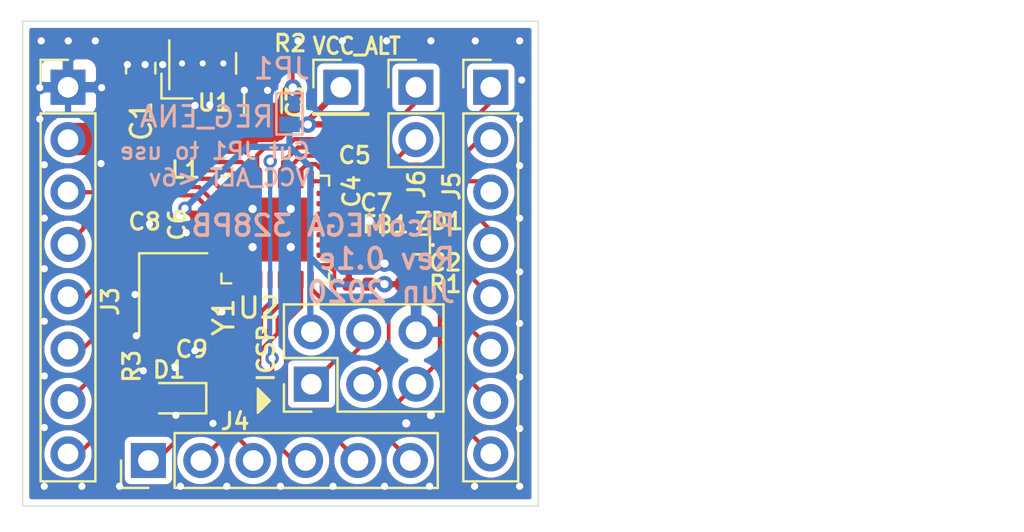
<source format=kicad_pcb>
(kicad_pcb (version 20171130) (host pcbnew "(5.1.6)-1")

  (general
    (thickness 1.6)
    (drawings 25)
    (tracks 444)
    (zones 0)
    (modules 26)
    (nets 38)
  )

  (page A4)
  (title_block
    (title "PicoMEGA 328pb")
    (date 2020-05-30)
    (rev 0.1e)
    (comment 1 "Microcontroller breakout series")
  )

  (layers
    (0 F.Cu signal)
    (31 B.Cu signal)
    (32 B.Adhes user)
    (33 F.Adhes user)
    (34 B.Paste user)
    (35 F.Paste user)
    (36 B.SilkS user)
    (37 F.SilkS user)
    (38 B.Mask user)
    (39 F.Mask user)
    (40 Dwgs.User user)
    (41 Cmts.User user)
    (42 Eco1.User user)
    (43 Eco2.User user)
    (44 Edge.Cuts user)
    (45 Margin user)
    (46 B.CrtYd user)
    (47 F.CrtYd user)
    (48 B.Fab user)
    (49 F.Fab user)
  )

  (setup
    (last_trace_width 0.25)
    (user_trace_width 0.1778)
    (user_trace_width 0.2032)
    (user_trace_width 0.254)
    (user_trace_width 0.3048)
    (user_trace_width 0.508)
    (user_trace_width 0.7)
    (trace_clearance 0.2)
    (zone_clearance 0.3)
    (zone_45_only no)
    (trace_min 0.17)
    (via_size 0.8)
    (via_drill 0.4)
    (via_min_size 0.4)
    (via_min_drill 0.3)
    (user_via 0.65 0.35)
    (uvia_size 0.3)
    (uvia_drill 0.1)
    (uvias_allowed no)
    (uvia_min_size 0.2)
    (uvia_min_drill 0.1)
    (edge_width 0.05)
    (segment_width 0.2)
    (pcb_text_width 0.3)
    (pcb_text_size 1.5 1.5)
    (mod_edge_width 0.12)
    (mod_text_size 1 1)
    (mod_text_width 0.15)
    (pad_size 1.524 1.524)
    (pad_drill 0.762)
    (pad_to_mask_clearance 0.05)
    (aux_axis_origin 0 0)
    (grid_origin 134.5 90)
    (visible_elements 7FFFFFFF)
    (pcbplotparams
      (layerselection 0x010fc_ffffffff)
      (usegerberextensions false)
      (usegerberattributes true)
      (usegerberadvancedattributes true)
      (creategerberjobfile true)
      (excludeedgelayer true)
      (linewidth 0.100000)
      (plotframeref false)
      (viasonmask false)
      (mode 1)
      (useauxorigin false)
      (hpglpennumber 1)
      (hpglpenspeed 20)
      (hpglpendiameter 15.000000)
      (psnegative false)
      (psa4output false)
      (plotreference true)
      (plotvalue true)
      (plotinvisibletext false)
      (padsonsilk false)
      (subtractmaskfromsilk false)
      (outputformat 1)
      (mirror false)
      (drillshape 0)
      (scaleselection 1)
      (outputdirectory "gerbers"))
  )

  (net 0 "")
  (net 1 GND)
  (net 2 +9V)
  (net 3 +3V3)
  (net 4 /RST)
  (net 5 /MOSI)
  (net 6 /SCK)
  (net 7 /MISO)
  (net 8 /PC2)
  (net 9 /PC1)
  (net 10 /PC0)
  (net 11 /PB2)
  (net 12 /PB1)
  (net 13 /PB0)
  (net 14 /PD4)
  (net 15 /PD3)
  (net 16 /PD2)
  (net 17 /PD1)
  (net 18 /PD0)
  (net 19 /PC5)
  (net 20 /PC4)
  (net 21 /PC3)
  (net 22 /PE3)
  (net 23 /PE2)
  (net 24 /PE1)
  (net 25 /PE0)
  (net 26 /PD7)
  (net 27 /PD6)
  (net 28 /PD5)
  (net 29 "Net-(L1-Pad1)")
  (net 30 /AREF)
  (net 31 /PG)
  (net 32 "Net-(U1-Pad6)")
  (net 33 /3V3_REG)
  (net 34 "Net-(C7-Pad1)")
  (net 35 "Net-(C8-Pad2)")
  (net 36 "Net-(C9-Pad1)")
  (net 37 "Net-(D1-Pad2)")

  (net_class Default "This is the default net class."
    (clearance 0.2)
    (trace_width 0.25)
    (via_dia 0.8)
    (via_drill 0.4)
    (uvia_dia 0.3)
    (uvia_drill 0.1)
    (add_net +3V3)
    (add_net +9V)
    (add_net /3V3_REG)
    (add_net /AREF)
    (add_net /MISO)
    (add_net /MOSI)
    (add_net /PB0)
    (add_net /PB1)
    (add_net /PB2)
    (add_net /PC0)
    (add_net /PC1)
    (add_net /PC2)
    (add_net /PC3)
    (add_net /PC4)
    (add_net /PC5)
    (add_net /PD0)
    (add_net /PD1)
    (add_net /PD2)
    (add_net /PD3)
    (add_net /PD4)
    (add_net /PD5)
    (add_net /PD6)
    (add_net /PD7)
    (add_net /PE0)
    (add_net /PE1)
    (add_net /PE2)
    (add_net /PE3)
    (add_net /PG)
    (add_net /RST)
    (add_net /SCK)
    (add_net GND)
    (add_net "Net-(C7-Pad1)")
    (add_net "Net-(C8-Pad2)")
    (add_net "Net-(C9-Pad1)")
    (add_net "Net-(D1-Pad2)")
    (add_net "Net-(L1-Pad1)")
    (add_net "Net-(U1-Pad6)")
  )

  (module Capacitor_SMD:C_1206_3216Metric (layer F.Cu) (tedit 5B301BBE) (tstamp 5ED17C8D)
    (at 146.15 93.84 90)
    (descr "Capacitor SMD 1206 (3216 Metric), square (rectangular) end terminal, IPC_7351 nominal, (Body size source: http://www.tortai-tech.com/upload/download/2011102023233369053.pdf), generated with kicad-footprint-generator")
    (tags capacitor)
    (path /5ED04C24)
    (attr smd)
    (fp_text reference C3 (at -0.07 1.56 90) (layer F.SilkS)
      (effects (font (size 0.8 0.8) (thickness 0.15)))
    )
    (fp_text value 22u (at 0.04 1.58 90) (layer F.Fab)
      (effects (font (size 1 1) (thickness 0.15)))
    )
    (fp_line (start 2.28 1.12) (end -2.28 1.12) (layer F.CrtYd) (width 0.05))
    (fp_line (start 2.28 -1.12) (end 2.28 1.12) (layer F.CrtYd) (width 0.05))
    (fp_line (start -2.28 -1.12) (end 2.28 -1.12) (layer F.CrtYd) (width 0.05))
    (fp_line (start -2.28 1.12) (end -2.28 -1.12) (layer F.CrtYd) (width 0.05))
    (fp_line (start -0.602064 0.91) (end 0.602064 0.91) (layer F.SilkS) (width 0.12))
    (fp_line (start -0.602064 -0.91) (end 0.602064 -0.91) (layer F.SilkS) (width 0.12))
    (fp_line (start 1.6 0.8) (end -1.6 0.8) (layer F.Fab) (width 0.1))
    (fp_line (start 1.6 -0.8) (end 1.6 0.8) (layer F.Fab) (width 0.1))
    (fp_line (start -1.6 -0.8) (end 1.6 -0.8) (layer F.Fab) (width 0.1))
    (fp_line (start -1.6 0.8) (end -1.6 -0.8) (layer F.Fab) (width 0.1))
    (fp_text user %R (at 0 0 90) (layer F.Fab)
      (effects (font (size 0.8 0.8) (thickness 0.12)))
    )
    (pad 2 smd roundrect (at 1.4 0 90) (size 1.25 1.75) (layers F.Cu F.Paste F.Mask) (roundrect_rratio 0.2)
      (net 1 GND))
    (pad 1 smd roundrect (at -1.4 0 90) (size 1.25 1.75) (layers F.Cu F.Paste F.Mask) (roundrect_rratio 0.2)
      (net 33 /3V3_REG))
    (model ${KISYS3DMOD}/Capacitor_SMD.3dshapes/C_1206_3216Metric.wrl
      (at (xyz 0 0 0))
      (scale (xyz 1 1 1))
      (rotate (xyz 0 0 0))
    )
  )

  (module Resistor_SMD:R_0402_1005Metric (layer F.Cu) (tedit 5B301BBD) (tstamp 5ED1F0D8)
    (at 139.95 108.46 270)
    (descr "Resistor SMD 0402 (1005 Metric), square (rectangular) end terminal, IPC_7351 nominal, (Body size source: http://www.tortai-tech.com/upload/download/2011102023233369053.pdf), generated with kicad-footprint-generator")
    (tags resistor)
    (path /5ED3FF52)
    (attr smd)
    (fp_text reference R3 (at -1.73 0.16 90) (layer F.SilkS)
      (effects (font (size 0.8 0.8) (thickness 0.15)))
    )
    (fp_text value 500 (at 0 0.95 90) (layer F.Fab)
      (effects (font (size 0.8 0.8) (thickness 0.15)))
    )
    (fp_line (start 0.93 0.47) (end -0.93 0.47) (layer F.CrtYd) (width 0.05))
    (fp_line (start 0.93 -0.47) (end 0.93 0.47) (layer F.CrtYd) (width 0.05))
    (fp_line (start -0.93 -0.47) (end 0.93 -0.47) (layer F.CrtYd) (width 0.05))
    (fp_line (start -0.93 0.47) (end -0.93 -0.47) (layer F.CrtYd) (width 0.05))
    (fp_line (start 0.5 0.25) (end -0.5 0.25) (layer F.Fab) (width 0.1))
    (fp_line (start 0.5 -0.25) (end 0.5 0.25) (layer F.Fab) (width 0.1))
    (fp_line (start -0.5 -0.25) (end 0.5 -0.25) (layer F.Fab) (width 0.1))
    (fp_line (start -0.5 0.25) (end -0.5 -0.25) (layer F.Fab) (width 0.1))
    (fp_text user %R (at 0 0 90) (layer F.Fab)
      (effects (font (size 0.25 0.25) (thickness 0.04)))
    )
    (pad 2 smd roundrect (at 0.485 0 270) (size 0.59 0.64) (layers F.Cu F.Paste F.Mask) (roundrect_rratio 0.25)
      (net 24 /PE1))
    (pad 1 smd roundrect (at -0.485 0 270) (size 0.59 0.64) (layers F.Cu F.Paste F.Mask) (roundrect_rratio 0.25)
      (net 37 "Net-(D1-Pad2)"))
    (model ${KISYS3DMOD}/Resistor_SMD.3dshapes/R_0402_1005Metric.wrl
      (at (xyz 0 0 0))
      (scale (xyz 1 1 1))
      (rotate (xyz 0 0 0))
    )
  )

  (module LED_SMD:LED_0603_1608Metric (layer F.Cu) (tedit 5B301BBE) (tstamp 5ED1EF26)
    (at 141.92 108.28 180)
    (descr "LED SMD 0603 (1608 Metric), square (rectangular) end terminal, IPC_7351 nominal, (Body size source: http://www.tortai-tech.com/upload/download/2011102023233369053.pdf), generated with kicad-footprint-generator")
    (tags diode)
    (path /5ED40E0C)
    (attr smd)
    (fp_text reference D1 (at 0.32 1.38) (layer F.SilkS)
      (effects (font (size 0.8 0.8) (thickness 0.15)))
    )
    (fp_text value LED (at 0.12 -1.12) (layer F.Fab)
      (effects (font (size 0.8 0.8) (thickness 0.15)))
    )
    (fp_line (start 1.48 0.73) (end -1.48 0.73) (layer F.CrtYd) (width 0.05))
    (fp_line (start 1.48 -0.73) (end 1.48 0.73) (layer F.CrtYd) (width 0.05))
    (fp_line (start -1.48 -0.73) (end 1.48 -0.73) (layer F.CrtYd) (width 0.05))
    (fp_line (start -1.48 0.73) (end -1.48 -0.73) (layer F.CrtYd) (width 0.05))
    (fp_line (start -1.485 0.735) (end 0.8 0.735) (layer F.SilkS) (width 0.12))
    (fp_line (start -1.485 -0.735) (end -1.485 0.735) (layer F.SilkS) (width 0.12))
    (fp_line (start 0.8 -0.735) (end -1.485 -0.735) (layer F.SilkS) (width 0.12))
    (fp_line (start 0.8 0.4) (end 0.8 -0.4) (layer F.Fab) (width 0.1))
    (fp_line (start -0.8 0.4) (end 0.8 0.4) (layer F.Fab) (width 0.1))
    (fp_line (start -0.8 -0.1) (end -0.8 0.4) (layer F.Fab) (width 0.1))
    (fp_line (start -0.5 -0.4) (end -0.8 -0.1) (layer F.Fab) (width 0.1))
    (fp_line (start 0.8 -0.4) (end -0.5 -0.4) (layer F.Fab) (width 0.1))
    (fp_text user %R (at 0 0) (layer F.Fab)
      (effects (font (size 0.4 0.4) (thickness 0.06)))
    )
    (pad 2 smd roundrect (at 0.7875 0 180) (size 0.875 0.95) (layers F.Cu F.Paste F.Mask) (roundrect_rratio 0.25)
      (net 37 "Net-(D1-Pad2)"))
    (pad 1 smd roundrect (at -0.7875 0 180) (size 0.875 0.95) (layers F.Cu F.Paste F.Mask) (roundrect_rratio 0.25)
      (net 1 GND))
    (model ${KISYS3DMOD}/LED_SMD.3dshapes/LED_0603_1608Metric.wrl
      (at (xyz 0 0 0))
      (scale (xyz 1 1 1))
      (rotate (xyz 0 0 0))
    )
  )

  (module Project:MicroJumper-2_P0.3mm_Open_Pad0.75x1mm (layer B.Cu) (tedit 5ED18A02) (tstamp 5ED2494E)
    (at 147.44 94.5 270)
    (descr "SMD Solder Jumper, 1x1.5mm Pads, 0.3mm gap, open")
    (tags "solder jumper open")
    (path /5EEA9C4C)
    (attr virtual)
    (fp_text reference JP1 (at -2.2 0.38 180) (layer B.SilkS)
      (effects (font (size 1 1) (thickness 0.15)) (justify mirror))
    )
    (fp_text value VREG_ENA (at 0 -1.9 90) (layer B.Fab)
      (effects (font (size 1 1) (thickness 0.15)) (justify mirror))
    )
    (fp_line (start 1.1176 -0.762) (end -1.143 -0.762) (layer B.CrtYd) (width 0.05))
    (fp_line (start 1.1176 -0.762) (end 1.1176 0.762) (layer B.CrtYd) (width 0.05))
    (fp_line (start -1.143 0.762) (end -1.143 -0.762) (layer B.CrtYd) (width 0.05))
    (fp_line (start -1.143 0.762) (end 1.1176 0.762) (layer B.CrtYd) (width 0.05))
    (fp_line (start -1.016 0.635) (end 0.9906 0.635) (layer B.SilkS) (width 0.12))
    (fp_line (start 0.9906 0.635) (end 0.9906 -0.635) (layer B.SilkS) (width 0.12))
    (fp_line (start 0.9906 -0.635) (end -1.016 -0.635) (layer B.SilkS) (width 0.12))
    (fp_line (start -1.016 -0.635) (end -1.016 0.635) (layer B.SilkS) (width 0.12))
    (pad 1 smd rect (at -0.5 0 270) (size 0.75 1) (layers B.Cu B.Mask)
      (net 33 /3V3_REG))
    (pad 2 smd rect (at 0.5 0 270) (size 0.75 1) (layers B.Cu B.Mask)
      (net 3 +3V3))
  )

  (module Project:L_0806_2016metric (layer F.Cu) (tedit 5ED07093) (tstamp 5ED17E0A)
    (at 143.347 95.5)
    (path /5ED0378C)
    (fp_text reference L1 (at -0.947 1.7) (layer F.SilkS)
      (effects (font (size 0.8 0.8) (thickness 0.15)))
    )
    (fp_text value 4.7u (at 0 1.9304) (layer F.Fab)
      (effects (font (size 1 1) (thickness 0.15)))
    )
    (fp_line (start 1.05 0.85) (end -1.05 0.85) (layer F.Fab) (width 0.127))
    (fp_line (start 1.05 -0.85) (end -1.05 -0.85) (layer F.Fab) (width 0.127))
    (fp_line (start 1.05 0.85) (end 1.05 -0.85) (layer F.Fab) (width 0.127))
    (fp_line (start -1.05 0.85) (end -1.05 -0.85) (layer F.Fab) (width 0.127))
    (fp_line (start -1.665 1.115) (end 1.665 1.115) (layer F.CrtYd) (width 0.05))
    (fp_line (start -1.665 -1.115) (end 1.665 -1.115) (layer F.CrtYd) (width 0.05))
    (fp_line (start -1.665 1.115) (end -1.665 -1.115) (layer F.CrtYd) (width 0.05))
    (fp_line (start 1.665 1.115) (end 1.665 -1.115) (layer F.CrtYd) (width 0.05))
    (fp_text user %R (at 0.0762 0.0254) (layer F.Fab)
      (effects (font (size 0.4 0.4) (thickness 0.04)))
    )
    (pad 2 smd rect (at 0.847 0) (size 1.14 1.73) (layers F.Cu F.Paste F.Mask)
      (net 33 /3V3_REG))
    (pad 1 smd rect (at -0.847 0) (size 1.14 1.73) (layers F.Cu F.Paste F.Mask)
      (net 29 "Net-(L1-Pad1)"))
  )

  (module Diode_SMD:D_0402_1005Metric (layer F.Cu) (tedit 5B301BBE) (tstamp 5ED1F2C8)
    (at 153.3 100.85 180)
    (descr "Diode SMD 0402 (1005 Metric), square (rectangular) end terminal, IPC_7351 nominal, (Body size source: http://www.tortai-tech.com/upload/download/2011102023233369053.pdf), generated with kicad-footprint-generator")
    (tags diode)
    (path /5EDF854B)
    (attr smd)
    (fp_text reference ZD1 (at -1.4 1.15 180) (layer F.SilkS)
      (effects (font (size 0.8 0.8) (thickness 0.15)))
    )
    (fp_text value D6V3H1U2LP (at -24.7 0.75) (layer F.Fab)
      (effects (font (size 1 1) (thickness 0.15)))
    )
    (fp_circle (center -1.09 0) (end -1.04 0) (layer F.SilkS) (width 0.1))
    (fp_line (start -0.5 0.25) (end -0.5 -0.25) (layer F.Fab) (width 0.1))
    (fp_line (start -0.5 -0.25) (end 0.5 -0.25) (layer F.Fab) (width 0.1))
    (fp_line (start 0.5 -0.25) (end 0.5 0.25) (layer F.Fab) (width 0.1))
    (fp_line (start 0.5 0.25) (end -0.5 0.25) (layer F.Fab) (width 0.1))
    (fp_line (start -0.4 0.25) (end -0.4 -0.25) (layer F.Fab) (width 0.1))
    (fp_line (start -0.3 0.25) (end -0.3 -0.25) (layer F.Fab) (width 0.1))
    (fp_line (start -0.93 0.47) (end -0.93 -0.47) (layer F.CrtYd) (width 0.05))
    (fp_line (start -0.93 -0.47) (end 0.93 -0.47) (layer F.CrtYd) (width 0.05))
    (fp_line (start 0.93 -0.47) (end 0.93 0.47) (layer F.CrtYd) (width 0.05))
    (fp_line (start 0.93 0.47) (end -0.93 0.47) (layer F.CrtYd) (width 0.05))
    (fp_text user %R (at 0 0) (layer F.Fab)
      (effects (font (size 0.25 0.25) (thickness 0.04)))
    )
    (pad 2 smd roundrect (at 0.485 0 180) (size 0.59 0.64) (layers F.Cu F.Paste F.Mask) (roundrect_rratio 0.25)
      (net 1 GND))
    (pad 1 smd roundrect (at -0.485 0 180) (size 0.59 0.64) (layers F.Cu F.Paste F.Mask) (roundrect_rratio 0.25)
      (net 4 /RST))
    (model ${KISYS3DMOD}/Diode_SMD.3dshapes/D_0402_1005Metric.wrl
      (at (xyz 0 0 0))
      (scale (xyz 1 1 1))
      (rotate (xyz 0 0 0))
    )
  )

  (module Capacitor_SMD:C_0402_1005Metric (layer F.Cu) (tedit 5B301BBE) (tstamp 5ED1F323)
    (at 153.35 101.8 180)
    (descr "Capacitor SMD 0402 (1005 Metric), square (rectangular) end terminal, IPC_7351 nominal, (Body size source: http://www.tortai-tech.com/upload/download/2011102023233369053.pdf), generated with kicad-footprint-generator")
    (tags capacitor)
    (path /5EDF93F9)
    (attr smd)
    (fp_text reference C2 (at -1.65 0.1 180) (layer F.SilkS)
      (effects (font (size 0.8 0.8) (thickness 0.15)))
    )
    (fp_text value 0.1u (at -21.45 0.2) (layer F.Fab)
      (effects (font (size 1 1) (thickness 0.15)))
    )
    (fp_line (start 0.93 0.47) (end -0.93 0.47) (layer F.CrtYd) (width 0.05))
    (fp_line (start 0.93 -0.47) (end 0.93 0.47) (layer F.CrtYd) (width 0.05))
    (fp_line (start -0.93 -0.47) (end 0.93 -0.47) (layer F.CrtYd) (width 0.05))
    (fp_line (start -0.93 0.47) (end -0.93 -0.47) (layer F.CrtYd) (width 0.05))
    (fp_line (start 0.5 0.25) (end -0.5 0.25) (layer F.Fab) (width 0.1))
    (fp_line (start 0.5 -0.25) (end 0.5 0.25) (layer F.Fab) (width 0.1))
    (fp_line (start -0.5 -0.25) (end 0.5 -0.25) (layer F.Fab) (width 0.1))
    (fp_line (start -0.5 0.25) (end -0.5 -0.25) (layer F.Fab) (width 0.1))
    (fp_text user %R (at 0 0) (layer F.Fab)
      (effects (font (size 0.25 0.25) (thickness 0.04)))
    )
    (pad 1 smd roundrect (at -0.485 0 180) (size 0.59 0.64) (layers F.Cu F.Paste F.Mask) (roundrect_rratio 0.25)
      (net 4 /RST))
    (pad 2 smd roundrect (at 0.485 0 180) (size 0.59 0.64) (layers F.Cu F.Paste F.Mask) (roundrect_rratio 0.25)
      (net 1 GND))
    (model ${KISYS3DMOD}/Capacitor_SMD.3dshapes/C_0402_1005Metric.wrl
      (at (xyz 0 0 0))
      (scale (xyz 1 1 1))
      (rotate (xyz 0 0 0))
    )
  )

  (module Resistor_SMD:R_0402_1005Metric (layer F.Cu) (tedit 5B301BBD) (tstamp 5ED1F426)
    (at 153.35 102.75)
    (descr "Resistor SMD 0402 (1005 Metric), square (rectangular) end terminal, IPC_7351 nominal, (Body size source: http://www.tortai-tech.com/upload/download/2011102023233369053.pdf), generated with kicad-footprint-generator")
    (tags resistor)
    (path /5ED210A7)
    (attr smd)
    (fp_text reference R1 (at 1.65 0) (layer F.SilkS)
      (effects (font (size 0.8 0.8) (thickness 0.15)))
    )
    (fp_text value 15k (at 21.25 0.45) (layer F.Fab)
      (effects (font (size 1 1) (thickness 0.15)))
    )
    (fp_line (start 0.93 0.47) (end -0.93 0.47) (layer F.CrtYd) (width 0.05))
    (fp_line (start 0.93 -0.47) (end 0.93 0.47) (layer F.CrtYd) (width 0.05))
    (fp_line (start -0.93 -0.47) (end 0.93 -0.47) (layer F.CrtYd) (width 0.05))
    (fp_line (start -0.93 0.47) (end -0.93 -0.47) (layer F.CrtYd) (width 0.05))
    (fp_line (start 0.5 0.25) (end -0.5 0.25) (layer F.Fab) (width 0.1))
    (fp_line (start 0.5 -0.25) (end 0.5 0.25) (layer F.Fab) (width 0.1))
    (fp_line (start -0.5 -0.25) (end 0.5 -0.25) (layer F.Fab) (width 0.1))
    (fp_line (start -0.5 0.25) (end -0.5 -0.25) (layer F.Fab) (width 0.1))
    (fp_text user %R (at 0 0) (layer F.Fab)
      (effects (font (size 0.25 0.25) (thickness 0.04)))
    )
    (pad 1 smd roundrect (at -0.485 0) (size 0.59 0.64) (layers F.Cu F.Paste F.Mask) (roundrect_rratio 0.25)
      (net 3 +3V3))
    (pad 2 smd roundrect (at 0.485 0) (size 0.59 0.64) (layers F.Cu F.Paste F.Mask) (roundrect_rratio 0.25)
      (net 4 /RST))
    (model ${KISYS3DMOD}/Resistor_SMD.3dshapes/R_0402_1005Metric.wrl
      (at (xyz 0 0 0))
      (scale (xyz 1 1 1))
      (rotate (xyz 0 0 0))
    )
  )

  (module Inductor_SMD:L_0402_1005Metric (layer F.Cu) (tedit 5B301BBE) (tstamp 5ED1694D)
    (at 150.8 102.75 180)
    (descr "Inductor SMD 0402 (1005 Metric), square (rectangular) end terminal, IPC_7351 nominal, (Body size source: http://www.tortai-tech.com/upload/download/2011102023233369053.pdf), generated with kicad-footprint-generator")
    (tags inductor)
    (path /5ED64A69)
    (attr smd)
    (fp_text reference FB1 (at -1.3 2.89) (layer F.SilkS)
      (effects (font (size 0.8 0.8) (thickness 0.15)))
    )
    (fp_text value 220@100Mhz (at -17.1 -0.45) (layer F.Fab)
      (effects (font (size 1 1) (thickness 0.15)))
    )
    (fp_line (start -0.5 0.25) (end -0.5 -0.25) (layer F.Fab) (width 0.1))
    (fp_line (start -0.5 -0.25) (end 0.5 -0.25) (layer F.Fab) (width 0.1))
    (fp_line (start 0.5 -0.25) (end 0.5 0.25) (layer F.Fab) (width 0.1))
    (fp_line (start 0.5 0.25) (end -0.5 0.25) (layer F.Fab) (width 0.1))
    (fp_line (start -0.93 0.47) (end -0.93 -0.47) (layer F.CrtYd) (width 0.05))
    (fp_line (start -0.93 -0.47) (end 0.93 -0.47) (layer F.CrtYd) (width 0.05))
    (fp_line (start 0.93 -0.47) (end 0.93 0.47) (layer F.CrtYd) (width 0.05))
    (fp_line (start 0.93 0.47) (end -0.93 0.47) (layer F.CrtYd) (width 0.05))
    (fp_text user %R (at 0 0) (layer F.Fab)
      (effects (font (size 0.25 0.25) (thickness 0.04)))
    )
    (pad 2 smd roundrect (at 0.485 0 180) (size 0.59 0.64) (layers F.Cu F.Paste F.Mask) (roundrect_rratio 0.25)
      (net 34 "Net-(C7-Pad1)"))
    (pad 1 smd roundrect (at -0.485 0 180) (size 0.59 0.64) (layers F.Cu F.Paste F.Mask) (roundrect_rratio 0.25)
      (net 3 +3V3))
    (model ${KISYS3DMOD}/Inductor_SMD.3dshapes/L_0402_1005Metric.wrl
      (at (xyz 0 0 0))
      (scale (xyz 1 1 1))
      (rotate (xyz 0 0 0))
    )
  )

  (module Capacitor_SMD:C_0402_1005Metric (layer F.Cu) (tedit 5B301BBE) (tstamp 5ED16922)
    (at 150.8 101.8)
    (descr "Capacitor SMD 0402 (1005 Metric), square (rectangular) end terminal, IPC_7351 nominal, (Body size source: http://www.tortai-tech.com/upload/download/2011102023233369053.pdf), generated with kicad-footprint-generator")
    (tags capacitor)
    (path /5ED6B9B9)
    (attr smd)
    (fp_text reference C7 (at 0.85 -3) (layer F.SilkS)
      (effects (font (size 0.8 0.8) (thickness 0.15)))
    )
    (fp_text value 0.1u (at 13.7 -0.2) (layer F.Fab)
      (effects (font (size 1 1) (thickness 0.15)))
    )
    (fp_line (start 0.93 0.47) (end -0.93 0.47) (layer F.CrtYd) (width 0.05))
    (fp_line (start 0.93 -0.47) (end 0.93 0.47) (layer F.CrtYd) (width 0.05))
    (fp_line (start -0.93 -0.47) (end 0.93 -0.47) (layer F.CrtYd) (width 0.05))
    (fp_line (start -0.93 0.47) (end -0.93 -0.47) (layer F.CrtYd) (width 0.05))
    (fp_line (start 0.5 0.25) (end -0.5 0.25) (layer F.Fab) (width 0.1))
    (fp_line (start 0.5 -0.25) (end 0.5 0.25) (layer F.Fab) (width 0.1))
    (fp_line (start -0.5 -0.25) (end 0.5 -0.25) (layer F.Fab) (width 0.1))
    (fp_line (start -0.5 0.25) (end -0.5 -0.25) (layer F.Fab) (width 0.1))
    (fp_text user %R (at 0 0) (layer F.Fab)
      (effects (font (size 0.25 0.25) (thickness 0.04)))
    )
    (pad 1 smd roundrect (at -0.485 0) (size 0.59 0.64) (layers F.Cu F.Paste F.Mask) (roundrect_rratio 0.25)
      (net 34 "Net-(C7-Pad1)"))
    (pad 2 smd roundrect (at 0.485 0) (size 0.59 0.64) (layers F.Cu F.Paste F.Mask) (roundrect_rratio 0.25)
      (net 1 GND))
    (model ${KISYS3DMOD}/Capacitor_SMD.3dshapes/C_0402_1005Metric.wrl
      (at (xyz 0 0 0))
      (scale (xyz 1 1 1))
      (rotate (xyz 0 0 0))
    )
  )

  (module Capacitor_SMD:C_0402_1005Metric (layer F.Cu) (tedit 5B301BBE) (tstamp 5ED2867C)
    (at 150.465 95.5)
    (descr "Capacitor SMD 0402 (1005 Metric), square (rectangular) end terminal, IPC_7351 nominal, (Body size source: http://www.tortai-tech.com/upload/download/2011102023233369053.pdf), generated with kicad-footprint-generator")
    (tags capacitor)
    (path /5EF97D62)
    (attr smd)
    (fp_text reference C5 (at 0.135 1) (layer F.SilkS)
      (effects (font (size 0.8 0.8) (thickness 0.15)))
    )
    (fp_text value 1u (at 0 1.17) (layer F.Fab)
      (effects (font (size 1 1) (thickness 0.15)))
    )
    (fp_line (start 0.93 0.47) (end -0.93 0.47) (layer F.CrtYd) (width 0.05))
    (fp_line (start 0.93 -0.47) (end 0.93 0.47) (layer F.CrtYd) (width 0.05))
    (fp_line (start -0.93 -0.47) (end 0.93 -0.47) (layer F.CrtYd) (width 0.05))
    (fp_line (start -0.93 0.47) (end -0.93 -0.47) (layer F.CrtYd) (width 0.05))
    (fp_line (start 0.5 0.25) (end -0.5 0.25) (layer F.Fab) (width 0.1))
    (fp_line (start 0.5 -0.25) (end 0.5 0.25) (layer F.Fab) (width 0.1))
    (fp_line (start -0.5 -0.25) (end 0.5 -0.25) (layer F.Fab) (width 0.1))
    (fp_line (start -0.5 0.25) (end -0.5 -0.25) (layer F.Fab) (width 0.1))
    (fp_text user %R (at 0 0) (layer F.Fab)
      (effects (font (size 0.25 0.25) (thickness 0.04)))
    )
    (pad 2 smd roundrect (at 0.485 0) (size 0.59 0.64) (layers F.Cu F.Paste F.Mask) (roundrect_rratio 0.25)
      (net 1 GND))
    (pad 1 smd roundrect (at -0.485 0) (size 0.59 0.64) (layers F.Cu F.Paste F.Mask) (roundrect_rratio 0.25)
      (net 3 +3V3))
    (model ${KISYS3DMOD}/Capacitor_SMD.3dshapes/C_0402_1005Metric.wrl
      (at (xyz 0 0 0))
      (scale (xyz 1 1 1))
      (rotate (xyz 0 0 0))
    )
  )

  (module Connector_PinHeader_2.54mm:PinHeader_1x01_P2.54mm_Vertical (layer F.Cu) (tedit 59FED5CC) (tstamp 5ED248C1)
    (at 149.93 93.2)
    (descr "Through hole straight pin header, 1x01, 2.54mm pitch, single row")
    (tags "Through hole pin header THT 1x01 2.54mm single row")
    (path /5EEB97E3)
    (fp_text reference J2 (at 0.1 -0.04) (layer Eco1.User)
      (effects (font (size 1 1) (thickness 0.15)))
    )
    (fp_text value 3V3 (at 1.17 -1.79) (layer F.Fab)
      (effects (font (size 0.8 0.8) (thickness 0.15)))
    )
    (fp_line (start 1.8 -1.8) (end -1.8 -1.8) (layer F.CrtYd) (width 0.05))
    (fp_line (start 1.8 1.8) (end 1.8 -1.8) (layer F.CrtYd) (width 0.05))
    (fp_line (start -1.8 1.8) (end 1.8 1.8) (layer F.CrtYd) (width 0.05))
    (fp_line (start -1.8 -1.8) (end -1.8 1.8) (layer F.CrtYd) (width 0.05))
    (fp_line (start -1.33 -1.33) (end 0 -1.33) (layer F.SilkS) (width 0.12))
    (fp_line (start -1.33 0) (end -1.33 -1.33) (layer F.SilkS) (width 0.12))
    (fp_line (start -1.33 1.27) (end 1.33 1.27) (layer F.SilkS) (width 0.12))
    (fp_line (start 1.33 1.27) (end 1.33 1.33) (layer F.SilkS) (width 0.12))
    (fp_line (start -1.33 1.27) (end -1.33 1.33) (layer F.SilkS) (width 0.12))
    (fp_line (start -1.33 1.33) (end 1.33 1.33) (layer F.SilkS) (width 0.12))
    (fp_line (start -1.27 -0.635) (end -0.635 -1.27) (layer F.Fab) (width 0.1))
    (fp_line (start -1.27 1.27) (end -1.27 -0.635) (layer F.Fab) (width 0.1))
    (fp_line (start 1.27 1.27) (end -1.27 1.27) (layer F.Fab) (width 0.1))
    (fp_line (start 1.27 -1.27) (end 1.27 1.27) (layer F.Fab) (width 0.1))
    (fp_line (start -0.635 -1.27) (end 1.27 -1.27) (layer F.Fab) (width 0.1))
    (fp_text user %R (at 0 0 90) (layer F.Fab)
      (effects (font (size 1 1) (thickness 0.15)))
    )
    (pad 1 thru_hole rect (at 0 0) (size 1.7 1.7) (drill 1) (layers *.Cu *.Mask)
      (net 3 +3V3))
    (model ${KISYS3DMOD}/Connector_PinHeader_2.54mm.3dshapes/PinHeader_1x01_P2.54mm_Vertical.wrl
      (at (xyz 0 0 0))
      (scale (xyz 1 1 1))
      (rotate (xyz 0 0 0))
    )
  )

  (module Package_SON:WSON-12-1EP_3x2mm_P0.5mm_EP1x2.65_ThermalVias (layer F.Cu) (tedit 5A65F4F1) (tstamp 5ED17ECA)
    (at 143.2315 92.0438 90)
    (descr "WSON-12 http://www.ti.com/lit/ds/symlink/lm27762.pdf")
    (tags WSON-12)
    (path /5ED11D70)
    (attr smd)
    (fp_text reference U1 (at -1.9062 0.5685 180) (layer F.SilkS)
      (effects (font (size 0.8 0.8) (thickness 0.15)))
    )
    (fp_text value TPS62745DSSR (at 2.3438 0.0785 180) (layer F.Fab)
      (effects (font (size 0.8 0.8) (thickness 0.15)))
    )
    (fp_line (start -1 1.5) (end -1 -1) (layer F.Fab) (width 0.1))
    (fp_line (start 1 1.5) (end -1 1.5) (layer F.Fab) (width 0.1))
    (fp_line (start 1 -1.5) (end 1 1.5) (layer F.Fab) (width 0.1))
    (fp_line (start -0.5 -1.5) (end 1 -1.5) (layer F.Fab) (width 0.1))
    (fp_line (start -1.25 -1.62) (end 1.12 -1.62) (layer F.SilkS) (width 0.12))
    (fp_line (start 0.5 1.62) (end -0.5 1.62) (layer F.SilkS) (width 0.12))
    (fp_line (start -1.45 1.75) (end -1.45 -1.75) (layer F.CrtYd) (width 0.05))
    (fp_line (start 1.45 1.75) (end -1.45 1.75) (layer F.CrtYd) (width 0.05))
    (fp_line (start 1.45 -1.75) (end 1.45 1.75) (layer F.CrtYd) (width 0.05))
    (fp_line (start -1.45 -1.75) (end 1.45 -1.75) (layer F.CrtYd) (width 0.05))
    (fp_line (start -1 -1) (end -0.5 -1.5) (layer F.Fab) (width 0.1))
    (fp_line (start -1.7 -2) (end -0.5 -2) (layer F.SilkS) (width 0.12))
    (fp_line (start -1.7 -0.5) (end -1.7 -2) (layer F.SilkS) (width 0.12))
    (fp_text user %R (at 0 -0.25) (layer F.Fab)
      (effects (font (size 0.5 0.5) (thickness 0.05)))
    )
    (pad "" smd rect (at 0 0.5 90) (size 0.95 0.8) (layers F.Paste))
    (pad "" smd rect (at 0 -0.5 90) (size 0.95 0.8) (layers F.Paste))
    (pad 13 smd rect (at 0 0 90) (size 1 2.65) (layers F.Cu F.Mask)
      (net 1 GND))
    (pad 13 smd rect (at 0 0 90) (size 1 2.65) (layers B.Cu)
      (net 1 GND))
    (pad 13 thru_hole circle (at 0 1 90) (size 0.6 0.6) (drill 0.3) (layers *.Cu)
      (net 1 GND))
    (pad 13 thru_hole circle (at 0 -1 180) (size 0.6 0.6) (drill 0.3) (layers *.Cu)
      (net 1 GND))
    (pad 13 thru_hole circle (at 0 0 90) (size 0.6 0.6) (drill 0.3) (layers *.Cu)
      (net 1 GND))
    (pad 12 smd rect (at 0.95 -1.25 90) (size 0.5 0.25) (layers F.Cu F.Paste F.Mask)
      (net 2 +9V))
    (pad 11 smd rect (at 0.95 -0.75 90) (size 0.5 0.25) (layers F.Cu F.Paste F.Mask)
      (net 33 /3V3_REG))
    (pad 10 smd rect (at 0.95 -0.25 90) (size 0.5 0.25) (layers F.Cu F.Paste F.Mask)
      (net 33 /3V3_REG))
    (pad 9 smd rect (at 0.95 0.25 90) (size 0.5 0.25) (layers F.Cu F.Paste F.Mask)
      (net 33 /3V3_REG))
    (pad 8 smd rect (at 0.95 0.75 90) (size 0.5 0.25) (layers F.Cu F.Paste F.Mask)
      (net 33 /3V3_REG))
    (pad 7 smd rect (at 0.95 1.25 90) (size 0.5 0.25) (layers F.Cu F.Paste F.Mask)
      (net 31 /PG))
    (pad 6 smd rect (at -0.95 1.25 90) (size 0.5 0.25) (layers F.Cu F.Paste F.Mask)
      (net 32 "Net-(U1-Pad6)"))
    (pad 5 smd rect (at -0.95 0.75 90) (size 0.5 0.25) (layers F.Cu F.Paste F.Mask)
      (net 33 /3V3_REG))
    (pad 4 smd rect (at -0.95 0.25 90) (size 0.5 0.25) (layers F.Cu F.Paste F.Mask)
      (net 1 GND))
    (pad 3 smd rect (at -0.95 -0.25 90) (size 0.5 0.25) (layers F.Cu F.Paste F.Mask)
      (net 1 GND))
    (pad 2 smd rect (at -0.95 -0.75 90) (size 0.5 0.25) (layers F.Cu F.Paste F.Mask)
      (net 29 "Net-(L1-Pad1)"))
    (pad 1 smd rect (at -0.95 -1.25 90) (size 0.5 0.25) (layers F.Cu F.Paste F.Mask)
      (net 2 +9V))
    (model ${KISYS3DMOD}/Package_SON.3dshapes/WSON-12-1EP_3x2mm_P0.5mm_EP1x2.65.wrl
      (at (xyz 0 0 0))
      (scale (xyz 1 1 1))
      (rotate (xyz 0 0 0))
    )
  )

  (module Resistor_SMD:R_0402_1005Metric (layer F.Cu) (tedit 5B301BBD) (tstamp 5ED17E19)
    (at 145.925 91.07 180)
    (descr "Resistor SMD 0402 (1005 Metric), square (rectangular) end terminal, IPC_7351 nominal, (Body size source: http://www.tortai-tech.com/upload/download/2011102023233369053.pdf), generated with kicad-footprint-generator")
    (tags resistor)
    (path /5ED7E117)
    (attr smd)
    (fp_text reference R2 (at -1.55 0 180) (layer F.SilkS)
      (effects (font (size 0.8 0.8) (thickness 0.15)))
    )
    (fp_text value 100k (at -2.27 0.05) (layer F.Fab)
      (effects (font (size 0.8 0.8) (thickness 0.15)))
    )
    (fp_line (start 0.93 0.47) (end -0.93 0.47) (layer F.CrtYd) (width 0.05))
    (fp_line (start 0.93 -0.47) (end 0.93 0.47) (layer F.CrtYd) (width 0.05))
    (fp_line (start -0.93 -0.47) (end 0.93 -0.47) (layer F.CrtYd) (width 0.05))
    (fp_line (start -0.93 0.47) (end -0.93 -0.47) (layer F.CrtYd) (width 0.05))
    (fp_line (start 0.5 0.25) (end -0.5 0.25) (layer F.Fab) (width 0.1))
    (fp_line (start 0.5 -0.25) (end 0.5 0.25) (layer F.Fab) (width 0.1))
    (fp_line (start -0.5 -0.25) (end 0.5 -0.25) (layer F.Fab) (width 0.1))
    (fp_line (start -0.5 0.25) (end -0.5 -0.25) (layer F.Fab) (width 0.1))
    (fp_text user %R (at 0 0) (layer F.Fab)
      (effects (font (size 0.25 0.25) (thickness 0.04)))
    )
    (pad 2 smd roundrect (at 0.485 0 180) (size 0.59 0.64) (layers F.Cu F.Paste F.Mask) (roundrect_rratio 0.25)
      (net 31 /PG))
    (pad 1 smd roundrect (at -0.485 0 180) (size 0.59 0.64) (layers F.Cu F.Paste F.Mask) (roundrect_rratio 0.25)
      (net 33 /3V3_REG))
    (model ${KISYS3DMOD}/Resistor_SMD.3dshapes/R_0402_1005Metric.wrl
      (at (xyz 0 0 0))
      (scale (xyz 1 1 1))
      (rotate (xyz 0 0 0))
    )
  )

  (module Capacitor_SMD:C_0805_2012Metric (layer F.Cu) (tedit 5B36C52B) (tstamp 5ED17C7C)
    (at 140.225 92.275 90)
    (descr "Capacitor SMD 0805 (2012 Metric), square (rectangular) end terminal, IPC_7351 nominal, (Body size source: https://docs.google.com/spreadsheets/d/1BsfQQcO9C6DZCsRaXUlFlo91Tg2WpOkGARC1WS5S8t0/edit?usp=sharing), generated with kicad-footprint-generator")
    (tags capacitor)
    (path /5ECFE48E)
    (attr smd)
    (fp_text reference C1 (at -2.5625 0.03 270) (layer F.SilkS)
      (effects (font (size 1 1) (thickness 0.15)))
    )
    (fp_text value 10u (at 0.2475 -1.28 90) (layer F.Fab)
      (effects (font (size 1 1) (thickness 0.15)))
    )
    (fp_line (start -1 0.6) (end -1 -0.6) (layer F.Fab) (width 0.1))
    (fp_line (start -1 -0.6) (end 1 -0.6) (layer F.Fab) (width 0.1))
    (fp_line (start 1 -0.6) (end 1 0.6) (layer F.Fab) (width 0.1))
    (fp_line (start 1 0.6) (end -1 0.6) (layer F.Fab) (width 0.1))
    (fp_line (start -0.258578 -0.71) (end 0.258578 -0.71) (layer F.SilkS) (width 0.12))
    (fp_line (start -0.258578 0.71) (end 0.258578 0.71) (layer F.SilkS) (width 0.12))
    (fp_line (start -1.68 0.95) (end -1.68 -0.95) (layer F.CrtYd) (width 0.05))
    (fp_line (start -1.68 -0.95) (end 1.68 -0.95) (layer F.CrtYd) (width 0.05))
    (fp_line (start 1.68 -0.95) (end 1.68 0.95) (layer F.CrtYd) (width 0.05))
    (fp_line (start 1.68 0.95) (end -1.68 0.95) (layer F.CrtYd) (width 0.05))
    (fp_text user %R (at 0 0 90) (layer F.Fab)
      (effects (font (size 0.5 0.5) (thickness 0.08)))
    )
    (pad 1 smd roundrect (at -0.9375 0 90) (size 0.975 1.4) (layers F.Cu F.Paste F.Mask) (roundrect_rratio 0.25)
      (net 2 +9V))
    (pad 2 smd roundrect (at 0.9375 0 90) (size 0.975 1.4) (layers F.Cu F.Paste F.Mask) (roundrect_rratio 0.25)
      (net 1 GND))
    (model ${KISYS3DMOD}/Capacitor_SMD.3dshapes/C_0805_2012Metric.wrl
      (at (xyz 0 0 0))
      (scale (xyz 1 1 1))
      (rotate (xyz 0 0 0))
    )
  )

  (module Capacitor_SMD:C_0402_1005Metric (layer F.Cu) (tedit 5B301BBE) (tstamp 5ED01236)
    (at 150.5 100.05 90)
    (descr "Capacitor SMD 0402 (1005 Metric), square (rectangular) end terminal, IPC_7351 nominal, (Body size source: http://www.tortai-tech.com/upload/download/2011102023233369053.pdf), generated with kicad-footprint-generator")
    (tags capacitor)
    (path /5ED0537D)
    (attr smd)
    (fp_text reference C4 (at 1.8 -0.05 90) (layer F.SilkS)
      (effects (font (size 0.8 0.8) (thickness 0.15)))
    )
    (fp_text value 0.1u (at 0.45 1 90) (layer F.Fab)
      (effects (font (size 0.8 0.8) (thickness 0.15)))
    )
    (fp_line (start 0.93 0.47) (end -0.93 0.47) (layer F.CrtYd) (width 0.05))
    (fp_line (start 0.93 -0.47) (end 0.93 0.47) (layer F.CrtYd) (width 0.05))
    (fp_line (start -0.93 -0.47) (end 0.93 -0.47) (layer F.CrtYd) (width 0.05))
    (fp_line (start -0.93 0.47) (end -0.93 -0.47) (layer F.CrtYd) (width 0.05))
    (fp_line (start 0.5 0.25) (end -0.5 0.25) (layer F.Fab) (width 0.1))
    (fp_line (start 0.5 -0.25) (end 0.5 0.25) (layer F.Fab) (width 0.1))
    (fp_line (start -0.5 -0.25) (end 0.5 -0.25) (layer F.Fab) (width 0.1))
    (fp_line (start -0.5 0.25) (end -0.5 -0.25) (layer F.Fab) (width 0.1))
    (fp_text user %R (at 0 0 90) (layer F.Fab)
      (effects (font (size 0.25 0.25) (thickness 0.04)))
    )
    (pad 2 smd roundrect (at 0.485 0 90) (size 0.59 0.64) (layers F.Cu F.Paste F.Mask) (roundrect_rratio 0.25)
      (net 1 GND))
    (pad 1 smd roundrect (at -0.485 0 90) (size 0.59 0.64) (layers F.Cu F.Paste F.Mask) (roundrect_rratio 0.25)
      (net 30 /AREF))
    (model ${KISYS3DMOD}/Capacitor_SMD.3dshapes/C_0402_1005Metric.wrl
      (at (xyz 0 0 0))
      (scale (xyz 1 1 1))
      (rotate (xyz 0 0 0))
    )
  )

  (module Connector_PinHeader_2.54mm:PinHeader_1x02_P2.54mm_Vertical (layer F.Cu) (tedit 59FED5CC) (tstamp 5ED05739)
    (at 153.57 93.2)
    (descr "Through hole straight pin header, 1x02, 2.54mm pitch, single row")
    (tags "Through hole pin header THT 1x02 2.54mm single row")
    (path /5EE81856)
    (fp_text reference J6 (at 0.03 4.7 90) (layer F.SilkS)
      (effects (font (size 0.8 0.8) (thickness 0.15)))
    )
    (fp_text value "GPIO BLK D" (at 1.83 2.04 270) (layer F.Fab)
      (effects (font (size 0.8 0.8) (thickness 0.15)))
    )
    (fp_line (start -0.635 -1.27) (end 1.27 -1.27) (layer F.Fab) (width 0.1))
    (fp_line (start 1.27 -1.27) (end 1.27 3.81) (layer F.Fab) (width 0.1))
    (fp_line (start 1.27 3.81) (end -1.27 3.81) (layer F.Fab) (width 0.1))
    (fp_line (start -1.27 3.81) (end -1.27 -0.635) (layer F.Fab) (width 0.1))
    (fp_line (start -1.27 -0.635) (end -0.635 -1.27) (layer F.Fab) (width 0.1))
    (fp_line (start -1.33 3.87) (end 1.33 3.87) (layer F.SilkS) (width 0.12))
    (fp_line (start -1.33 1.27) (end -1.33 3.87) (layer F.SilkS) (width 0.12))
    (fp_line (start 1.33 1.27) (end 1.33 3.87) (layer F.SilkS) (width 0.12))
    (fp_line (start -1.33 1.27) (end 1.33 1.27) (layer F.SilkS) (width 0.12))
    (fp_line (start -1.33 0) (end -1.33 -1.33) (layer F.SilkS) (width 0.12))
    (fp_line (start -1.33 -1.33) (end 0 -1.33) (layer F.SilkS) (width 0.12))
    (fp_line (start -1.8 -1.8) (end -1.8 4.35) (layer F.CrtYd) (width 0.05))
    (fp_line (start -1.8 4.35) (end 1.8 4.35) (layer F.CrtYd) (width 0.05))
    (fp_line (start 1.8 4.35) (end 1.8 -1.8) (layer F.CrtYd) (width 0.05))
    (fp_line (start 1.8 -1.8) (end -1.8 -1.8) (layer F.CrtYd) (width 0.05))
    (fp_text user %R (at 0 1.27 90) (layer F.Fab)
      (effects (font (size 1 1) (thickness 0.15)))
    )
    (pad 2 thru_hole oval (at 0 2.54) (size 1.7 1.7) (drill 1) (layers *.Cu *.Mask)
      (net 19 /PC5))
    (pad 1 thru_hole rect (at 0 0) (size 1.7 1.7) (drill 1) (layers *.Cu *.Mask)
      (net 18 /PD0))
    (model ${KISYS3DMOD}/Connector_PinHeader_2.54mm.3dshapes/PinHeader_1x02_P2.54mm_Vertical.wrl
      (at (xyz 0 0 0))
      (scale (xyz 1 1 1))
      (rotate (xyz 0 0 0))
    )
  )

  (module Connector_PinHeader_2.54mm:PinHeader_1x06_P2.54mm_Vertical (layer F.Cu) (tedit 59FED5CC) (tstamp 5ED026C5)
    (at 140.6 111.3 90)
    (descr "Through hole straight pin header, 1x06, 2.54mm pitch, single row")
    (tags "Through hole pin header THT 1x06 2.54mm single row")
    (path /5ED2A2FB)
    (fp_text reference J4 (at 1.9 4.2 180) (layer F.SilkS)
      (effects (font (size 0.8 0.8) (thickness 0.15)))
    )
    (fp_text value "GPIO BLK B" (at -2.65 5.75 180) (layer F.Fab)
      (effects (font (size 1 1) (thickness 0.15)))
    )
    (fp_line (start 1.8 -1.8) (end -1.8 -1.8) (layer F.CrtYd) (width 0.05))
    (fp_line (start 1.8 14.5) (end 1.8 -1.8) (layer F.CrtYd) (width 0.05))
    (fp_line (start -1.8 14.5) (end 1.8 14.5) (layer F.CrtYd) (width 0.05))
    (fp_line (start -1.8 -1.8) (end -1.8 14.5) (layer F.CrtYd) (width 0.05))
    (fp_line (start -1.33 -1.33) (end 0 -1.33) (layer F.SilkS) (width 0.12))
    (fp_line (start -1.33 0) (end -1.33 -1.33) (layer F.SilkS) (width 0.12))
    (fp_line (start -1.33 1.27) (end 1.33 1.27) (layer F.SilkS) (width 0.12))
    (fp_line (start 1.33 1.27) (end 1.33 14.03) (layer F.SilkS) (width 0.12))
    (fp_line (start -1.33 1.27) (end -1.33 14.03) (layer F.SilkS) (width 0.12))
    (fp_line (start -1.33 14.03) (end 1.33 14.03) (layer F.SilkS) (width 0.12))
    (fp_line (start -1.27 -0.635) (end -0.635 -1.27) (layer F.Fab) (width 0.1))
    (fp_line (start -1.27 13.97) (end -1.27 -0.635) (layer F.Fab) (width 0.1))
    (fp_line (start 1.27 13.97) (end -1.27 13.97) (layer F.Fab) (width 0.1))
    (fp_line (start 1.27 -1.27) (end 1.27 13.97) (layer F.Fab) (width 0.1))
    (fp_line (start -0.635 -1.27) (end 1.27 -1.27) (layer F.Fab) (width 0.1))
    (fp_text user %R (at 0 6.35) (layer F.Fab)
      (effects (font (size 1 1) (thickness 0.15)))
    )
    (pad 1 thru_hole rect (at 0 0 90) (size 1.7 1.7) (drill 1) (layers *.Cu *.Mask)
      (net 28 /PD5))
    (pad 2 thru_hole oval (at 0 2.54 90) (size 1.7 1.7) (drill 1) (layers *.Cu *.Mask)
      (net 27 /PD6))
    (pad 3 thru_hole oval (at 0 5.08 90) (size 1.7 1.7) (drill 1) (layers *.Cu *.Mask)
      (net 26 /PD7))
    (pad 4 thru_hole oval (at 0 7.62 90) (size 1.7 1.7) (drill 1) (layers *.Cu *.Mask)
      (net 13 /PB0))
    (pad 5 thru_hole oval (at 0 10.16 90) (size 1.7 1.7) (drill 1) (layers *.Cu *.Mask)
      (net 12 /PB1))
    (pad 6 thru_hole oval (at 0 12.7 90) (size 1.7 1.7) (drill 1) (layers *.Cu *.Mask)
      (net 11 /PB2))
    (model ${KISYS3DMOD}/Connector_PinHeader_2.54mm.3dshapes/PinHeader_1x06_P2.54mm_Vertical.wrl
      (at (xyz 0 0 0))
      (scale (xyz 1 1 1))
      (rotate (xyz 0 0 0))
    )
  )

  (module Crystal:Crystal_SMD_3225-4Pin_3.2x2.5mm (layer F.Cu) (tedit 5A0FD1B2) (tstamp 5ED0426C)
    (at 141.8 103.25 270)
    (descr "SMD Crystal SERIES SMD3225/4 http://www.txccrystal.com/images/pdf/7m-accuracy.pdf, 3.2x2.5mm^2 package")
    (tags "SMD SMT crystal")
    (path /5EE2E716)
    (attr smd)
    (fp_text reference Y1 (at 1.1 -2.45 90) (layer F.SilkS)
      (effects (font (size 1 1) (thickness 0.15)))
    )
    (fp_text value 8Mhz (at 0 2.45 90) (layer F.Fab)
      (effects (font (size 1 1) (thickness 0.15)))
    )
    (fp_line (start -1.6 -1.25) (end -1.6 1.25) (layer F.Fab) (width 0.1))
    (fp_line (start -1.6 1.25) (end 1.6 1.25) (layer F.Fab) (width 0.1))
    (fp_line (start 1.6 1.25) (end 1.6 -1.25) (layer F.Fab) (width 0.1))
    (fp_line (start 1.6 -1.25) (end -1.6 -1.25) (layer F.Fab) (width 0.1))
    (fp_line (start -1.6 0.25) (end -0.6 1.25) (layer F.Fab) (width 0.1))
    (fp_line (start -2 -1.65) (end -2 1.65) (layer F.SilkS) (width 0.12))
    (fp_line (start -2 1.65) (end 2 1.65) (layer F.SilkS) (width 0.12))
    (fp_line (start -2.1 -1.7) (end -2.1 1.7) (layer F.CrtYd) (width 0.05))
    (fp_line (start -2.1 1.7) (end 2.1 1.7) (layer F.CrtYd) (width 0.05))
    (fp_line (start 2.1 1.7) (end 2.1 -1.7) (layer F.CrtYd) (width 0.05))
    (fp_line (start 2.1 -1.7) (end -2.1 -1.7) (layer F.CrtYd) (width 0.05))
    (fp_text user %R (at 0 0 90) (layer F.Fab)
      (effects (font (size 0.7 0.7) (thickness 0.105)))
    )
    (pad 4 smd rect (at -1.1 -0.85 270) (size 1.4 1.2) (layers F.Cu F.Paste F.Mask)
      (net 1 GND))
    (pad 3 smd rect (at 1.1 -0.85 270) (size 1.4 1.2) (layers F.Cu F.Paste F.Mask)
      (net 36 "Net-(C9-Pad1)"))
    (pad 2 smd rect (at 1.1 0.85 270) (size 1.4 1.2) (layers F.Cu F.Paste F.Mask)
      (net 1 GND))
    (pad 1 smd rect (at -1.1 0.85 270) (size 1.4 1.2) (layers F.Cu F.Paste F.Mask)
      (net 35 "Net-(C8-Pad2)"))
    (model ${KISYS3DMOD}/Crystal.3dshapes/Crystal_SMD_3225-4Pin_3.2x2.5mm.wrl
      (at (xyz 0 0 0))
      (scale (xyz 1 1 1))
      (rotate (xyz 0 0 0))
    )
  )

  (module Capacitor_SMD:C_0402_1005Metric (layer F.Cu) (tedit 5B301BBE) (tstamp 5ED04096)
    (at 141 105.85 180)
    (descr "Capacitor SMD 0402 (1005 Metric), square (rectangular) end terminal, IPC_7351 nominal, (Body size source: http://www.tortai-tech.com/upload/download/2011102023233369053.pdf), generated with kicad-footprint-generator")
    (tags capacitor)
    (path /5EE26E88)
    (attr smd)
    (fp_text reference C9 (at -1.7 -0.05) (layer F.SilkS)
      (effects (font (size 0.8 0.8) (thickness 0.15)))
    )
    (fp_text value 16p (at -0.07 -0.96) (layer F.Fab)
      (effects (font (size 0.8 0.8) (thickness 0.15)))
    )
    (fp_line (start -0.5 0.25) (end -0.5 -0.25) (layer F.Fab) (width 0.1))
    (fp_line (start -0.5 -0.25) (end 0.5 -0.25) (layer F.Fab) (width 0.1))
    (fp_line (start 0.5 -0.25) (end 0.5 0.25) (layer F.Fab) (width 0.1))
    (fp_line (start 0.5 0.25) (end -0.5 0.25) (layer F.Fab) (width 0.1))
    (fp_line (start -0.93 0.47) (end -0.93 -0.47) (layer F.CrtYd) (width 0.05))
    (fp_line (start -0.93 -0.47) (end 0.93 -0.47) (layer F.CrtYd) (width 0.05))
    (fp_line (start 0.93 -0.47) (end 0.93 0.47) (layer F.CrtYd) (width 0.05))
    (fp_line (start 0.93 0.47) (end -0.93 0.47) (layer F.CrtYd) (width 0.05))
    (fp_text user %R (at 0 0) (layer F.Fab)
      (effects (font (size 0.25 0.25) (thickness 0.04)))
    )
    (pad 2 smd roundrect (at 0.485 0 180) (size 0.59 0.64) (layers F.Cu F.Paste F.Mask) (roundrect_rratio 0.25)
      (net 1 GND))
    (pad 1 smd roundrect (at -0.485 0 180) (size 0.59 0.64) (layers F.Cu F.Paste F.Mask) (roundrect_rratio 0.25)
      (net 36 "Net-(C9-Pad1)"))
    (model ${KISYS3DMOD}/Capacitor_SMD.3dshapes/C_0402_1005Metric.wrl
      (at (xyz 0 0 0))
      (scale (xyz 1 1 1))
      (rotate (xyz 0 0 0))
    )
  )

  (module Capacitor_SMD:C_0402_1005Metric (layer F.Cu) (tedit 5B301BBE) (tstamp 5ED04087)
    (at 140.73 100.65 180)
    (descr "Capacitor SMD 0402 (1005 Metric), square (rectangular) end terminal, IPC_7351 nominal, (Body size source: http://www.tortai-tech.com/upload/download/2011102023233369053.pdf), generated with kicad-footprint-generator")
    (tags capacitor)
    (path /5EE2619C)
    (attr smd)
    (fp_text reference C8 (at 0.315 0.93) (layer F.SilkS)
      (effects (font (size 0.8 0.8) (thickness 0.15)))
    )
    (fp_text value 16p (at -0.13 0.85) (layer F.Fab)
      (effects (font (size 0.8 0.8) (thickness 0.15)))
    )
    (fp_line (start -0.5 0.25) (end -0.5 -0.25) (layer F.Fab) (width 0.1))
    (fp_line (start -0.5 -0.25) (end 0.5 -0.25) (layer F.Fab) (width 0.1))
    (fp_line (start 0.5 -0.25) (end 0.5 0.25) (layer F.Fab) (width 0.1))
    (fp_line (start 0.5 0.25) (end -0.5 0.25) (layer F.Fab) (width 0.1))
    (fp_line (start -0.93 0.47) (end -0.93 -0.47) (layer F.CrtYd) (width 0.05))
    (fp_line (start -0.93 -0.47) (end 0.93 -0.47) (layer F.CrtYd) (width 0.05))
    (fp_line (start 0.93 -0.47) (end 0.93 0.47) (layer F.CrtYd) (width 0.05))
    (fp_line (start 0.93 0.47) (end -0.93 0.47) (layer F.CrtYd) (width 0.05))
    (fp_text user %R (at 0 0) (layer F.Fab)
      (effects (font (size 0.25 0.25) (thickness 0.04)))
    )
    (pad 2 smd roundrect (at 0.485 0 180) (size 0.59 0.64) (layers F.Cu F.Paste F.Mask) (roundrect_rratio 0.25)
      (net 35 "Net-(C8-Pad2)"))
    (pad 1 smd roundrect (at -0.485 0 180) (size 0.59 0.64) (layers F.Cu F.Paste F.Mask) (roundrect_rratio 0.25)
      (net 1 GND))
    (model ${KISYS3DMOD}/Capacitor_SMD.3dshapes/C_0402_1005Metric.wrl
      (at (xyz 0 0 0))
      (scale (xyz 1 1 1))
      (rotate (xyz 0 0 0))
    )
  )

  (module Package_DFN_QFN:QFN-32-1EP_5x5mm_P0.5mm_EP3.1x3.1mm (layer F.Cu) (tedit 5DC5F6A4) (tstamp 5ED0275B)
    (at 146.75 100.1)
    (descr "QFN, 32 Pin (http://ww1.microchip.com/downloads/en/DeviceDoc/8008S.pdf#page=20), generated with kicad-footprint-generator ipc_noLead_generator.py")
    (tags "QFN NoLead")
    (path /5ECF7584)
    (attr smd)
    (fp_text reference U2 (at -0.8 3.8 180) (layer F.SilkS)
      (effects (font (size 1 1) (thickness 0.15)))
    )
    (fp_text value ATmega328PB-MU (at 2.1 3.55) (layer F.Fab)
      (effects (font (size 0.8 0.8) (thickness 0.15)))
    )
    (fp_line (start 2.135 -2.61) (end 2.61 -2.61) (layer F.SilkS) (width 0.12))
    (fp_line (start 2.61 -2.61) (end 2.61 -2.135) (layer F.SilkS) (width 0.12))
    (fp_line (start -2.135 2.61) (end -2.61 2.61) (layer F.SilkS) (width 0.12))
    (fp_line (start -2.61 2.61) (end -2.61 2.135) (layer F.SilkS) (width 0.12))
    (fp_line (start 2.135 2.61) (end 2.61 2.61) (layer F.SilkS) (width 0.12))
    (fp_line (start 2.61 2.61) (end 2.61 2.135) (layer F.SilkS) (width 0.12))
    (fp_line (start -2.135 -2.61) (end -2.61 -2.61) (layer F.SilkS) (width 0.12))
    (fp_line (start -1.5 -2.5) (end 2.5 -2.5) (layer F.Fab) (width 0.1))
    (fp_line (start 2.5 -2.5) (end 2.5 2.5) (layer F.Fab) (width 0.1))
    (fp_line (start 2.5 2.5) (end -2.5 2.5) (layer F.Fab) (width 0.1))
    (fp_line (start -2.5 2.5) (end -2.5 -1.5) (layer F.Fab) (width 0.1))
    (fp_line (start -2.5 -1.5) (end -1.5 -2.5) (layer F.Fab) (width 0.1))
    (fp_line (start -3.12 -3.12) (end -3.12 3.12) (layer F.CrtYd) (width 0.05))
    (fp_line (start -3.12 3.12) (end 3.12 3.12) (layer F.CrtYd) (width 0.05))
    (fp_line (start 3.12 3.12) (end 3.12 -3.12) (layer F.CrtYd) (width 0.05))
    (fp_line (start 3.12 -3.12) (end -3.12 -3.12) (layer F.CrtYd) (width 0.05))
    (fp_text user %R (at 0 0) (layer F.Fab)
      (effects (font (size 1 1) (thickness 0.15)))
    )
    (pad "" smd roundrect (at 1.03 1.03) (size 0.83 0.83) (layers F.Paste) (roundrect_rratio 0.25))
    (pad "" smd roundrect (at 1.03 0) (size 0.83 0.83) (layers F.Paste) (roundrect_rratio 0.25))
    (pad "" smd roundrect (at 1.03 -1.03) (size 0.83 0.83) (layers F.Paste) (roundrect_rratio 0.25))
    (pad "" smd roundrect (at 0 1.03) (size 0.83 0.83) (layers F.Paste) (roundrect_rratio 0.25))
    (pad "" smd roundrect (at 0 0) (size 0.83 0.83) (layers F.Paste) (roundrect_rratio 0.25))
    (pad "" smd roundrect (at 0 -1.03) (size 0.83 0.83) (layers F.Paste) (roundrect_rratio 0.25))
    (pad "" smd roundrect (at -1.03 1.03) (size 0.83 0.83) (layers F.Paste) (roundrect_rratio 0.25))
    (pad "" smd roundrect (at -1.03 0) (size 0.83 0.83) (layers F.Paste) (roundrect_rratio 0.25))
    (pad "" smd roundrect (at -1.03 -1.03) (size 0.83 0.83) (layers F.Paste) (roundrect_rratio 0.25))
    (pad 33 smd rect (at 0 0) (size 3.1 3.1) (layers F.Cu F.Mask)
      (net 1 GND))
    (pad 32 smd roundrect (at -1.75 -2.4375) (size 0.25 0.875) (layers F.Cu F.Paste F.Mask) (roundrect_rratio 0.25)
      (net 16 /PD2))
    (pad 31 smd roundrect (at -1.25 -2.4375) (size 0.25 0.875) (layers F.Cu F.Paste F.Mask) (roundrect_rratio 0.25)
      (net 17 /PD1))
    (pad 30 smd roundrect (at -0.75 -2.4375) (size 0.25 0.875) (layers F.Cu F.Paste F.Mask) (roundrect_rratio 0.25)
      (net 18 /PD0))
    (pad 29 smd roundrect (at -0.25 -2.4375) (size 0.25 0.875) (layers F.Cu F.Paste F.Mask) (roundrect_rratio 0.25)
      (net 4 /RST))
    (pad 28 smd roundrect (at 0.25 -2.4375) (size 0.25 0.875) (layers F.Cu F.Paste F.Mask) (roundrect_rratio 0.25)
      (net 19 /PC5))
    (pad 27 smd roundrect (at 0.75 -2.4375) (size 0.25 0.875) (layers F.Cu F.Paste F.Mask) (roundrect_rratio 0.25)
      (net 20 /PC4))
    (pad 26 smd roundrect (at 1.25 -2.4375) (size 0.25 0.875) (layers F.Cu F.Paste F.Mask) (roundrect_rratio 0.25)
      (net 21 /PC3))
    (pad 25 smd roundrect (at 1.75 -2.4375) (size 0.25 0.875) (layers F.Cu F.Paste F.Mask) (roundrect_rratio 0.25)
      (net 8 /PC2))
    (pad 24 smd roundrect (at 2.4375 -1.75) (size 0.875 0.25) (layers F.Cu F.Paste F.Mask) (roundrect_rratio 0.25)
      (net 9 /PC1))
    (pad 23 smd roundrect (at 2.4375 -1.25) (size 0.875 0.25) (layers F.Cu F.Paste F.Mask) (roundrect_rratio 0.25)
      (net 10 /PC0))
    (pad 22 smd roundrect (at 2.4375 -0.75) (size 0.875 0.25) (layers F.Cu F.Paste F.Mask) (roundrect_rratio 0.25)
      (net 22 /PE3))
    (pad 21 smd roundrect (at 2.4375 -0.25) (size 0.875 0.25) (layers F.Cu F.Paste F.Mask) (roundrect_rratio 0.25)
      (net 1 GND))
    (pad 20 smd roundrect (at 2.4375 0.25) (size 0.875 0.25) (layers F.Cu F.Paste F.Mask) (roundrect_rratio 0.25)
      (net 30 /AREF))
    (pad 19 smd roundrect (at 2.4375 0.75) (size 0.875 0.25) (layers F.Cu F.Paste F.Mask) (roundrect_rratio 0.25)
      (net 23 /PE2))
    (pad 18 smd roundrect (at 2.4375 1.25) (size 0.875 0.25) (layers F.Cu F.Paste F.Mask) (roundrect_rratio 0.25)
      (net 34 "Net-(C7-Pad1)"))
    (pad 17 smd roundrect (at 2.4375 1.75) (size 0.875 0.25) (layers F.Cu F.Paste F.Mask) (roundrect_rratio 0.25)
      (net 6 /SCK))
    (pad 16 smd roundrect (at 1.75 2.4375) (size 0.25 0.875) (layers F.Cu F.Paste F.Mask) (roundrect_rratio 0.25)
      (net 7 /MISO))
    (pad 15 smd roundrect (at 1.25 2.4375) (size 0.25 0.875) (layers F.Cu F.Paste F.Mask) (roundrect_rratio 0.25)
      (net 5 /MOSI))
    (pad 14 smd roundrect (at 0.75 2.4375) (size 0.25 0.875) (layers F.Cu F.Paste F.Mask) (roundrect_rratio 0.25)
      (net 11 /PB2))
    (pad 13 smd roundrect (at 0.25 2.4375) (size 0.25 0.875) (layers F.Cu F.Paste F.Mask) (roundrect_rratio 0.25)
      (net 12 /PB1))
    (pad 12 smd roundrect (at -0.25 2.4375) (size 0.25 0.875) (layers F.Cu F.Paste F.Mask) (roundrect_rratio 0.25)
      (net 13 /PB0))
    (pad 11 smd roundrect (at -0.75 2.4375) (size 0.25 0.875) (layers F.Cu F.Paste F.Mask) (roundrect_rratio 0.25)
      (net 26 /PD7))
    (pad 10 smd roundrect (at -1.25 2.4375) (size 0.25 0.875) (layers F.Cu F.Paste F.Mask) (roundrect_rratio 0.25)
      (net 27 /PD6))
    (pad 9 smd roundrect (at -1.75 2.4375) (size 0.25 0.875) (layers F.Cu F.Paste F.Mask) (roundrect_rratio 0.25)
      (net 28 /PD5))
    (pad 8 smd roundrect (at -2.4375 1.75) (size 0.875 0.25) (layers F.Cu F.Paste F.Mask) (roundrect_rratio 0.25)
      (net 36 "Net-(C9-Pad1)"))
    (pad 7 smd roundrect (at -2.4375 1.25) (size 0.875 0.25) (layers F.Cu F.Paste F.Mask) (roundrect_rratio 0.25)
      (net 35 "Net-(C8-Pad2)"))
    (pad 6 smd roundrect (at -2.4375 0.75) (size 0.875 0.25) (layers F.Cu F.Paste F.Mask) (roundrect_rratio 0.25)
      (net 24 /PE1))
    (pad 5 smd roundrect (at -2.4375 0.25) (size 0.875 0.25) (layers F.Cu F.Paste F.Mask) (roundrect_rratio 0.25)
      (net 1 GND))
    (pad 4 smd roundrect (at -2.4375 -0.25) (size 0.875 0.25) (layers F.Cu F.Paste F.Mask) (roundrect_rratio 0.25)
      (net 3 +3V3))
    (pad 3 smd roundrect (at -2.4375 -0.75) (size 0.875 0.25) (layers F.Cu F.Paste F.Mask) (roundrect_rratio 0.25)
      (net 25 /PE0))
    (pad 2 smd roundrect (at -2.4375 -1.25) (size 0.875 0.25) (layers F.Cu F.Paste F.Mask) (roundrect_rratio 0.25)
      (net 14 /PD4))
    (pad 1 smd roundrect (at -2.4375 -1.75) (size 0.875 0.25) (layers F.Cu F.Paste F.Mask) (roundrect_rratio 0.25)
      (net 15 /PD3))
    (model ${KISYS3DMOD}/Package_DFN_QFN.3dshapes/QFN-32-1EP_5x5mm_P0.5mm_EP3.1x3.1mm.wrl
      (at (xyz 0 0 0))
      (scale (xyz 1 1 1))
      (rotate (xyz 0 0 0))
    )
  )

  (module Connector_PinHeader_2.54mm:PinHeader_1x08_P2.54mm_Vertical (layer F.Cu) (tedit 59FED5CC) (tstamp 5ED026E1)
    (at 157.2 93.2)
    (descr "Through hole straight pin header, 1x08, 2.54mm pitch, single row")
    (tags "Through hole pin header THT 1x08 2.54mm single row")
    (path /5ED2B9A5)
    (fp_text reference J5 (at -1.9 4.8 270) (layer F.SilkS)
      (effects (font (size 0.8 0.8) (thickness 0.15)))
    )
    (fp_text value "GPIO BLK C" (at 2.8 8.95 90) (layer F.Fab)
      (effects (font (size 1 1) (thickness 0.15)))
    )
    (fp_line (start -0.635 -1.27) (end 1.27 -1.27) (layer F.Fab) (width 0.1))
    (fp_line (start 1.27 -1.27) (end 1.27 19.05) (layer F.Fab) (width 0.1))
    (fp_line (start 1.27 19.05) (end -1.27 19.05) (layer F.Fab) (width 0.1))
    (fp_line (start -1.27 19.05) (end -1.27 -0.635) (layer F.Fab) (width 0.1))
    (fp_line (start -1.27 -0.635) (end -0.635 -1.27) (layer F.Fab) (width 0.1))
    (fp_line (start -1.33 19.11) (end 1.33 19.11) (layer F.SilkS) (width 0.12))
    (fp_line (start -1.33 1.27) (end -1.33 19.11) (layer F.SilkS) (width 0.12))
    (fp_line (start 1.33 1.27) (end 1.33 19.11) (layer F.SilkS) (width 0.12))
    (fp_line (start -1.33 1.27) (end 1.33 1.27) (layer F.SilkS) (width 0.12))
    (fp_line (start -1.33 0) (end -1.33 -1.33) (layer F.SilkS) (width 0.12))
    (fp_line (start -1.33 -1.33) (end 0 -1.33) (layer F.SilkS) (width 0.12))
    (fp_line (start -1.8 -1.8) (end -1.8 19.55) (layer F.CrtYd) (width 0.05))
    (fp_line (start -1.8 19.55) (end 1.8 19.55) (layer F.CrtYd) (width 0.05))
    (fp_line (start 1.8 19.55) (end 1.8 -1.8) (layer F.CrtYd) (width 0.05))
    (fp_line (start 1.8 -1.8) (end -1.8 -1.8) (layer F.CrtYd) (width 0.05))
    (fp_text user %R (at 0 8.89 90) (layer F.Fab)
      (effects (font (size 1 1) (thickness 0.15)))
    )
    (pad 8 thru_hole oval (at 0 17.78) (size 1.7 1.7) (drill 1) (layers *.Cu *.Mask)
      (net 23 /PE2))
    (pad 7 thru_hole oval (at 0 15.24) (size 1.7 1.7) (drill 1) (layers *.Cu *.Mask)
      (net 30 /AREF))
    (pad 6 thru_hole oval (at 0 12.7) (size 1.7 1.7) (drill 1) (layers *.Cu *.Mask)
      (net 22 /PE3))
    (pad 5 thru_hole oval (at 0 10.16) (size 1.7 1.7) (drill 1) (layers *.Cu *.Mask)
      (net 10 /PC0))
    (pad 4 thru_hole oval (at 0 7.62) (size 1.7 1.7) (drill 1) (layers *.Cu *.Mask)
      (net 9 /PC1))
    (pad 3 thru_hole oval (at 0 5.08) (size 1.7 1.7) (drill 1) (layers *.Cu *.Mask)
      (net 8 /PC2))
    (pad 2 thru_hole oval (at 0 2.54) (size 1.7 1.7) (drill 1) (layers *.Cu *.Mask)
      (net 21 /PC3))
    (pad 1 thru_hole rect (at 0 0) (size 1.7 1.7) (drill 1) (layers *.Cu *.Mask)
      (net 20 /PC4))
    (model ${KISYS3DMOD}/Connector_PinHeader_2.54mm.3dshapes/PinHeader_1x08_P2.54mm_Vertical.wrl
      (at (xyz 0 0 0))
      (scale (xyz 1 1 1))
      (rotate (xyz 0 0 0))
    )
  )

  (module Connector_PinHeader_2.54mm:PinHeader_1x08_P2.54mm_Vertical (layer F.Cu) (tedit 59FED5CC) (tstamp 5ED026A9)
    (at 136.7 93.2)
    (descr "Through hole straight pin header, 1x08, 2.54mm pitch, single row")
    (tags "Through hole pin header THT 1x08 2.54mm single row")
    (path /5ED134AF)
    (fp_text reference J3 (at 2.05 10.39 270) (layer F.SilkS)
      (effects (font (size 0.8 0.8) (thickness 0.15)))
    )
    (fp_text value "GPIO BLK A" (at -2.45 10.54 90) (layer F.Fab)
      (effects (font (size 1 1) (thickness 0.15)))
    )
    (fp_line (start 1.8 -1.8) (end -1.8 -1.8) (layer F.CrtYd) (width 0.05))
    (fp_line (start 1.8 19.55) (end 1.8 -1.8) (layer F.CrtYd) (width 0.05))
    (fp_line (start -1.8 19.55) (end 1.8 19.55) (layer F.CrtYd) (width 0.05))
    (fp_line (start -1.8 -1.8) (end -1.8 19.55) (layer F.CrtYd) (width 0.05))
    (fp_line (start -1.33 -1.33) (end 0 -1.33) (layer F.SilkS) (width 0.12))
    (fp_line (start -1.33 0) (end -1.33 -1.33) (layer F.SilkS) (width 0.12))
    (fp_line (start -1.33 1.27) (end 1.33 1.27) (layer F.SilkS) (width 0.12))
    (fp_line (start 1.33 1.27) (end 1.33 19.11) (layer F.SilkS) (width 0.12))
    (fp_line (start -1.33 1.27) (end -1.33 19.11) (layer F.SilkS) (width 0.12))
    (fp_line (start -1.33 19.11) (end 1.33 19.11) (layer F.SilkS) (width 0.12))
    (fp_line (start -1.27 -0.635) (end -0.635 -1.27) (layer F.Fab) (width 0.1))
    (fp_line (start -1.27 19.05) (end -1.27 -0.635) (layer F.Fab) (width 0.1))
    (fp_line (start 1.27 19.05) (end -1.27 19.05) (layer F.Fab) (width 0.1))
    (fp_line (start 1.27 -1.27) (end 1.27 19.05) (layer F.Fab) (width 0.1))
    (fp_line (start -0.635 -1.27) (end 1.27 -1.27) (layer F.Fab) (width 0.1))
    (fp_text user %R (at 0 8.89 90) (layer F.Fab)
      (effects (font (size 1 1) (thickness 0.15)))
    )
    (pad 1 thru_hole rect (at 0 0) (size 1.7 1.7) (drill 1) (layers *.Cu *.Mask)
      (net 1 GND))
    (pad 2 thru_hole oval (at 0 2.54) (size 1.7 1.7) (drill 1) (layers *.Cu *.Mask)
      (net 2 +9V))
    (pad 3 thru_hole oval (at 0 5.08) (size 1.7 1.7) (drill 1) (layers *.Cu *.Mask)
      (net 17 /PD1))
    (pad 4 thru_hole oval (at 0 7.62) (size 1.7 1.7) (drill 1) (layers *.Cu *.Mask)
      (net 16 /PD2))
    (pad 5 thru_hole oval (at 0 10.16) (size 1.7 1.7) (drill 1) (layers *.Cu *.Mask)
      (net 15 /PD3))
    (pad 6 thru_hole oval (at 0 12.7) (size 1.7 1.7) (drill 1) (layers *.Cu *.Mask)
      (net 14 /PD4))
    (pad 7 thru_hole oval (at 0 15.24) (size 1.7 1.7) (drill 1) (layers *.Cu *.Mask)
      (net 25 /PE0))
    (pad 8 thru_hole oval (at 0 17.78) (size 1.7 1.7) (drill 1) (layers *.Cu *.Mask)
      (net 24 /PE1))
    (model ${KISYS3DMOD}/Connector_PinHeader_2.54mm.3dshapes/PinHeader_1x08_P2.54mm_Vertical.wrl
      (at (xyz 0 0 0))
      (scale (xyz 1 1 1))
      (rotate (xyz 0 0 0))
    )
  )

  (module Connector_PinHeader_2.54mm:PinHeader_2x03_P2.54mm_Vertical (layer F.Cu) (tedit 59FED5CC) (tstamp 5ED258EA)
    (at 148.5 107.6 90)
    (descr "Through hole straight pin header, 2x03, 2.54mm pitch, double rows")
    (tags "Through hole pin header THT 2x03 2.54mm double row")
    (path /5ED340D5)
    (fp_text reference J1 (at 1.3 2.6 180) (layer Eco1.User)
      (effects (font (size 1 1) (thickness 0.15)))
    )
    (fp_text value ICSP (at 1.4 -2.2 90) (layer F.Fab)
      (effects (font (size 1 1) (thickness 0.15)))
    )
    (fp_line (start 0 -1.27) (end 3.81 -1.27) (layer F.Fab) (width 0.1))
    (fp_line (start 3.81 -1.27) (end 3.81 6.35) (layer F.Fab) (width 0.1))
    (fp_line (start 3.81 6.35) (end -1.27 6.35) (layer F.Fab) (width 0.1))
    (fp_line (start -1.27 6.35) (end -1.27 0) (layer F.Fab) (width 0.1))
    (fp_line (start -1.27 0) (end 0 -1.27) (layer F.Fab) (width 0.1))
    (fp_line (start -1.33 6.41) (end 3.87 6.41) (layer F.SilkS) (width 0.12))
    (fp_line (start -1.33 1.27) (end -1.33 6.41) (layer F.SilkS) (width 0.12))
    (fp_line (start 3.87 -1.33) (end 3.87 6.41) (layer F.SilkS) (width 0.12))
    (fp_line (start -1.33 1.27) (end 1.27 1.27) (layer F.SilkS) (width 0.12))
    (fp_line (start 1.27 1.27) (end 1.27 -1.33) (layer F.SilkS) (width 0.12))
    (fp_line (start 1.27 -1.33) (end 3.87 -1.33) (layer F.SilkS) (width 0.12))
    (fp_line (start -1.33 0) (end -1.33 -1.33) (layer F.SilkS) (width 0.12))
    (fp_line (start -1.33 -1.33) (end 0 -1.33) (layer F.SilkS) (width 0.12))
    (fp_line (start -1.8 -1.8) (end -1.8 6.85) (layer F.CrtYd) (width 0.05))
    (fp_line (start -1.8 6.85) (end 4.35 6.85) (layer F.CrtYd) (width 0.05))
    (fp_line (start 4.35 6.85) (end 4.35 -1.8) (layer F.CrtYd) (width 0.05))
    (fp_line (start 4.35 -1.8) (end -1.8 -1.8) (layer F.CrtYd) (width 0.05))
    (fp_text user %R (at 1.27 2.54) (layer F.Fab)
      (effects (font (size 1 1) (thickness 0.15)))
    )
    (pad 6 thru_hole oval (at 2.54 5.08 90) (size 1.7 1.7) (drill 1) (layers *.Cu *.Mask)
      (net 1 GND))
    (pad 5 thru_hole oval (at 0 5.08 90) (size 1.7 1.7) (drill 1) (layers *.Cu *.Mask)
      (net 4 /RST))
    (pad 4 thru_hole oval (at 2.54 2.54 90) (size 1.7 1.7) (drill 1) (layers *.Cu *.Mask)
      (net 5 /MOSI))
    (pad 3 thru_hole oval (at 0 2.54 90) (size 1.7 1.7) (drill 1) (layers *.Cu *.Mask)
      (net 6 /SCK))
    (pad 2 thru_hole oval (at 2.54 0 90) (size 1.7 1.7) (drill 1) (layers *.Cu *.Mask)
      (net 3 +3V3))
    (pad 1 thru_hole rect (at 0 0 90) (size 1.7 1.7) (drill 1) (layers *.Cu *.Mask)
      (net 7 /MISO))
    (model ${KISYS3DMOD}/Connector_PinHeader_2.54mm.3dshapes/PinHeader_2x03_P2.54mm_Vertical.wrl
      (at (xyz 0 0 0))
      (scale (xyz 1 1 1))
      (rotate (xyz 0 0 0))
    )
  )

  (module Capacitor_SMD:C_0402_1005Metric (layer F.Cu) (tedit 5B301BBE) (tstamp 5ED02671)
    (at 142.95 99.96 270)
    (descr "Capacitor SMD 0402 (1005 Metric), square (rectangular) end terminal, IPC_7351 nominal, (Body size source: http://www.tortai-tech.com/upload/download/2011102023233369053.pdf), generated with kicad-footprint-generator")
    (tags capacitor)
    (path /5ECFA0C0)
    (attr smd)
    (fp_text reference C6 (at -0.11 0.95 90) (layer F.SilkS)
      (effects (font (size 0.8 0.8) (thickness 0.15)))
    )
    (fp_text value 0.1u (at -0.06 -0.84 90) (layer F.Fab)
      (effects (font (size 0.8 0.8) (thickness 0.15)))
    )
    (fp_line (start -0.5 0.25) (end -0.5 -0.25) (layer F.Fab) (width 0.1))
    (fp_line (start -0.5 -0.25) (end 0.5 -0.25) (layer F.Fab) (width 0.1))
    (fp_line (start 0.5 -0.25) (end 0.5 0.25) (layer F.Fab) (width 0.1))
    (fp_line (start 0.5 0.25) (end -0.5 0.25) (layer F.Fab) (width 0.1))
    (fp_line (start -0.93 0.47) (end -0.93 -0.47) (layer F.CrtYd) (width 0.05))
    (fp_line (start -0.93 -0.47) (end 0.93 -0.47) (layer F.CrtYd) (width 0.05))
    (fp_line (start 0.93 -0.47) (end 0.93 0.47) (layer F.CrtYd) (width 0.05))
    (fp_line (start 0.93 0.47) (end -0.93 0.47) (layer F.CrtYd) (width 0.05))
    (fp_text user %R (at 0 0 90) (layer F.Fab)
      (effects (font (size 0.25 0.25) (thickness 0.04)))
    )
    (pad 2 smd roundrect (at 0.485 0 270) (size 0.59 0.64) (layers F.Cu F.Paste F.Mask) (roundrect_rratio 0.25)
      (net 1 GND))
    (pad 1 smd roundrect (at -0.485 0 270) (size 0.59 0.64) (layers F.Cu F.Paste F.Mask) (roundrect_rratio 0.25)
      (net 3 +3V3))
    (model ${KISYS3DMOD}/Capacitor_SMD.3dshapes/C_0402_1005Metric.wrl
      (at (xyz 0 0 0))
      (scale (xyz 1 1 1))
      (rotate (xyz 0 0 0))
    )
  )

  (gr_poly (pts (xy 146.5 108.4) (xy 145.9 109) (xy 145.9 107.8)) (layer F.SilkS) (width 0.1))
  (gr_text "Inner SMD Block Values" (at 173 98.5) (layer F.Fab)
    (effects (font (size 0.8 0.8) (thickness 0.15)))
  )
  (gr_line (start 183 97.75) (end 183 99.25) (layer F.Fab) (width 0.15) (tstamp 5ED203BF))
  (gr_line (start 162.75 97.75) (end 183 97.75) (layer F.Fab) (width 0.15))
  (gr_line (start 162.75 99.25) (end 162.75 97.75) (layer F.Fab) (width 0.15))
  (gr_line (start 173 99.25) (end 173 104) (layer F.Fab) (width 0.15))
  (gr_line (start 162.75 102.25) (end 183 102.25) (layer F.Fab) (width 0.15))
  (gr_line (start 183 100.75) (end 162.75 100.75) (layer F.Fab) (width 0.15))
  (gr_line (start 162.75 99.25) (end 163 99.25) (layer F.Fab) (width 0.15) (tstamp 5ED203BE))
  (gr_line (start 162.75 104) (end 162.75 99.25) (layer F.Fab) (width 0.15))
  (gr_line (start 183 104) (end 162.75 104) (layer F.Fab) (width 0.15))
  (gr_line (start 183 99.25) (end 183 104) (layer F.Fab) (width 0.15))
  (gr_line (start 163 99.25) (end 183 99.25) (layer F.Fab) (width 0.15))
  (gr_line (start 154.25 101.3) (end 153.5 101.3) (layer F.SilkS) (width 0.12))
  (gr_line (start 154.25 100.35) (end 154.25 101.3) (layer F.SilkS) (width 0.12))
  (gr_line (start 153.5 100.35) (end 154.25 100.35) (layer F.SilkS) (width 0.12))
  (gr_text "Cut JP1 to use\nVCC_ALT <6v" (at 148.52 96.94) (layer B.SilkS)
    (effects (font (size 0.8 0.8) (thickness 0.14)) (justify left mirror))
  )
  (gr_text VCC_ALT (at 150.7 91.2) (layer F.SilkS)
    (effects (font (size 0.8 0.7) (thickness 0.15)))
  )
  (gr_text REG_ENA (at 143.42 94.63) (layer B.SilkS)
    (effects (font (size 1 1) (thickness 0.15)) (justify mirror))
  )
  (gr_text ICSP (at 146.3 106.1 90) (layer F.SilkS)
    (effects (font (size 0.8 0.8) (thickness 0.15)))
  )
  (gr_text "PicoMEGA 328PB\nRev 0.1e\nJun 2020" (at 155.57 101.52) (layer B.SilkS)
    (effects (font (size 1 1) (thickness 0.18)) (justify left mirror))
  )
  (gr_line (start 159.5 113.5) (end 159.5 90) (layer Edge.Cuts) (width 0.05) (tstamp 5ED084B6))
  (gr_line (start 134.5 113.5) (end 134.5 90) (layer Edge.Cuts) (width 0.05) (tstamp 5ED084B4))
  (gr_line (start 159.5 113.5) (end 134.5 113.5) (layer Edge.Cuts) (width 0.05))
  (gr_line (start 134.5 90) (end 159.5 90) (layer Edge.Cuts) (width 0.05))

  (via (at 147.5 99.1) (size 0.8) (drill 0.4) (layers F.Cu B.Cu) (net 1) (status 30))
  (via (at 145.65 100.95) (size 0.8) (drill 0.4) (layers F.Cu B.Cu) (net 1) (status 30))
  (via (at 145.65 99.1) (size 0.8) (drill 0.4) (layers F.Cu B.Cu) (net 1) (status 30))
  (via (at 147.5 100.95) (size 0.8) (drill 0.4) (layers F.Cu B.Cu) (net 1) (status 30))
  (segment (start 143.085 100.35) (end 142.9 100.535) (width 0.254) (layer F.Cu) (net 1) (status 30))
  (segment (start 144.3125 100.35) (end 143.085 100.35) (width 0.254) (layer F.Cu) (net 1) (status 30))
  (segment (start 150.165 99.85) (end 149.1875 99.85) (width 0.2032) (layer F.Cu) (net 1) (status 20))
  (segment (start 150.5 99.515) (end 150.165 99.85) (width 0.2032) (layer F.Cu) (net 1) (status 10))
  (via (at 142.860553 94.081979) (size 0.65) (drill 0.35) (layers F.Cu B.Cu) (net 1))
  (segment (start 142.9815 92.993798) (end 142.9815 93.961032) (width 0.254) (layer F.Cu) (net 1) (status 10))
  (segment (start 142.9815 93.961032) (end 142.860553 94.081979) (width 0.254) (layer F.Cu) (net 1))
  (via (at 143.574388 94.054014) (size 0.65) (drill 0.35) (layers F.Cu B.Cu) (net 1))
  (segment (start 143.4815 93.961126) (end 143.574388 94.054014) (width 0.254) (layer F.Cu) (net 1))
  (segment (start 143.4815 92.993798) (end 143.4815 93.961126) (width 0.254) (layer F.Cu) (net 1) (status 10))
  (via (at 141.2916 92.1) (size 0.65) (drill 0.35) (layers F.Cu B.Cu) (net 1))
  (via (at 147.85 90.95) (size 0.65) (drill 0.35) (layers F.Cu B.Cu) (net 1))
  (segment (start 140.050004 105.249996) (end 140.012842 105.249996) (width 0.2032) (layer F.Cu) (net 1))
  (via (at 140.012842 105.249996) (size 0.65) (drill 0.35) (layers F.Cu B.Cu) (net 1))
  (segment (start 139.83 103.37) (end 139.83 105.067154) (width 0.3048) (layer F.Cu) (net 1))
  (via (at 139.95 103.25) (size 0.65) (drill 0.35) (layers F.Cu B.Cu) (net 1))
  (via (at 140.651252 99.832745) (size 0.65) (drill 0.35) (layers F.Cu B.Cu) (net 1))
  (segment (start 139.95 105.187154) (end 140.012842 105.249996) (width 0.2032) (layer F.Cu) (net 1))
  (segment (start 139.83 105.067154) (end 139.95 105.187154) (width 0.3048) (layer F.Cu) (net 1))
  (segment (start 139.95 103.25) (end 139.83 103.37) (width 0.3048) (layer F.Cu) (net 1))
  (segment (start 140.95 104.35) (end 140.050004 105.249996) (width 0.2032) (layer F.Cu) (net 1) (status 10))
  (segment (start 140.515 105.752154) (end 140.012842 105.249996) (width 0.254) (layer F.Cu) (net 1) (status 10))
  (segment (start 140.515 105.85) (end 140.515 105.752154) (width 0.254) (layer F.Cu) (net 1) (status 30))
  (segment (start 139.9 105.137154) (end 140.012842 105.249996) (width 0.254) (layer F.Cu) (net 1))
  (via (at 153.1 109.5) (size 0.8) (drill 0.4) (layers F.Cu B.Cu) (net 1))
  (via (at 144.4 112.55) (size 0.65) (drill 0.35) (layers F.Cu B.Cu) (net 1))
  (via (at 147 112.55) (size 0.65) (drill 0.35) (layers F.Cu B.Cu) (net 1))
  (via (at 149.55 112.55) (size 0.65) (drill 0.35) (layers F.Cu B.Cu) (net 1))
  (via (at 152.05 112.55) (size 0.65) (drill 0.35) (layers F.Cu B.Cu) (net 1))
  (via (at 142.15 112.55) (size 0.65) (drill 0.35) (layers F.Cu B.Cu) (net 1))
  (via (at 158.6 112.55) (size 0.65) (drill 0.35) (layers F.Cu B.Cu) (net 1))
  (via (at 158.6 109.75) (size 0.65) (drill 0.35) (layers F.Cu B.Cu) (net 1))
  (via (at 158.6 107.25) (size 0.65) (drill 0.35) (layers F.Cu B.Cu) (net 1))
  (via (at 158.6 104.65) (size 0.65) (drill 0.35) (layers F.Cu B.Cu) (net 1))
  (via (at 158.6 102.15) (size 0.65) (drill 0.35) (layers F.Cu B.Cu) (net 1))
  (via (at 158.6 99.55) (size 0.65) (drill 0.35) (layers F.Cu B.Cu) (net 1))
  (via (at 158.6 97) (size 0.65) (drill 0.35) (layers F.Cu B.Cu) (net 1))
  (via (at 158.6 94.75) (size 0.65) (drill 0.35) (layers F.Cu B.Cu) (net 1))
  (via (at 158.6 90.95) (size 0.65) (drill 0.35) (layers F.Cu B.Cu) (net 1))
  (via (at 156.45 90.95) (size 0.65) (drill 0.35) (layers F.Cu B.Cu) (net 1))
  (via (at 152.15 90.95) (size 0.65) (drill 0.35) (layers F.Cu B.Cu) (net 1))
  (via (at 150 90.95) (size 0.65) (drill 0.35) (layers F.Cu B.Cu) (net 1))
  (via (at 135.55 99.55) (size 0.65) (drill 0.35) (layers F.Cu B.Cu) (net 1))
  (via (at 135.55 102) (size 0.65) (drill 0.35) (layers F.Cu B.Cu) (net 1))
  (via (at 135.55 104.55) (size 0.65) (drill 0.35) (layers F.Cu B.Cu) (net 1))
  (via (at 135.55 107.2) (size 0.65) (drill 0.35) (layers F.Cu B.Cu) (net 1))
  (via (at 135.55 109.7) (size 0.65) (drill 0.35) (layers F.Cu B.Cu) (net 1))
  (via (at 135.55 112.55) (size 0.65) (drill 0.35) (layers F.Cu B.Cu) (net 1))
  (via (at 154.233333 112.55) (size 0.65) (drill 0.35) (layers F.Cu B.Cu) (net 1))
  (via (at 136.7125 90.95) (size 0.65) (drill 0.35) (layers F.Cu B.Cu) (net 1))
  (via (at 135.4 90.95) (size 0.65) (drill 0.35) (layers F.Cu B.Cu) (net 1))
  (via (at 135.33 93.22) (size 0.65) (drill 0.35) (layers F.Cu B.Cu) (net 1))
  (segment (start 150.95 95.5) (end 150.96 95.5) (width 0.254) (layer F.Cu) (net 1) (status 30))
  (via (at 152.05 101.749997) (size 0.8) (drill 0.4) (layers F.Cu B.Cu) (net 1))
  (segment (start 151.285 101.8) (end 151.999997 101.8) (width 0.3048) (layer F.Cu) (net 1) (status 10))
  (segment (start 151.999997 101.8) (end 152.05 101.749997) (width 0.3048) (layer F.Cu) (net 1))
  (segment (start 152.815 100.984997) (end 152.05 101.749997) (width 0.3048) (layer F.Cu) (net 1) (status 10))
  (segment (start 152.815 100.85) (end 152.815 100.984997) (width 0.3048) (layer F.Cu) (net 1) (status 30))
  (segment (start 152.100003 101.8) (end 152.05 101.749997) (width 0.3048) (layer F.Cu) (net 1))
  (segment (start 152.865 101.8) (end 152.100003 101.8) (width 0.3048) (layer F.Cu) (net 1) (status 10))
  (via (at 151.3 99.669995) (size 0.8) (drill 0.4) (layers F.Cu B.Cu) (net 1))
  (segment (start 150.5 99.565) (end 151.195005 99.565) (width 0.3048) (layer F.Cu) (net 1) (status 10))
  (segment (start 151.195005 99.565) (end 151.3 99.669995) (width 0.3048) (layer F.Cu) (net 1))
  (segment (start 142.9815 92.2938) (end 143.2315 92.0438) (width 0.254) (layer F.Cu) (net 1) (status 30))
  (segment (start 142.9815 92.9938) (end 142.9815 92.2938) (width 0.254) (layer F.Cu) (net 1) (status 30))
  (segment (start 147 99.85) (end 146.75 100.1) (width 0.254) (layer F.Cu) (net 1) (status 30))
  (segment (start 149.1875 99.85) (end 147 99.85) (width 0.254) (layer F.Cu) (net 1) (status 30))
  (segment (start 146.5 100.35) (end 146.75 100.1) (width 0.254) (layer F.Cu) (net 1) (status 30))
  (segment (start 144.3125 100.35) (end 146.5 100.35) (width 0.254) (layer F.Cu) (net 1) (status 30))
  (via (at 143.73 109.5) (size 0.65) (drill 0.35) (layers F.Cu B.Cu) (net 1))
  (via (at 140.350011 106.950011) (size 0.65) (drill 0.35) (layers F.Cu B.Cu) (net 1))
  (via (at 141.9 106.8) (size 0.65) (drill 0.35) (layers F.Cu B.Cu) (net 1))
  (via (at 138.025 90.95) (size 0.65) (drill 0.35) (layers F.Cu B.Cu) (net 1))
  (segment (start 142.7075 108.28) (end 142.7075 108.3325) (width 0.508) (layer F.Cu) (net 1) (status 30))
  (via (at 141.9325 109.1075) (size 0.65) (drill 0.35) (layers F.Cu B.Cu) (net 1))
  (segment (start 142.0175 109.1075) (end 141.9325 109.1075) (width 0.7) (layer F.Cu) (net 1))
  (segment (start 142.7075 108.3325) (end 142.7075 108.4175) (width 0.7) (layer F.Cu) (net 1) (status 30))
  (segment (start 142.7075 108.4175) (end 142.0175 109.1075) (width 0.508) (layer F.Cu) (net 1) (status 10))
  (via (at 142.85 105.975) (size 0.65) (drill 0.35) (layers F.Cu B.Cu) (net 1))
  (segment (start 142.85 105.975) (end 143.551601 105.273399) (width 0.2032) (layer F.Cu) (net 1))
  (segment (start 143.551601 105.273399) (end 143.551601 104.708767) (width 0.2032) (layer F.Cu) (net 1))
  (segment (start 143.551601 104.708767) (end 144.162382 104.097986) (width 0.2032) (layer F.Cu) (net 1))
  (via (at 144.162382 104.097986) (size 0.65) (drill 0.35) (layers F.Cu B.Cu) (net 1))
  (via (at 142.437181 100.255571) (size 0.65) (drill 0.35) (layers F.Cu B.Cu) (net 1))
  (segment (start 142.95 100.495) (end 142.615 100.495) (width 0.2032) (layer F.Cu) (net 1) (status 10))
  (segment (start 142.615 100.495) (end 142.35 100.23) (width 0.2032) (layer F.Cu) (net 1))
  (segment (start 135.642401 94.537599) (end 138.282401 94.537599) (width 0.3048) (layer B.Cu) (net 1))
  (segment (start 138.33 94.49) (end 138.33 93.22) (width 0.3048) (layer B.Cu) (net 1))
  (segment (start 138.282401 94.537599) (end 138.33 94.49) (width 0.3048) (layer B.Cu) (net 1))
  (via (at 138.33 93.22) (size 0.65) (drill 0.35) (layers F.Cu B.Cu) (net 1))
  (segment (start 135.642401 94.537599) (end 135.45 94.73) (width 0.3048) (layer B.Cu) (net 1))
  (via (at 135.33 94.74) (size 0.65) (drill 0.35) (layers F.Cu B.Cu) (net 1))
  (segment (start 135.45 94.73) (end 135.45 94.74) (width 0.3048) (layer B.Cu) (net 1))
  (segment (start 139.8 105.462838) (end 139.8 106.75) (width 0.254) (layer F.Cu) (net 1))
  (segment (start 140.012842 105.249996) (end 139.8 105.462838) (width 0.254) (layer F.Cu) (net 1))
  (segment (start 139.8 106.75) (end 140.000011 106.950011) (width 0.254) (layer F.Cu) (net 1))
  (segment (start 140.000011 106.950011) (end 140.350011 106.950011) (width 0.254) (layer F.Cu) (net 1))
  (segment (start 136.9 93.2) (end 136.75 93.35) (width 0.4) (layer B.Cu) (net 1) (status 30))
  (segment (start 136.7 94.51) (end 136.707599 94.517599) (width 0.3048) (layer B.Cu) (net 1))
  (segment (start 136.7 93.18) (end 136.7 94.51) (width 0.3048) (layer B.Cu) (net 1) (status 10))
  (via (at 139.581193 92.1) (size 0.65) (drill 0.35) (layers F.Cu B.Cu) (net 1))
  (segment (start 140.225 91.3375) (end 139.581193 91.981307) (width 0.3048) (layer F.Cu) (net 1) (status 10))
  (segment (start 139.581193 91.981307) (end 139.581193 92.021744) (width 0.3048) (layer F.Cu) (net 1))
  (via (at 135.55 96.96) (size 0.65) (drill 0.35) (layers F.Cu B.Cu) (net 1))
  (via (at 138.3 96.9) (size 0.65) (drill 0.35) (layers F.Cu B.Cu) (net 1))
  (segment (start 139.9 103.3) (end 139.95 103.25) (width 0.1778) (layer F.Cu) (net 1))
  (segment (start 142.65 102.056147) (end 142.65 102.15) (width 0.254) (layer F.Cu) (net 1) (status 30))
  (segment (start 139.62299 100.28095) (end 139.62299 101.01905) (width 0.254) (layer F.Cu) (net 1))
  (segment (start 139.62299 101.01905) (end 139.638243 101.034303) (width 0.254) (layer F.Cu) (net 1))
  (segment (start 140.071196 99.832745) (end 139.62299 100.28095) (width 0.254) (layer F.Cu) (net 1))
  (segment (start 139.638243 102.938243) (end 139.95 103.25) (width 0.254) (layer F.Cu) (net 1))
  (segment (start 139.638243 101.034303) (end 139.638243 102.938243) (width 0.254) (layer F.Cu) (net 1))
  (segment (start 140.651252 99.832745) (end 140.071196 99.832745) (width 0.254) (layer F.Cu) (net 1))
  (via (at 154.3 90.95) (size 0.65) (drill 0.35) (layers F.Cu B.Cu) (net 1))
  (via (at 156.416666 112.55) (size 0.65) (drill 0.35) (layers F.Cu B.Cu) (net 1))
  (via (at 137.375 112.55) (size 0.65) (drill 0.35) (layers F.Cu B.Cu) (net 1))
  (via (at 139.2 112.55) (size 0.65) (drill 0.35) (layers F.Cu B.Cu) (net 1))
  (via (at 158.7 92.85) (size 0.65) (drill 0.35) (layers F.Cu B.Cu) (net 1))
  (segment (start 142.65 102.085) (end 141.215 100.65) (width 0.254) (layer F.Cu) (net 1) (status 30))
  (segment (start 142.65 102.15) (end 142.65 102.085) (width 0.254) (layer F.Cu) (net 1) (status 30))
  (segment (start 141.067255 99.832745) (end 140.651252 99.832745) (width 0.35) (layer F.Cu) (net 1))
  (segment (start 141.215 100.65) (end 141.215 99.915) (width 0.35) (layer F.Cu) (net 1) (status 10))
  (segment (start 141.1 99.8) (end 141.067255 99.832745) (width 0.35) (layer F.Cu) (net 1))
  (segment (start 141.215 99.915) (end 141.1 99.8) (width 0.35) (layer F.Cu) (net 1))
  (via (at 154.3 109.1) (size 0.8) (drill 0.4) (layers F.Cu B.Cu) (net 1))
  (via (at 145.25 93.35) (size 0.65) (drill 0.35) (layers F.Cu B.Cu) (net 1))
  (via (at 146.375 93.35) (size 0.65) (drill 0.35) (layers F.Cu B.Cu) (net 1))
  (via (at 140.436396 92.1) (size 0.65) (drill 0.35) (layers F.Cu B.Cu) (net 1))
  (segment (start 141.9815 90.6815) (end 141.9815 91.0938) (width 0.2032) (layer F.Cu) (net 2) (status 20))
  (segment (start 141.73 90.43) (end 141.9815 90.6815) (width 0.2032) (layer F.Cu) (net 2))
  (segment (start 139.754101 93.2125) (end 138.725 92.183399) (width 0.2032) (layer F.Cu) (net 2) (status 10))
  (segment (start 140.225 93.2125) (end 139.754101 93.2125) (width 0.2032) (layer F.Cu) (net 2) (status 30))
  (segment (start 139.445 90.43) (end 141.73 90.43) (width 0.2032) (layer F.Cu) (net 2))
  (segment (start 138.725 92.183399) (end 138.725 91.15) (width 0.2032) (layer F.Cu) (net 2))
  (segment (start 138.725 91.15) (end 139.445 90.43) (width 0.2032) (layer F.Cu) (net 2))
  (segment (start 148.45 105.01) (end 148.5 105.06) (width 0.3048) (layer B.Cu) (net 3) (status 30))
  (segment (start 148.45 99.45) (end 148.45 100.15) (width 0.3048) (layer B.Cu) (net 3))
  (segment (start 147.369639 94.9826) (end 147.44 94.9826) (width 0.3048) (layer B.Cu) (net 3) (status 30))
  (segment (start 147.44 94.9826) (end 147.44 96.09) (width 0.3048) (layer B.Cu) (net 3) (status 10))
  (via (at 152.05 102.75) (size 0.8) (drill 0.4) (layers F.Cu B.Cu) (net 3))
  (segment (start 151.285 102.75) (end 152.05 102.75) (width 0.3048) (layer F.Cu) (net 3) (status 10))
  (segment (start 152.05 102.75) (end 152.865 102.75) (width 0.3048) (layer F.Cu) (net 3) (status 20))
  (segment (start 152.05 102.75) (end 149.75 102.75) (width 0.3048) (layer B.Cu) (net 3))
  (segment (start 148.45 99.45) (end 148.45 101.45) (width 0.3048) (layer B.Cu) (net 3))
  (segment (start 149.75 102.75) (end 148.45 101.45) (width 0.3048) (layer B.Cu) (net 3))
  (segment (start 148.45 101.45) (end 148.45 105.01) (width 0.3048) (layer B.Cu) (net 3) (status 20))
  (via (at 148.33 95.01) (size 0.8) (drill 0.4) (layers F.Cu B.Cu) (net 3))
  (segment (start 148.25 94.93) (end 148.25 95) (width 0.3048) (layer F.Cu) (net 3))
  (segment (start 147.44 94.9826) (end 148.2326 94.9826) (width 0.3048) (layer B.Cu) (net 3) (status 10))
  (segment (start 149.48 95) (end 148.25 95) (width 0.3048) (layer F.Cu) (net 3))
  (segment (start 148.2326 94.9826) (end 148.25 95) (width 0.3048) (layer B.Cu) (net 3))
  (segment (start 149.98 95.5) (end 149.48 95) (width 0.3048) (layer F.Cu) (net 3) (status 10))
  (segment (start 150.05 93.13) (end 148.25 94.93) (width 0.3048) (layer F.Cu) (net 3) (status 10))
  (segment (start 142.404454 99.069454) (end 142.37 99.069454) (width 0.3048) (layer F.Cu) (net 3))
  (segment (start 142.9 99.565) (end 142.404454 99.069454) (width 0.3048) (layer F.Cu) (net 3) (status 10))
  (segment (start 145.349454 96.09) (end 142.37 99.069454) (width 0.3048) (layer B.Cu) (net 3))
  (via (at 142.37 99.069454) (size 0.65) (drill 0.35) (layers F.Cu B.Cu) (net 3))
  (segment (start 147.44 96.09) (end 145.349454 96.09) (width 0.3048) (layer B.Cu) (net 3))
  (segment (start 143.31 99.85) (end 144.3125 99.85) (width 0.254) (layer F.Cu) (net 3) (status 20))
  (segment (start 142.9 99.565) (end 143.025 99.565) (width 0.254) (layer F.Cu) (net 3) (status 30))
  (segment (start 143.025 99.565) (end 143.31 99.85) (width 0.254) (layer F.Cu) (net 3) (status 10))
  (segment (start 147.44 96.09) (end 147.47 96.09) (width 0.3048) (layer B.Cu) (net 3))
  (segment (start 148.45 97.07) (end 148.45 99.45) (width 0.3048) (layer B.Cu) (net 3))
  (segment (start 147.47 96.09) (end 148.45 97.07) (width 0.3048) (layer B.Cu) (net 3))
  (segment (start 153.785 101.75) (end 153.835 101.8) (width 0.2032) (layer F.Cu) (net 4) (status 30))
  (segment (start 153.785 100.85) (end 153.785 101.75) (width 0.2032) (layer F.Cu) (net 4) (status 30))
  (segment (start 153.835 101.8) (end 153.835 102.75) (width 0.2032) (layer F.Cu) (net 4) (status 30))
  (segment (start 154.731601 103.331601) (end 154.731601 106.448399) (width 0.2032) (layer F.Cu) (net 4))
  (segment (start 154.15 102.75) (end 154.731601 103.331601) (width 0.2032) (layer F.Cu) (net 4))
  (segment (start 153.835 102.75) (end 154.15 102.75) (width 0.2032) (layer F.Cu) (net 4) (status 10))
  (segment (start 154.731601 106.448399) (end 153.58 107.6) (width 0.2032) (layer F.Cu) (net 4) (status 20))
  (segment (start 147.293353 109.243579) (end 146.597477 108.547703) (width 0.2032) (layer F.Cu) (net 4))
  (segment (start 151.936421 109.243579) (end 147.293353 109.243579) (width 0.2032) (layer F.Cu) (net 4))
  (segment (start 153.58 107.6) (end 151.936421 109.243579) (width 0.2032) (layer F.Cu) (net 4) (status 10))
  (segment (start 146.597477 108.547703) (end 146.597477 106.342592) (width 0.2032) (layer F.Cu) (net 4))
  (via (at 146.597477 106.342592) (size 0.65) (drill 0.35) (layers F.Cu B.Cu) (net 4))
  (segment (start 146.503002 106.248117) (end 146.597477 106.342592) (width 0.2032) (layer B.Cu) (net 4))
  (via (at 146.503002 96.793209) (size 0.65) (drill 0.35) (layers F.Cu B.Cu) (net 4))
  (segment (start 146.5 97.6625) (end 146.5 96.796211) (width 0.1778) (layer F.Cu) (net 4) (status 10))
  (segment (start 146.5 96.796211) (end 146.503002 96.793209) (width 0.1778) (layer F.Cu) (net 4))
  (segment (start 146.503002 96.793209) (end 146.503002 106.248117) (width 0.2032) (layer B.Cu) (net 4))
  (segment (start 151.04 105.630226) (end 151.04 105.06) (width 0.2032) (layer F.Cu) (net 5) (status 30))
  (segment (start 149.78 106.890226) (end 151.04 105.630226) (width 0.2032) (layer F.Cu) (net 5) (status 20))
  (segment (start 149.78 108.63) (end 149.78 106.890226) (width 0.2032) (layer F.Cu) (net 5))
  (segment (start 149.56963 108.840369) (end 149.78 108.63) (width 0.2032) (layer F.Cu) (net 5))
  (segment (start 147.460369 108.840369) (end 149.56963 108.840369) (width 0.2032) (layer F.Cu) (net 5))
  (segment (start 147.27 108.65) (end 147.460369 108.840369) (width 0.2032) (layer F.Cu) (net 5))
  (segment (start 148 103.85563) (end 147.27 104.58563) (width 0.2032) (layer F.Cu) (net 5))
  (segment (start 147.27 104.58563) (end 147.27 108.65) (width 0.2032) (layer F.Cu) (net 5))
  (segment (start 148 102.5375) (end 148 103.85563) (width 0.2032) (layer F.Cu) (net 5) (status 10))
  (segment (start 152.25 106.39) (end 151.04 107.6) (width 0.1778) (layer F.Cu) (net 6) (status 20))
  (segment (start 152.25 104.2625) (end 152.25 106.39) (width 0.1778) (layer F.Cu) (net 6))
  (segment (start 151.6375 103.65) (end 152.25 104.2625) (width 0.1778) (layer F.Cu) (net 6))
  (segment (start 149.34 101.85) (end 149.62 102.13) (width 0.1778) (layer F.Cu) (net 6) (status 10))
  (segment (start 149.62 102.13) (end 149.62 103.12) (width 0.1778) (layer F.Cu) (net 6))
  (segment (start 149.1875 101.85) (end 149.34 101.85) (width 0.1778) (layer F.Cu) (net 6) (status 30))
  (segment (start 150.15 103.65) (end 151.6375 103.65) (width 0.1778) (layer F.Cu) (net 6))
  (segment (start 149.62 103.12) (end 150.15 103.65) (width 0.1778) (layer F.Cu) (net 6))
  (segment (start 149.77 106.33) (end 148.5 107.6) (width 0.2032) (layer F.Cu) (net 7) (status 20))
  (segment (start 149.77 104.245) (end 149.77 106.33) (width 0.2032) (layer F.Cu) (net 7))
  (segment (start 148.5 102.5375) (end 148.5 102.975) (width 0.2032) (layer F.Cu) (net 7) (status 10))
  (segment (start 148.5 102.975) (end 149.77 104.245) (width 0.2032) (layer F.Cu) (net 7))
  (segment (start 156.678328 97.758328) (end 157.2 98.28) (width 0.2032) (layer F.Cu) (net 8) (status 30))
  (segment (start 148.5 97.6625) (end 148.595828 97.758328) (width 0.2032) (layer F.Cu) (net 8) (status 30))
  (segment (start 148.595828 97.758328) (end 156.678328 97.758328) (width 0.2032) (layer F.Cu) (net 8) (status 30))
  (segment (start 155.221538 98.161538) (end 157.2 100.14) (width 0.2032) (layer F.Cu) (net 9) (status 20))
  (segment (start 149.619408 98.35) (end 149.80744 98.161968) (width 0.2032) (layer F.Cu) (net 9) (status 10))
  (segment (start 157.2 100.14) (end 157.2 100.82) (width 0.2032) (layer F.Cu) (net 9) (status 30))
  (segment (start 150.008462 98.161538) (end 155.221538 98.161538) (width 0.2032) (layer F.Cu) (net 9))
  (segment (start 149.1875 98.35) (end 149.619408 98.35) (width 0.2032) (layer F.Cu) (net 9) (status 30))
  (segment (start 149.80744 98.161968) (end 150.008032 98.161968) (width 0.2032) (layer F.Cu) (net 9))
  (segment (start 150.008032 98.161968) (end 150.008462 98.161538) (width 0.2032) (layer F.Cu) (net 9))
  (segment (start 154.841552 98.565179) (end 155.871819 99.595446) (width 0.2032) (layer F.Cu) (net 10))
  (segment (start 149.1875 98.85) (end 149.689634 98.85) (width 0.2032) (layer F.Cu) (net 10) (status 10))
  (segment (start 149.689634 98.85) (end 149.974455 98.565179) (width 0.2032) (layer F.Cu) (net 10))
  (segment (start 149.974455 98.565179) (end 154.841552 98.565179) (width 0.2032) (layer F.Cu) (net 10))
  (segment (start 155.871819 99.595446) (end 155.871819 102.031819) (width 0.2032) (layer F.Cu) (net 10))
  (segment (start 155.871819 102.031819) (end 157.2 103.36) (width 0.2032) (layer F.Cu) (net 10) (status 20))
  (segment (start 145.970867 106.026792) (end 145.970867 108.491319) (width 0.2032) (layer F.Cu) (net 11))
  (segment (start 145.970867 108.491319) (end 147.126337 109.646789) (width 0.2032) (layer F.Cu) (net 11))
  (segment (start 147.126337 109.646789) (end 151.646789 109.646789) (width 0.2032) (layer F.Cu) (net 11))
  (segment (start 151.646789 109.646789) (end 153.3 111.3) (width 0.2032) (layer F.Cu) (net 11) (status 20))
  (segment (start 146.866789 105.13087) (end 145.970867 106.026792) (width 0.2032) (layer F.Cu) (net 11))
  (segment (start 146.866789 104.418615) (end 146.866789 105.13087) (width 0.2032) (layer F.Cu) (net 11))
  (segment (start 147.5 103.785404) (end 146.866789 104.418615) (width 0.2032) (layer F.Cu) (net 11))
  (segment (start 147.5 102.5375) (end 147.5 103.785404) (width 0.2032) (layer F.Cu) (net 11) (status 10))
  (segment (start 149.51 110.05) (end 150.76 111.3) (width 0.2032) (layer F.Cu) (net 12) (status 20))
  (segment (start 146.959322 110.05) (end 149.51 110.05) (width 0.2032) (layer F.Cu) (net 12))
  (segment (start 145.567657 108.658335) (end 146.959322 110.05) (width 0.2032) (layer F.Cu) (net 12))
  (segment (start 145.567656 105.859777) (end 145.567657 108.658335) (width 0.2032) (layer F.Cu) (net 12))
  (segment (start 146.463578 104.963855) (end 145.567656 105.859777) (width 0.2032) (layer F.Cu) (net 12))
  (segment (start 147 103.715178) (end 146.463578 104.2516) (width 0.2032) (layer F.Cu) (net 12))
  (segment (start 146.463578 104.2516) (end 146.463578 104.963855) (width 0.2032) (layer F.Cu) (net 12))
  (segment (start 147 102.5375) (end 147 103.715178) (width 0.2032) (layer F.Cu) (net 12) (status 10))
  (segment (start 146.839096 110.509096) (end 147.63 111.3) (width 0.2032) (layer F.Cu) (net 13) (status 20))
  (segment (start 146.839096 110.5) (end 146.839096 110.509096) (width 0.2032) (layer F.Cu) (net 13))
  (segment (start 145.164445 108.825349) (end 146.839096 110.5) (width 0.2032) (layer F.Cu) (net 13))
  (segment (start 147.63 111.3) (end 148.22 111.3) (width 0.2032) (layer F.Cu) (net 13) (status 30))
  (segment (start 146.5 103.644952) (end 146.060367 104.084585) (width 0.2032) (layer F.Cu) (net 13))
  (segment (start 146.5 102.5375) (end 146.5 103.644952) (width 0.2032) (layer F.Cu) (net 13) (status 10))
  (segment (start 146.060367 104.79684) (end 145.164445 105.692762) (width 0.2032) (layer F.Cu) (net 13))
  (segment (start 145.164445 105.692762) (end 145.164445 108.825349) (width 0.2032) (layer F.Cu) (net 13))
  (segment (start 146.060367 104.084585) (end 146.060367 104.79684) (width 0.2032) (layer F.Cu) (net 13))
  (segment (start 143.049703 98.039633) (end 143.86007 98.85) (width 0.2032) (layer F.Cu) (net 14))
  (segment (start 143.86007 98.85) (end 144.3125 98.85) (width 0.2032) (layer F.Cu) (net 14) (status 20))
  (segment (start 137.4 105.9) (end 138.387957 104.912043) (width 0.2032) (layer F.Cu) (net 14) (status 10))
  (segment (start 138.387957 99.769384) (end 140.11771 98.039633) (width 0.2032) (layer F.Cu) (net 14))
  (segment (start 136.7 105.9) (end 137.4 105.9) (width 0.2032) (layer F.Cu) (net 14) (status 30))
  (segment (start 140.11771 98.039633) (end 143.049703 98.039633) (width 0.2032) (layer F.Cu) (net 14))
  (segment (start 138.387957 104.912043) (end 138.387957 99.769384) (width 0.2032) (layer F.Cu) (net 14))
  (segment (start 137.03 103.37) (end 136.95 103.37) (width 0.2032) (layer F.Cu) (net 15) (status 30))
  (segment (start 143.598922 97.636422) (end 139.950692 97.636423) (width 0.2032) (layer F.Cu) (net 15))
  (segment (start 144.3125 98.35) (end 143.598922 97.636422) (width 0.2032) (layer F.Cu) (net 15) (status 10))
  (segment (start 139.950692 97.636423) (end 138.043558 99.543558) (width 0.2032) (layer F.Cu) (net 15))
  (segment (start 138.043558 99.543558) (end 137.98474 99.602375) (width 0.2032) (layer F.Cu) (net 15))
  (segment (start 137.984747 99.602368) (end 138.043558 99.543558) (width 0.2032) (layer F.Cu) (net 15))
  (segment (start 136.7 103.36) (end 137.54 103.36) (width 0.2032) (layer F.Cu) (net 15) (status 30))
  (segment (start 137.984747 102.915253) (end 137.984747 99.602368) (width 0.2032) (layer F.Cu) (net 15))
  (segment (start 137.54 103.36) (end 137.984747 102.915253) (width 0.2032) (layer F.Cu) (net 15) (status 10))
  (segment (start 136.97 100.83) (end 136.95 100.83) (width 0.2032) (layer F.Cu) (net 16) (status 30))
  (segment (start 139.783676 97.233214) (end 144.570711 97.233211) (width 0.2032) (layer F.Cu) (net 16))
  (segment (start 136.7 100.8) (end 137.448391 100.051609) (width 0.2032) (layer F.Cu) (net 16) (status 10))
  (segment (start 136.7 100.82) (end 136.7 100.8) (width 0.2032) (layer F.Cu) (net 16) (status 30))
  (segment (start 137.448391 99.568504) (end 137.581538 99.435357) (width 0.2032) (layer F.Cu) (net 16))
  (segment (start 137.448391 100.051609) (end 137.448391 99.568504) (width 0.2032) (layer F.Cu) (net 16))
  (segment (start 144.570711 97.233211) (end 145 97.6625) (width 0.2032) (layer F.Cu) (net 16) (status 20))
  (segment (start 137.581538 99.435357) (end 139.783676 97.233214) (width 0.2032) (layer F.Cu) (net 16))
  (segment (start 139.37 96.83) (end 137.91 98.29) (width 0.2032) (layer F.Cu) (net 17))
  (segment (start 145.5 97.6625) (end 145.467507 97.630007) (width 0.2032) (layer F.Cu) (net 17) (status 30))
  (segment (start 145.467507 97.177577) (end 145.11993 96.83) (width 0.2032) (layer F.Cu) (net 17))
  (segment (start 145.467507 97.630007) (end 145.467507 97.177577) (width 0.2032) (layer F.Cu) (net 17) (status 10))
  (segment (start 145.11993 96.83) (end 139.37 96.83) (width 0.2032) (layer F.Cu) (net 17))
  (segment (start 136.71 98.29) (end 136.7 98.28) (width 0.2032) (layer F.Cu) (net 17) (status 30))
  (segment (start 137.91 98.29) (end 136.71 98.29) (width 0.2032) (layer F.Cu) (net 17) (status 20))
  (segment (start 149.646095 96.145485) (end 151.354515 96.145485) (width 0.2032) (layer F.Cu) (net 18))
  (segment (start 147.229395 96.16661) (end 147.682243 95.713762) (width 0.2032) (layer F.Cu) (net 18))
  (segment (start 147.682243 95.713762) (end 149.214372 95.713762) (width 0.2032) (layer F.Cu) (net 18))
  (segment (start 149.214372 95.713762) (end 149.646095 96.145485) (width 0.2032) (layer F.Cu) (net 18))
  (segment (start 146.803773 96.16661) (end 147.229395 96.16661) (width 0.2032) (layer F.Cu) (net 18))
  (segment (start 146.803771 96.166608) (end 146.803773 96.16661) (width 0.2032) (layer F.Cu) (net 18))
  (segment (start 146 97.217577) (end 145.876401 97.093978) (width 0.2032) (layer F.Cu) (net 18))
  (segment (start 146 97.6625) (end 146 97.217577) (width 0.2032) (layer F.Cu) (net 18) (status 10))
  (segment (start 146.202233 96.166608) (end 146.803771 96.166608) (width 0.2032) (layer F.Cu) (net 18))
  (segment (start 145.876401 96.49244) (end 146.202233 96.166608) (width 0.2032) (layer F.Cu) (net 18))
  (segment (start 145.876401 97.093978) (end 145.876401 96.49244) (width 0.2032) (layer F.Cu) (net 18))
  (segment (start 151.354515 96.145485) (end 153.57 93.93) (width 0.2032) (layer F.Cu) (net 18) (status 20))
  (segment (start 153.57 93.93) (end 153.57 93.2) (width 0.2032) (layer F.Cu) (net 18) (status 30))
  (segment (start 152.761304 96.548696) (end 153.57 95.74) (width 0.2032) (layer F.Cu) (net 19) (status 20))
  (segment (start 149.47908 96.548696) (end 152.761304 96.548696) (width 0.2032) (layer F.Cu) (net 19))
  (segment (start 147 97.21007) (end 147.127993 97.082077) (width 0.2032) (layer F.Cu) (net 19))
  (segment (start 149.047356 96.116972) (end 149.47908 96.548696) (width 0.2032) (layer F.Cu) (net 19))
  (segment (start 147.84926 96.116971) (end 149.047356 96.116972) (width 0.2032) (layer F.Cu) (net 19))
  (segment (start 147.127993 96.838239) (end 147.84926 96.116971) (width 0.2032) (layer F.Cu) (net 19))
  (segment (start 147.127993 97.082077) (end 147.127993 96.838239) (width 0.2032) (layer F.Cu) (net 19))
  (segment (start 147 97.6625) (end 147 97.21007) (width 0.2032) (layer F.Cu) (net 19) (status 10))
  (segment (start 147.531203 97.631297) (end 147.531203 97.005254) (width 0.2032) (layer F.Cu) (net 20) (status 10))
  (segment (start 148.88034 96.520182) (end 149.312065 96.951907) (width 0.2032) (layer F.Cu) (net 20))
  (segment (start 157.15 93.25) (end 157.2 93.2) (width 0.2032) (layer F.Cu) (net 20) (status 30))
  (segment (start 149.312065 96.951907) (end 154.168093 96.951907) (width 0.2032) (layer F.Cu) (net 20))
  (segment (start 154.168093 96.951907) (end 157.15 93.97) (width 0.2032) (layer F.Cu) (net 20) (status 20))
  (segment (start 147.531203 97.005254) (end 148.016275 96.520182) (width 0.2032) (layer F.Cu) (net 20))
  (segment (start 147.5 97.6625) (end 147.531203 97.631297) (width 0.2032) (layer F.Cu) (net 20) (status 30))
  (segment (start 157.15 93.97) (end 157.15 93.25) (width 0.2032) (layer F.Cu) (net 20) (status 30))
  (segment (start 148.016275 96.520182) (end 148.88034 96.520182) (width 0.2032) (layer F.Cu) (net 20))
  (segment (start 155.024882 97.355118) (end 156.64 95.74) (width 0.2032) (layer F.Cu) (net 21) (status 20))
  (segment (start 148 97.210073) (end 148.286681 96.923392) (width 0.2032) (layer F.Cu) (net 21))
  (segment (start 148.286681 96.923392) (end 148.713324 96.923392) (width 0.2032) (layer F.Cu) (net 21))
  (segment (start 148 97.6625) (end 148 97.210073) (width 0.2032) (layer F.Cu) (net 21) (status 10))
  (segment (start 156.64 95.74) (end 157.2 95.74) (width 0.2032) (layer F.Cu) (net 21) (status 30))
  (segment (start 148.713324 96.923392) (end 149.14505 97.355118) (width 0.2032) (layer F.Cu) (net 21))
  (segment (start 149.14505 97.355118) (end 155.024882 97.355118) (width 0.2032) (layer F.Cu) (net 21))
  (segment (start 155.941234 104.641234) (end 157.2 105.9) (width 0.2032) (layer F.Cu) (net 22) (status 20))
  (segment (start 149.1875 99.35) (end 149.75986 99.35) (width 0.2032) (layer F.Cu) (net 22) (status 10))
  (segment (start 149.75986 99.35) (end 150.14147 98.96839) (width 0.2032) (layer F.Cu) (net 22))
  (segment (start 150.14147 98.96839) (end 154.644536 98.96839) (width 0.2032) (layer F.Cu) (net 22))
  (segment (start 154.644536 98.96839) (end 155.468608 99.792462) (width 0.2032) (layer F.Cu) (net 22))
  (segment (start 155.468608 99.792462) (end 155.468609 102.357931) (width 0.2032) (layer F.Cu) (net 22))
  (segment (start 155.468609 102.357931) (end 155.941234 102.830556) (width 0.2032) (layer F.Cu) (net 22))
  (segment (start 155.941234 102.830556) (end 155.941234 104.641234) (width 0.2032) (layer F.Cu) (net 22))
  (segment (start 149.1875 100.85) (end 149.85986 100.85) (width 0.2032) (layer F.Cu) (net 23) (status 10))
  (segment (start 151.578251 101.13161) (end 152.48147 100.228391) (width 0.2032) (layer F.Cu) (net 23))
  (segment (start 149.85986 100.85) (end 150.14147 101.13161) (width 0.2032) (layer F.Cu) (net 23))
  (segment (start 154.52037 102.550144) (end 155.134812 103.164586) (width 0.2032) (layer F.Cu) (net 23))
  (segment (start 154.118531 100.228391) (end 154.52037 100.63023) (width 0.2032) (layer F.Cu) (net 23))
  (segment (start 155.134812 108.914812) (end 157.2 110.98) (width 0.2032) (layer F.Cu) (net 23) (status 20))
  (segment (start 155.134812 103.164586) (end 155.134812 108.914812) (width 0.2032) (layer F.Cu) (net 23))
  (segment (start 154.52037 100.63023) (end 154.52037 102.550144) (width 0.2032) (layer F.Cu) (net 23))
  (segment (start 152.48147 100.228391) (end 154.118531 100.228391) (width 0.2032) (layer F.Cu) (net 23))
  (segment (start 150.14147 101.13161) (end 151.578251 101.13161) (width 0.2032) (layer F.Cu) (net 23))
  (segment (start 137.01 110.99) (end 136.95 110.99) (width 0.2032) (layer F.Cu) (net 24) (status 30))
  (segment (start 139.545 108.945) (end 139.95 108.945) (width 0.2032) (layer F.Cu) (net 24) (status 20))
  (segment (start 139.19438 108.59438) (end 139.545 108.945) (width 0.2032) (layer F.Cu) (net 24))
  (segment (start 137.22 110.98) (end 136.7 110.98) (width 0.2032) (layer F.Cu) (net 24) (status 30))
  (segment (start 139.19438 108.59438) (end 139.19438 109.00562) (width 0.2032) (layer F.Cu) (net 24))
  (segment (start 139.19438 109.00562) (end 137.22 110.98) (width 0.2032) (layer F.Cu) (net 24) (status 20))
  (segment (start 139.194379 108.594379) (end 139.19438 108.59438) (width 0.2032) (layer F.Cu) (net 24))
  (segment (start 140.091651 99.206144) (end 139.194379 100.103414) (width 0.2032) (layer F.Cu) (net 24))
  (segment (start 142.256146 101.05) (end 142.006146 100.8) (width 0.2032) (layer F.Cu) (net 24))
  (segment (start 144.3125 100.85) (end 143.50014 100.85) (width 0.2032) (layer F.Cu) (net 24) (status 10))
  (segment (start 142.006146 100.8) (end 142 100.8) (width 0.2032) (layer F.Cu) (net 24))
  (segment (start 143.50014 100.85) (end 143.30014 101.05) (width 0.2032) (layer F.Cu) (net 24))
  (segment (start 142 100.8) (end 141.81161 100.61161) (width 0.2032) (layer F.Cu) (net 24))
  (segment (start 139.194379 100.103414) (end 139.194379 108.594379) (width 0.2032) (layer F.Cu) (net 24))
  (segment (start 143.30014 101.05) (end 142.256146 101.05) (width 0.2032) (layer F.Cu) (net 24))
  (segment (start 141.81058 99.71058) (end 141.306144 99.206144) (width 0.2032) (layer F.Cu) (net 24))
  (segment (start 141.306144 99.206144) (end 140.091651 99.206144) (width 0.2032) (layer F.Cu) (net 24))
  (segment (start 141.81161 100.29147) (end 141.81161 100.61161) (width 0.2032) (layer F.Cu) (net 24))
  (segment (start 141.81058 100.29044) (end 141.81161 100.29147) (width 0.2032) (layer F.Cu) (net 24))
  (segment (start 141.81058 99.71058) (end 141.81058 100.29044) (width 0.2032) (layer F.Cu) (net 24))
  (segment (start 138.791168 106.348832) (end 136.7 108.44) (width 0.2032) (layer F.Cu) (net 25) (status 20))
  (segment (start 138.791168 99.936399) (end 138.791168 106.348832) (width 0.2032) (layer F.Cu) (net 25))
  (segment (start 143.789844 99.35) (end 142.882688 98.442844) (width 0.2032) (layer F.Cu) (net 25))
  (segment (start 144.3125 99.35) (end 143.789844 99.35) (width 0.2032) (layer F.Cu) (net 25) (status 10))
  (segment (start 140.284725 98.442844) (end 138.791168 99.936399) (width 0.2032) (layer F.Cu) (net 25))
  (segment (start 142.882688 98.442844) (end 140.284725 98.442844) (width 0.2032) (layer F.Cu) (net 25))
  (segment (start 144.761234 110.021234) (end 145.68 110.94) (width 0.2032) (layer F.Cu) (net 26) (status 20))
  (segment (start 146 103.574726) (end 145.657156 103.91757) (width 0.2032) (layer F.Cu) (net 26))
  (segment (start 146 102.5375) (end 146 103.574726) (width 0.2032) (layer F.Cu) (net 26) (status 10))
  (segment (start 145.657156 103.91757) (end 145.657156 104.629825) (width 0.2032) (layer F.Cu) (net 26))
  (segment (start 145.68 110.94) (end 145.68 111.3) (width 0.2032) (layer F.Cu) (net 26) (status 30))
  (segment (start 145.657156 104.629825) (end 144.761234 105.525747) (width 0.2032) (layer F.Cu) (net 26))
  (segment (start 144.761234 105.525747) (end 144.761234 110.021234) (width 0.2032) (layer F.Cu) (net 26))
  (segment (start 145.253945 104.46281) (end 144.358023 105.358732) (width 0.2032) (layer F.Cu) (net 27))
  (segment (start 144.358023 110.081977) (end 143.14 111.3) (width 0.2032) (layer F.Cu) (net 27) (status 20))
  (segment (start 145.5 103.5045) (end 145.253945 103.750555) (width 0.2032) (layer F.Cu) (net 27))
  (segment (start 144.358023 105.358732) (end 144.358023 110.081977) (width 0.2032) (layer F.Cu) (net 27))
  (segment (start 145.5 102.5375) (end 145.5 103.5045) (width 0.2032) (layer F.Cu) (net 27) (status 10))
  (segment (start 145.253945 103.750555) (end 145.253945 104.46281) (width 0.2032) (layer F.Cu) (net 27))
  (segment (start 145 102.5375) (end 145 103.434275) (width 0.2032) (layer F.Cu) (net 28) (status 10))
  (segment (start 143.954812 105.191717) (end 143.954812 108.335188) (width 0.2032) (layer F.Cu) (net 28))
  (segment (start 140.99 111.3) (end 140.6 111.3) (width 0.2032) (layer F.Cu) (net 28) (status 30))
  (segment (start 143.954812 108.335188) (end 140.99 111.3) (width 0.2032) (layer F.Cu) (net 28) (status 20))
  (segment (start 144.850734 103.583541) (end 144.850734 104.295795) (width 0.2032) (layer F.Cu) (net 28))
  (segment (start 145 103.434275) (end 144.850734 103.583541) (width 0.2032) (layer F.Cu) (net 28))
  (segment (start 144.850734 104.295795) (end 143.954812 105.191717) (width 0.2032) (layer F.Cu) (net 28))
  (segment (start 142.183152 93.780758) (end 142.183152 95.183152) (width 0.3048) (layer F.Cu) (net 29) (status 20))
  (segment (start 142.183152 95.183152) (end 142.5 95.5) (width 0.3048) (layer F.Cu) (net 29) (status 30))
  (segment (start 142.481502 92.993798) (end 142.481503 93.482407) (width 0.3048) (layer F.Cu) (net 29) (status 10))
  (segment (start 142.481503 93.482407) (end 142.183152 93.780758) (width 0.3048) (layer F.Cu) (net 29))
  (segment (start 150.65 100.485) (end 150.515 100.35) (width 0.2032) (layer F.Cu) (net 30) (status 30))
  (segment (start 150.65 100.485) (end 150.685 100.485) (width 0.2032) (layer F.Cu) (net 30) (status 30))
  (segment (start 150.365 100.35) (end 150.5 100.485) (width 0.2032) (layer F.Cu) (net 30) (status 30))
  (segment (start 149.1875 100.35) (end 150.365 100.35) (width 0.2032) (layer F.Cu) (net 30) (status 30))
  (segment (start 150.5 100.485) (end 150.685 100.485) (width 0.2032) (layer F.Cu) (net 30) (status 30))
  (segment (start 155.538023 102.997571) (end 155.538023 106.778023) (width 0.2032) (layer F.Cu) (net 30))
  (segment (start 154.923581 102.383129) (end 155.538023 102.997571) (width 0.2032) (layer F.Cu) (net 30))
  (segment (start 155.538023 106.778023) (end 157.2 108.44) (width 0.2032) (layer F.Cu) (net 30) (status 20))
  (segment (start 154.923581 100.463215) (end 154.923581 102.383129) (width 0.2032) (layer F.Cu) (net 30))
  (segment (start 154.285547 99.825181) (end 154.923581 100.463215) (width 0.2032) (layer F.Cu) (net 30))
  (segment (start 152.314455 99.82518) (end 154.285547 99.825181) (width 0.2032) (layer F.Cu) (net 30))
  (segment (start 151.654635 100.485) (end 152.314455 99.82518) (width 0.2032) (layer F.Cu) (net 30))
  (segment (start 150.685 100.485) (end 151.654635 100.485) (width 0.2032) (layer F.Cu) (net 30) (status 10))
  (segment (start 144.4815 91.093799) (end 145.471201 91.093799) (width 0.1778) (layer F.Cu) (net 31) (status 30))
  (segment (start 145.471201 91.093799) (end 145.565 91) (width 0.1778) (layer F.Cu) (net 31) (status 30))
  (segment (start 144.251789 95.442211) (end 144.194 95.5) (width 0.3048) (layer F.Cu) (net 33) (status 30))
  (segment (start 143.981501 92.993798) (end 143.981501 93.458573) (width 0.3048) (layer F.Cu) (net 33) (status 10))
  (segment (start 144.251789 93.728861) (end 144.251789 95.442211) (width 0.3048) (layer F.Cu) (net 33) (status 20))
  (segment (start 143.981501 93.458573) (end 144.251789 93.728861) (width 0.3048) (layer F.Cu) (net 33))
  (segment (start 146.83 91) (end 147.6 91.77) (width 0.1778) (layer F.Cu) (net 33))
  (segment (start 147.36391 93.446088) (end 147.6 93.209998) (width 0.1778) (layer F.Cu) (net 33))
  (segment (start 147.6 91.77) (end 147.6 93.209998) (width 0.1778) (layer F.Cu) (net 33))
  (via (at 147.6 93.209998) (size 0.8) (drill 0.4) (layers F.Cu B.Cu) (net 33))
  (segment (start 146.535 91) (end 146.83 91) (width 0.1778) (layer F.Cu) (net 33) (status 10))
  (segment (start 147.6 93.8574) (end 147.44 94.0174) (width 0.3048) (layer B.Cu) (net 33) (status 30))
  (segment (start 147.6 93.209998) (end 147.6 93.8574) (width 0.3048) (layer B.Cu) (net 33) (status 20))
  (segment (start 142.4815 90.70615) (end 142.4815 91.0938) (width 0.1778) (layer F.Cu) (net 33) (status 20))
  (segment (start 142.76765 90.42) (end 142.4815 90.70615) (width 0.1778) (layer F.Cu) (net 33))
  (segment (start 146.41 91.07) (end 145.76 90.42) (width 0.1778) (layer F.Cu) (net 33) (status 10))
  (segment (start 142.9815 91.0938) (end 142.9815 90.6885) (width 0.1778) (layer F.Cu) (net 33) (status 10))
  (segment (start 142.9815 90.6885) (end 143.25 90.42) (width 0.1778) (layer F.Cu) (net 33))
  (segment (start 143.25 90.42) (end 142.76765 90.42) (width 0.1778) (layer F.Cu) (net 33))
  (segment (start 143.4815 90.6985) (end 143.76 90.42) (width 0.1778) (layer F.Cu) (net 33))
  (segment (start 143.4815 91.0938) (end 143.4815 90.6985) (width 0.1778) (layer F.Cu) (net 33) (status 10))
  (segment (start 143.76 90.42) (end 143.25 90.42) (width 0.1778) (layer F.Cu) (net 33))
  (segment (start 143.9815 90.7585) (end 144.32 90.42) (width 0.1778) (layer F.Cu) (net 33))
  (segment (start 145.76 90.42) (end 144.32 90.42) (width 0.1778) (layer F.Cu) (net 33))
  (segment (start 143.9815 91.0938) (end 143.9815 90.7585) (width 0.1778) (layer F.Cu) (net 33) (status 10))
  (segment (start 144.32 90.42) (end 143.76 90.42) (width 0.1778) (layer F.Cu) (net 33))
  (segment (start 150.161772 101.8) (end 150.315 101.8) (width 0.3048) (layer F.Cu) (net 34) (status 30))
  (segment (start 149.711772 101.35) (end 150.161772 101.8) (width 0.3048) (layer F.Cu) (net 34) (status 20))
  (segment (start 149.1875 101.35) (end 149.711772 101.35) (width 0.3048) (layer F.Cu) (net 34) (status 10))
  (segment (start 150.315 101.8) (end 150.315 102.75) (width 0.3048) (layer F.Cu) (net 34) (status 30))
  (segment (start 140.565 101.765) (end 140.95 102.15) (width 0.2032) (layer F.Cu) (net 35) (status 30))
  (segment (start 140.13 101.33) (end 140.95 102.15) (width 0.2032) (layer F.Cu) (net 35) (status 20))
  (segment (start 140.13 100.63) (end 140.13 101.33) (width 0.2032) (layer F.Cu) (net 35) (status 10))
  (segment (start 140.95 102.71) (end 140.95 102.15) (width 0.2032) (layer F.Cu) (net 35) (status 30))
  (segment (start 141.391601 103.151601) (end 140.95 102.71) (width 0.2032) (layer F.Cu) (net 35) (status 20))
  (segment (start 143.86 101.35) (end 143.551601 101.658399) (width 0.2032) (layer F.Cu) (net 35))
  (segment (start 143.43791 103.151601) (end 141.391601 103.151601) (width 0.2032) (layer F.Cu) (net 35))
  (segment (start 143.551601 101.658399) (end 143.551601 103.03791) (width 0.2032) (layer F.Cu) (net 35))
  (segment (start 144.3125 101.35) (end 143.86 101.35) (width 0.2032) (layer F.Cu) (net 35) (status 10))
  (segment (start 143.551601 103.03791) (end 143.43791 103.151601) (width 0.2032) (layer F.Cu) (net 35))
  (segment (start 141.775 105.85) (end 141.485 105.85) (width 0.2032) (layer F.Cu) (net 36) (status 30))
  (segment (start 142.65 104.35) (end 142.65 104.975) (width 0.2032) (layer F.Cu) (net 36) (status 30))
  (segment (start 142.65 104.975) (end 141.775 105.85) (width 0.2032) (layer F.Cu) (net 36) (status 30))
  (segment (start 144.3125 101.85) (end 144.3125 103.02398) (width 0.2032) (layer F.Cu) (net 36) (status 10))
  (segment (start 144.3125 103.02398) (end 142.98648 104.35) (width 0.2032) (layer F.Cu) (net 36) (status 20))
  (segment (start 142.98648 104.35) (end 142.65 104.35) (width 0.2032) (layer F.Cu) (net 36) (status 30))
  (segment (start 140.8275 107.975) (end 141.1325 108.28) (width 0.2032) (layer F.Cu) (net 37) (status 30))
  (segment (start 139.95 107.975) (end 140.8275 107.975) (width 0.2032) (layer F.Cu) (net 37) (status 30))

  (zone (net 29) (net_name "Net-(L1-Pad1)") (layer F.Cu) (tstamp 0) (hatch edge 0.508)
    (priority 1)
    (connect_pads yes (clearance 0.3))
    (min_thickness 0.254)
    (fill yes (arc_segments 32) (thermal_gap 0.508) (thermal_bridge_width 0.508))
    (polygon
      (pts
        (xy 142.7 94.1625) (xy 143.125 94.45) (xy 143.125 96.628125) (xy 140.95625 96.621875) (xy 140.975 94.6)
        (xy 142.328125 93.353125) (xy 142.321875 92.696875) (xy 142.7 92.7)
      )
    )
    (filled_polygon
      (pts
        (xy 142.194139 93.725773) (xy 142.137452 93.862629) (xy 142.108553 94.007913) (xy 142.108553 94.156045) (xy 142.137452 94.301329)
        (xy 142.194139 94.438185) (xy 142.276436 94.561351) (xy 142.381181 94.666096) (xy 142.504347 94.748393) (xy 142.641203 94.80508)
        (xy 142.786487 94.833979) (xy 142.934619 94.833979) (xy 142.998 94.821372) (xy 142.998 96.3014) (xy 141.086228 96.3014)
        (xy 141.101485 94.656144) (xy 142.175977 93.666023) (xy 142.190207 93.664622) (xy 142.246386 93.64758)
      )
    )
  )
  (zone (net 2) (net_name +9V) (layer F.Cu) (tstamp 0) (hatch edge 0.508)
    (priority 1)
    (connect_pads yes (clearance 0.3))
    (min_thickness 0.2)
    (fill yes (arc_segments 32) (thermal_gap 0.508) (thermal_bridge_width 0.508) (smoothing fillet) (radius 0.2))
    (polygon
      (pts
        (xy 142 93.15) (xy 138.05 96.475) (xy 136.325 96.525) (xy 136.325 94.925) (xy 137.8875 94.925)
        (xy 139.6125 92.65) (xy 142 92.63)
      )
    )
    (filled_polygon
      (pts
        (xy 140.948184 92.742487) (xy 141.080125 92.797139) (xy 141.220194 92.825) (xy 141.363006 92.825) (xy 141.503075 92.797139)
        (xy 141.573136 92.768118) (xy 141.622289 92.828011) (xy 141.683197 92.877997) (xy 141.752686 92.91514) (xy 141.828086 92.938012)
        (xy 141.9 92.945095) (xy 141.9 93.045998) (xy 141.888471 93.098099) (xy 141.856037 93.14047) (xy 138.251108 96.175)
        (xy 138.228594 96.175) (xy 138.088525 96.202861) (xy 137.956584 96.257513) (xy 137.837839 96.336856) (xy 137.792266 96.382429)
        (xy 136.537929 96.418786) (xy 136.489486 96.410421) (xy 136.456736 96.389386) (xy 136.434764 96.357264) (xy 136.425 96.309088)
        (xy 136.425 95.134851) (xy 136.434423 95.08748) (xy 136.455675 95.055675) (xy 136.48748 95.034423) (xy 136.534851 95.025)
        (xy 137.788156 95.025) (xy 137.811003 95.022355) (xy 137.899975 95.001475) (xy 137.918529 94.995147) (xy 137.9409 94.981147)
        (xy 138.011295 94.922866) (xy 138.027207 94.906258) (xy 139.605304 92.825) (xy 139.652599 92.825) (xy 139.792668 92.797139)
        (xy 139.91253 92.74749) (xy 140.101242 92.745909) (xy 140.224921 92.797139) (xy 140.36499 92.825) (xy 140.507802 92.825)
        (xy 140.647871 92.797139) (xy 140.779812 92.742487) (xy 140.783241 92.740196) (xy 140.942755 92.73886)
      )
    )
  )
  (zone (net 33) (net_name /3V3_REG) (layer F.Cu) (tstamp 0) (hatch edge 0.508)
    (priority 1)
    (connect_pads thru_hole_only (clearance 0.3))
    (min_thickness 0.254)
    (fill yes (arc_segments 32) (thermal_gap 0.508) (thermal_bridge_width 0.508))
    (polygon
      (pts
        (xy 144.175 93.3) (xy 145.0375 93.95) (xy 146.8125 93.95) (xy 147.225 92.95) (xy 148.025 93.075)
        (xy 147.975 93.9) (xy 147.95 94.225) (xy 147.925 96.5875) (xy 143.525 96.6125) (xy 143.55 94)
        (xy 143.8 94) (xy 143.8 92.7) (xy 144.2 92.7)
      )
    )
    (filled_polygon
      (pts
        (xy 147.891244 93.182642) (xy 147.848297 93.891261) (xy 147.823374 94.21526) (xy 147.823007 94.223656) (xy 147.821616 94.355068)
        (xy 147.802819 94.367628) (xy 147.687628 94.482819) (xy 147.597123 94.618269) (xy 147.534782 94.768773) (xy 147.503 94.928548)
        (xy 147.503 95.091452) (xy 147.526318 95.208676) (xy 147.478978 95.223037) (xy 147.387148 95.272121) (xy 147.306658 95.338177)
        (xy 147.290105 95.358347) (xy 147.010443 95.63801) (xy 146.829753 95.63801) (xy 146.829733 95.638008) (xy 146.803771 95.635451)
        (xy 146.777809 95.638008) (xy 146.228191 95.638008) (xy 146.202232 95.635451) (xy 146.176273 95.638008) (xy 146.176271 95.638008)
        (xy 146.098609 95.645657) (xy 145.998968 95.675883) (xy 145.907138 95.724967) (xy 145.826648 95.791023) (xy 145.810091 95.811198)
        (xy 145.520987 96.100302) (xy 145.500817 96.116855) (xy 145.447456 96.181876) (xy 145.43476 96.197346) (xy 145.385676 96.289176)
        (xy 145.363881 96.361022) (xy 145.323195 96.339275) (xy 145.223554 96.309049) (xy 145.145892 96.3014) (xy 145.11993 96.298843)
        (xy 145.093968 96.3014) (xy 143.654983 96.3014) (xy 143.669332 94.801861) (xy 143.793738 94.777115) (xy 143.930594 94.720428)
        (xy 144.05376 94.638131) (xy 144.158505 94.533386) (xy 144.240802 94.41022) (xy 144.297489 94.273364) (xy 144.326388 94.12808)
        (xy 144.326388 93.979948) (xy 144.297489 93.834664) (xy 144.240802 93.697808) (xy 144.204857 93.644013) (xy 144.272793 93.664622)
        (xy 144.3565 93.672866) (xy 144.458749 93.672866) (xy 144.665338 93.828556) (xy 144.665883 93.829372) (xy 144.770628 93.934117)
        (xy 144.893794 94.016414) (xy 144.940015 94.035559) (xy 144.961065 94.051423) (xy 144.98232 94.064386) (xy 145.005696 94.072953)
        (xy 145.0375 94.077) (xy 145.050251 94.077) (xy 145.175934 94.102) (xy 145.324066 94.102) (xy 145.449749 94.077)
        (xy 146.175251 94.077) (xy 146.300934 94.102) (xy 146.449066 94.102) (xy 146.574749 94.077) (xy 146.8125 94.077)
        (xy 146.837276 94.07456) (xy 146.861101 94.067333) (xy 146.883057 94.055597) (xy 146.902303 94.039803) (xy 146.918097 94.020557)
        (xy 146.929904 93.998429) (xy 147.201996 93.338813) (xy 147.255172 93.295172) (xy 147.339623 93.192269) (xy 147.386891 93.103837)
      )
    )
  )
  (zone (net 1) (net_name GND) (layer F.Cu) (tstamp 0) (hatch edge 0.508)
    (connect_pads (clearance 0.3))
    (min_thickness 0.2)
    (fill yes (arc_segments 32) (thermal_gap 0.508) (thermal_bridge_width 0.508))
    (polygon
      (pts
        (xy 159.5 113.5) (xy 134.5 113.5) (xy 134.5 90) (xy 159.5 90)
      )
    )
    (filled_polygon
      (pts
        (xy 138.387743 90.777889) (xy 138.3686 90.793599) (xy 138.352892 90.81274) (xy 138.305917 90.869978) (xy 138.25934 90.957118)
        (xy 138.239359 91.022988) (xy 138.232417 91.045876) (xy 138.230659 91.05167) (xy 138.220973 91.15) (xy 138.223401 91.174648)
        (xy 138.2234 92.15876) (xy 138.220973 92.183399) (xy 138.2234 92.208037) (xy 138.2234 92.208039) (xy 138.230658 92.281729)
        (xy 138.25934 92.376281) (xy 138.305917 92.463421) (xy 138.368599 92.5398) (xy 138.387748 92.555515) (xy 138.839568 93.007335)
        (xy 138.160149 93.90338) (xy 138.158 93.506) (xy 138.006 93.354) (xy 136.854 93.354) (xy 136.854 93.374)
        (xy 136.546 93.374) (xy 136.546 93.354) (xy 135.394 93.354) (xy 135.242 93.506) (xy 135.239058 94.05)
        (xy 135.250797 94.169189) (xy 135.285563 94.283797) (xy 135.34202 94.389421) (xy 135.417999 94.482001) (xy 135.510579 94.55798)
        (xy 135.616203 94.614437) (xy 135.730811 94.649203) (xy 135.85 94.660942) (xy 136.066739 94.65977) (xy 135.903172 94.769062)
        (xy 135.729062 94.943172) (xy 135.592265 95.147903) (xy 135.498037 95.375389) (xy 135.45 95.616886) (xy 135.45 95.863114)
        (xy 135.498037 96.104611) (xy 135.592265 96.332097) (xy 135.729062 96.536828) (xy 135.903172 96.710938) (xy 136.107903 96.847735)
        (xy 136.335389 96.941963) (xy 136.576886 96.99) (xy 136.823114 96.99) (xy 137.064611 96.941963) (xy 137.163858 96.900853)
        (xy 137.991913 96.876852) (xy 138.047204 96.871389) (xy 138.122857 96.850764) (xy 138.24586 96.803855) (xy 138.296272 96.7805)
        (xy 138.360922 96.736126) (xy 140.572437 94.874534) (xy 140.558954 96.3284) (xy 139.394641 96.3284) (xy 139.37 96.325973)
        (xy 139.345359 96.3284) (xy 139.271669 96.335658) (xy 139.177117 96.36434) (xy 139.089978 96.410917) (xy 139.013599 96.473599)
        (xy 138.997888 96.492743) (xy 137.80573 97.684902) (xy 137.670938 97.483172) (xy 137.496828 97.309062) (xy 137.292097 97.172265)
        (xy 137.064611 97.078037) (xy 136.823114 97.03) (xy 136.576886 97.03) (xy 136.335389 97.078037) (xy 136.107903 97.172265)
        (xy 135.903172 97.309062) (xy 135.729062 97.483172) (xy 135.592265 97.687903) (xy 135.498037 97.915389) (xy 135.45 98.156886)
        (xy 135.45 98.403114) (xy 135.498037 98.644611) (xy 135.592265 98.872097) (xy 135.729062 99.076828) (xy 135.903172 99.250938)
        (xy 136.107903 99.387735) (xy 136.335389 99.481963) (xy 136.576886 99.53) (xy 136.823114 99.53) (xy 136.950656 99.50463)
        (xy 136.944364 99.568504) (xy 136.946792 99.593152) (xy 136.946792 99.594601) (xy 136.823114 99.57) (xy 136.576886 99.57)
        (xy 136.335389 99.618037) (xy 136.107903 99.712265) (xy 135.903172 99.849062) (xy 135.729062 100.023172) (xy 135.592265 100.227903)
        (xy 135.498037 100.455389) (xy 135.45 100.696886) (xy 135.45 100.943114) (xy 135.498037 101.184611) (xy 135.592265 101.412097)
        (xy 135.729062 101.616828) (xy 135.903172 101.790938) (xy 136.107903 101.927735) (xy 136.335389 102.021963) (xy 136.576886 102.07)
        (xy 136.823114 102.07) (xy 137.064611 102.021963) (xy 137.292097 101.927735) (xy 137.483147 101.800079) (xy 137.483147 102.379921)
        (xy 137.292097 102.252265) (xy 137.064611 102.158037) (xy 136.823114 102.11) (xy 136.576886 102.11) (xy 136.335389 102.158037)
        (xy 136.107903 102.252265) (xy 135.903172 102.389062) (xy 135.729062 102.563172) (xy 135.592265 102.767903) (xy 135.498037 102.995389)
        (xy 135.45 103.236886) (xy 135.45 103.483114) (xy 135.498037 103.724611) (xy 135.592265 103.952097) (xy 135.729062 104.156828)
        (xy 135.903172 104.330938) (xy 136.107903 104.467735) (xy 136.335389 104.561963) (xy 136.576886 104.61) (xy 136.823114 104.61)
        (xy 137.064611 104.561963) (xy 137.292097 104.467735) (xy 137.496828 104.330938) (xy 137.670938 104.156828) (xy 137.807735 103.952097)
        (xy 137.886357 103.762287) (xy 137.886357 104.704273) (xy 137.579198 105.011432) (xy 137.496828 104.929062) (xy 137.292097 104.792265)
        (xy 137.064611 104.698037) (xy 136.823114 104.65) (xy 136.576886 104.65) (xy 136.335389 104.698037) (xy 136.107903 104.792265)
        (xy 135.903172 104.929062) (xy 135.729062 105.103172) (xy 135.592265 105.307903) (xy 135.498037 105.535389) (xy 135.45 105.776886)
        (xy 135.45 106.023114) (xy 135.498037 106.264611) (xy 135.592265 106.492097) (xy 135.729062 106.696828) (xy 135.903172 106.870938)
        (xy 136.107903 107.007735) (xy 136.335389 107.101963) (xy 136.576886 107.15) (xy 136.823114 107.15) (xy 137.064611 107.101963)
        (xy 137.292097 107.007735) (xy 137.496828 106.870938) (xy 137.670938 106.696828) (xy 137.807735 106.492097) (xy 137.901963 106.264611)
        (xy 137.940998 106.068371) (xy 138.289569 105.7198) (xy 138.289569 106.141061) (xy 137.155109 107.275522) (xy 137.064611 107.238037)
        (xy 136.823114 107.19) (xy 136.576886 107.19) (xy 136.335389 107.238037) (xy 136.107903 107.332265) (xy 135.903172 107.469062)
        (xy 135.729062 107.643172) (xy 135.592265 107.847903) (xy 135.498037 108.075389) (xy 135.45 108.316886) (xy 135.45 108.563114)
        (xy 135.498037 108.804611) (xy 135.592265 109.032097) (xy 135.729062 109.236828) (xy 135.903172 109.410938) (xy 136.107903 109.547735)
        (xy 136.335389 109.641963) (xy 136.576886 109.69) (xy 136.823114 109.69) (xy 137.064611 109.641963) (xy 137.292097 109.547735)
        (xy 137.496828 109.410938) (xy 137.670938 109.236828) (xy 137.807735 109.032097) (xy 137.901963 108.804611) (xy 137.95 108.563114)
        (xy 137.95 108.316886) (xy 137.901963 108.075389) (xy 137.864478 107.984891) (xy 138.69278 107.15659) (xy 138.69278 108.569731)
        (xy 138.690352 108.594379) (xy 138.69278 108.619027) (xy 138.69278 108.797851) (xy 137.487681 110.00295) (xy 137.292097 109.872265)
        (xy 137.064611 109.778037) (xy 136.823114 109.73) (xy 136.576886 109.73) (xy 136.335389 109.778037) (xy 136.107903 109.872265)
        (xy 135.903172 110.009062) (xy 135.729062 110.183172) (xy 135.592265 110.387903) (xy 135.498037 110.615389) (xy 135.45 110.856886)
        (xy 135.45 111.103114) (xy 135.498037 111.344611) (xy 135.592265 111.572097) (xy 135.729062 111.776828) (xy 135.903172 111.950938)
        (xy 136.107903 112.087735) (xy 136.335389 112.181963) (xy 136.576886 112.23) (xy 136.823114 112.23) (xy 137.064611 112.181963)
        (xy 137.292097 112.087735) (xy 137.496828 111.950938) (xy 137.670938 111.776828) (xy 137.807735 111.572097) (xy 137.901963 111.344611)
        (xy 137.95 111.103114) (xy 137.95 110.959368) (xy 139.410614 109.498755) (xy 139.47225 109.549339) (xy 139.56724 109.600112)
        (xy 139.670311 109.631378) (xy 139.7775 109.641935) (xy 140.1225 109.641935) (xy 140.229689 109.631378) (xy 140.33276 109.600112)
        (xy 140.42775 109.549339) (xy 140.511009 109.481009) (xy 140.579339 109.39775) (xy 140.630112 109.30276) (xy 140.661378 109.199689)
        (xy 140.670541 109.106651) (xy 140.676224 109.109688) (xy 140.79266 109.145009) (xy 140.91375 109.156935) (xy 141.35125 109.156935)
        (xy 141.47234 109.145009) (xy 141.588776 109.109688) (xy 141.696084 109.052331) (xy 141.726278 109.027552) (xy 141.76202 109.094421)
        (xy 141.837999 109.187001) (xy 141.930579 109.26298) (xy 142.036203 109.319437) (xy 142.150811 109.354203) (xy 142.219648 109.360983)
        (xy 141.525164 110.055468) (xy 141.45 110.048065) (xy 139.75 110.048065) (xy 139.671586 110.055788) (xy 139.596186 110.07866)
        (xy 139.526697 110.115803) (xy 139.465789 110.165789) (xy 139.415803 110.226697) (xy 139.37866 110.296186) (xy 139.355788 110.371586)
        (xy 139.348065 110.45) (xy 139.348065 112.15) (xy 139.355788 112.228414) (xy 139.37866 112.303814) (xy 139.415803 112.373303)
        (xy 139.465789 112.434211) (xy 139.526697 112.484197) (xy 139.596186 112.52134) (xy 139.671586 112.544212) (xy 139.75 112.551935)
        (xy 141.45 112.551935) (xy 141.528414 112.544212) (xy 141.603814 112.52134) (xy 141.673303 112.484197) (xy 141.734211 112.434211)
        (xy 141.784197 112.373303) (xy 141.82134 112.303814) (xy 141.844212 112.228414) (xy 141.851935 112.15) (xy 141.851935 111.147433)
        (xy 141.906765 111.092603) (xy 141.89 111.176886) (xy 141.89 111.423114) (xy 141.938037 111.664611) (xy 142.032265 111.892097)
        (xy 142.169062 112.096828) (xy 142.343172 112.270938) (xy 142.547903 112.407735) (xy 142.775389 112.501963) (xy 143.016886 112.55)
        (xy 143.263114 112.55) (xy 143.504611 112.501963) (xy 143.732097 112.407735) (xy 143.936828 112.270938) (xy 144.110938 112.096828)
        (xy 144.247735 111.892097) (xy 144.341963 111.664611) (xy 144.39 111.423114) (xy 144.39 111.176886) (xy 144.341963 110.935389)
        (xy 144.304477 110.844891) (xy 144.59 110.559369) (xy 144.638863 110.608232) (xy 144.572265 110.707903) (xy 144.478037 110.935389)
        (xy 144.43 111.176886) (xy 144.43 111.423114) (xy 144.478037 111.664611) (xy 144.572265 111.892097) (xy 144.709062 112.096828)
        (xy 144.883172 112.270938) (xy 145.087903 112.407735) (xy 145.315389 112.501963) (xy 145.556886 112.55) (xy 145.803114 112.55)
        (xy 146.044611 112.501963) (xy 146.272097 112.407735) (xy 146.476828 112.270938) (xy 146.650938 112.096828) (xy 146.787735 111.892097)
        (xy 146.881963 111.664611) (xy 146.93 111.423114) (xy 146.93 111.309369) (xy 146.97 111.349369) (xy 146.97 111.423114)
        (xy 147.018037 111.664611) (xy 147.112265 111.892097) (xy 147.249062 112.096828) (xy 147.423172 112.270938) (xy 147.627903 112.407735)
        (xy 147.855389 112.501963) (xy 148.096886 112.55) (xy 148.343114 112.55) (xy 148.584611 112.501963) (xy 148.812097 112.407735)
        (xy 149.016828 112.270938) (xy 149.190938 112.096828) (xy 149.327735 111.892097) (xy 149.421963 111.664611) (xy 149.47 111.423114)
        (xy 149.47 111.176886) (xy 149.421963 110.935389) (xy 149.327735 110.707903) (xy 149.223297 110.5516) (xy 149.302232 110.5516)
        (xy 149.595523 110.844891) (xy 149.558037 110.935389) (xy 149.51 111.176886) (xy 149.51 111.423114) (xy 149.558037 111.664611)
        (xy 149.652265 111.892097) (xy 149.789062 112.096828) (xy 149.963172 112.270938) (xy 150.167903 112.407735) (xy 150.395389 112.501963)
        (xy 150.636886 112.55) (xy 150.883114 112.55) (xy 151.124611 112.501963) (xy 151.352097 112.407735) (xy 151.556828 112.270938)
        (xy 151.730938 112.096828) (xy 151.867735 111.892097) (xy 151.961963 111.664611) (xy 152.01 111.423114) (xy 152.01 111.176886)
        (xy 151.961963 110.935389) (xy 151.867735 110.707903) (xy 151.730938 110.503172) (xy 151.556828 110.329062) (xy 151.352097 110.192265)
        (xy 151.246171 110.148389) (xy 151.439021 110.148389) (xy 152.135522 110.844891) (xy 152.098037 110.935389) (xy 152.05 111.176886)
        (xy 152.05 111.423114) (xy 152.098037 111.664611) (xy 152.192265 111.892097) (xy 152.329062 112.096828) (xy 152.503172 112.270938)
        (xy 152.707903 112.407735) (xy 152.935389 112.501963) (xy 153.176886 112.55) (xy 153.423114 112.55) (xy 153.664611 112.501963)
        (xy 153.892097 112.407735) (xy 154.096828 112.270938) (xy 154.270938 112.096828) (xy 154.407735 111.892097) (xy 154.501963 111.664611)
        (xy 154.55 111.423114) (xy 154.55 111.176886) (xy 154.501963 110.935389) (xy 154.407735 110.707903) (xy 154.270938 110.503172)
        (xy 154.096828 110.329062) (xy 153.892097 110.192265) (xy 153.664611 110.098037) (xy 153.423114 110.05) (xy 153.176886 110.05)
        (xy 152.935389 110.098037) (xy 152.844891 110.135522) (xy 152.300271 109.590903) (xy 152.308537 109.580831) (xy 153.124891 108.764477)
        (xy 153.215389 108.801963) (xy 153.456886 108.85) (xy 153.703114 108.85) (xy 153.944611 108.801963) (xy 154.172097 108.707735)
        (xy 154.376828 108.570938) (xy 154.550938 108.396828) (xy 154.633213 108.273695) (xy 154.633213 108.890164) (xy 154.630785 108.914812)
        (xy 154.638073 108.988797) (xy 154.640471 109.013143) (xy 154.645664 109.030261) (xy 154.669152 109.107694) (xy 154.715729 109.194834)
        (xy 154.740504 109.225022) (xy 154.778412 109.271213) (xy 154.797555 109.286923) (xy 156.035523 110.524891) (xy 155.998037 110.615389)
        (xy 155.95 110.856886) (xy 155.95 111.103114) (xy 155.998037 111.344611) (xy 156.092265 111.572097) (xy 156.229062 111.776828)
        (xy 156.403172 111.950938) (xy 156.607903 112.087735) (xy 156.835389 112.181963) (xy 157.076886 112.23) (xy 157.323114 112.23)
        (xy 157.564611 112.181963) (xy 157.792097 112.087735) (xy 157.996828 111.950938) (xy 158.170938 111.776828) (xy 158.307735 111.572097)
        (xy 158.401963 111.344611) (xy 158.45 111.103114) (xy 158.45 110.856886) (xy 158.401963 110.615389) (xy 158.307735 110.387903)
        (xy 158.170938 110.183172) (xy 157.996828 110.009062) (xy 157.792097 109.872265) (xy 157.564611 109.778037) (xy 157.323114 109.73)
        (xy 157.076886 109.73) (xy 156.835389 109.778037) (xy 156.744891 109.815523) (xy 155.636412 108.707044) (xy 155.636412 107.585781)
        (xy 156.035522 107.984891) (xy 155.998037 108.075389) (xy 155.95 108.316886) (xy 155.95 108.563114) (xy 155.998037 108.804611)
        (xy 156.092265 109.032097) (xy 156.229062 109.236828) (xy 156.403172 109.410938) (xy 156.607903 109.547735) (xy 156.835389 109.641963)
        (xy 157.076886 109.69) (xy 157.323114 109.69) (xy 157.564611 109.641963) (xy 157.792097 109.547735) (xy 157.996828 109.410938)
        (xy 158.170938 109.236828) (xy 158.307735 109.032097) (xy 158.401963 108.804611) (xy 158.45 108.563114) (xy 158.45 108.316886)
        (xy 158.401963 108.075389) (xy 158.307735 107.847903) (xy 158.170938 107.643172) (xy 157.996828 107.469062) (xy 157.792097 107.332265)
        (xy 157.564611 107.238037) (xy 157.323114 107.19) (xy 157.076886 107.19) (xy 156.835389 107.238037) (xy 156.744891 107.275522)
        (xy 156.039623 106.570255) (xy 156.039623 106.365008) (xy 156.092265 106.492097) (xy 156.229062 106.696828) (xy 156.403172 106.870938)
        (xy 156.607903 107.007735) (xy 156.835389 107.101963) (xy 157.076886 107.15) (xy 157.323114 107.15) (xy 157.564611 107.101963)
        (xy 157.792097 107.007735) (xy 157.996828 106.870938) (xy 158.170938 106.696828) (xy 158.307735 106.492097) (xy 158.401963 106.264611)
        (xy 158.45 106.023114) (xy 158.45 105.776886) (xy 158.401963 105.535389) (xy 158.307735 105.307903) (xy 158.170938 105.103172)
        (xy 157.996828 104.929062) (xy 157.792097 104.792265) (xy 157.564611 104.698037) (xy 157.323114 104.65) (xy 157.076886 104.65)
        (xy 156.835389 104.698037) (xy 156.744891 104.735523) (xy 156.442834 104.433466) (xy 156.442834 104.357439) (xy 156.607903 104.467735)
        (xy 156.835389 104.561963) (xy 157.076886 104.61) (xy 157.323114 104.61) (xy 157.564611 104.561963) (xy 157.792097 104.467735)
        (xy 157.996828 104.330938) (xy 158.170938 104.156828) (xy 158.307735 103.952097) (xy 158.401963 103.724611) (xy 158.45 103.483114)
        (xy 158.45 103.236886) (xy 158.401963 102.995389) (xy 158.307735 102.767903) (xy 158.170938 102.563172) (xy 157.996828 102.389062)
        (xy 157.792097 102.252265) (xy 157.564611 102.158037) (xy 157.323114 102.11) (xy 157.076886 102.11) (xy 156.835389 102.158037)
        (xy 156.744891 102.195523) (xy 156.373419 101.824051) (xy 156.373419 101.761185) (xy 156.403172 101.790938) (xy 156.607903 101.927735)
        (xy 156.835389 102.021963) (xy 157.076886 102.07) (xy 157.323114 102.07) (xy 157.564611 102.021963) (xy 157.792097 101.927735)
        (xy 157.996828 101.790938) (xy 158.170938 101.616828) (xy 158.307735 101.412097) (xy 158.401963 101.184611) (xy 158.45 100.943114)
        (xy 158.45 100.696886) (xy 158.401963 100.455389) (xy 158.307735 100.227903) (xy 158.170938 100.023172) (xy 157.996828 99.849062)
        (xy 157.792097 99.712265) (xy 157.564611 99.618037) (xy 157.343405 99.574036) (xy 157.299369 99.53) (xy 157.323114 99.53)
        (xy 157.564611 99.481963) (xy 157.792097 99.387735) (xy 157.996828 99.250938) (xy 158.170938 99.076828) (xy 158.307735 98.872097)
        (xy 158.401963 98.644611) (xy 158.45 98.403114) (xy 158.45 98.156886) (xy 158.401963 97.915389) (xy 158.307735 97.687903)
        (xy 158.170938 97.483172) (xy 157.996828 97.309062) (xy 157.792097 97.172265) (xy 157.564611 97.078037) (xy 157.323114 97.03)
        (xy 157.076886 97.03) (xy 156.835389 97.078037) (xy 156.607903 97.172265) (xy 156.481495 97.256728) (xy 155.83264 97.256728)
        (xy 156.390801 96.698567) (xy 156.403172 96.710938) (xy 156.607903 96.847735) (xy 156.835389 96.941963) (xy 157.076886 96.99)
        (xy 157.323114 96.99) (xy 157.564611 96.941963) (xy 157.792097 96.847735) (xy 157.996828 96.710938) (xy 158.170938 96.536828)
        (xy 158.307735 96.332097) (xy 158.401963 96.104611) (xy 158.45 95.863114) (xy 158.45 95.616886) (xy 158.401963 95.375389)
        (xy 158.307735 95.147903) (xy 158.170938 94.943172) (xy 157.996828 94.769062) (xy 157.792097 94.632265) (xy 157.564611 94.538037)
        (xy 157.336673 94.492697) (xy 157.377435 94.451935) (xy 158.05 94.451935) (xy 158.128414 94.444212) (xy 158.203814 94.42134)
        (xy 158.273303 94.384197) (xy 158.334211 94.334211) (xy 158.384197 94.273303) (xy 158.42134 94.203814) (xy 158.444212 94.128414)
        (xy 158.451935 94.05) (xy 158.451935 92.35) (xy 158.444212 92.271586) (xy 158.42134 92.196186) (xy 158.384197 92.126697)
        (xy 158.334211 92.065789) (xy 158.273303 92.015803) (xy 158.203814 91.97866) (xy 158.128414 91.955788) (xy 158.05 91.948065)
        (xy 156.35 91.948065) (xy 156.271586 91.955788) (xy 156.196186 91.97866) (xy 156.126697 92.015803) (xy 156.065789 92.065789)
        (xy 156.015803 92.126697) (xy 155.97866 92.196186) (xy 155.955788 92.271586) (xy 155.948065 92.35) (xy 155.948065 94.05)
        (xy 155.955788 94.128414) (xy 155.97866 94.203814) (xy 156.015803 94.273303) (xy 156.065789 94.334211) (xy 156.071628 94.339003)
        (xy 154.815644 95.594987) (xy 154.771963 95.375389) (xy 154.677735 95.147903) (xy 154.540938 94.943172) (xy 154.366828 94.769062)
        (xy 154.162097 94.632265) (xy 153.934611 94.538037) (xy 153.715013 94.494356) (xy 153.757434 94.451935) (xy 154.42 94.451935)
        (xy 154.498414 94.444212) (xy 154.573814 94.42134) (xy 154.643303 94.384197) (xy 154.704211 94.334211) (xy 154.754197 94.273303)
        (xy 154.79134 94.203814) (xy 154.814212 94.128414) (xy 154.821935 94.05) (xy 154.821935 92.35) (xy 154.814212 92.271586)
        (xy 154.79134 92.196186) (xy 154.754197 92.126697) (xy 154.704211 92.065789) (xy 154.643303 92.015803) (xy 154.573814 91.97866)
        (xy 154.498414 91.955788) (xy 154.42 91.948065) (xy 152.72 91.948065) (xy 152.641586 91.955788) (xy 152.566186 91.97866)
        (xy 152.496697 92.015803) (xy 152.435789 92.065789) (xy 152.385803 92.126697) (xy 152.34866 92.196186) (xy 152.325788 92.271586)
        (xy 152.318065 92.35) (xy 152.318065 94.05) (xy 152.325788 94.128414) (xy 152.34866 94.203814) (xy 152.385803 94.273303)
        (xy 152.435789 94.334211) (xy 152.447121 94.343511) (xy 151.817826 94.972805) (xy 151.811476 94.951187) (xy 151.755952 94.845069)
        (xy 151.680792 94.751823) (xy 151.588885 94.675032) (xy 151.483763 94.617646) (xy 151.369465 94.581871) (xy 151.256 94.572)
        (xy 151.104 94.724) (xy 151.104 95.346) (xy 151.124 95.346) (xy 151.124 95.643885) (xy 150.776 95.643885)
        (xy 150.776 95.346) (xy 150.796 95.346) (xy 150.796 94.724) (xy 150.644 94.572) (xy 150.530535 94.581871)
        (xy 150.416237 94.617646) (xy 150.311115 94.675032) (xy 150.219208 94.751823) (xy 150.192867 94.784503) (xy 150.1275 94.778065)
        (xy 150.039276 94.778065) (xy 149.88979 94.628579) (xy 149.872495 94.607505) (xy 149.788381 94.538474) (xy 149.692417 94.48718)
        (xy 149.588289 94.455594) (xy 149.55114 94.451935) (xy 150.78 94.451935) (xy 150.858414 94.444212) (xy 150.933814 94.42134)
        (xy 151.003303 94.384197) (xy 151.064211 94.334211) (xy 151.114197 94.273303) (xy 151.15134 94.203814) (xy 151.174212 94.128414)
        (xy 151.181935 94.05) (xy 151.181935 92.35) (xy 151.174212 92.271586) (xy 151.15134 92.196186) (xy 151.114197 92.126697)
        (xy 151.064211 92.065789) (xy 151.003303 92.015803) (xy 150.933814 91.97866) (xy 150.858414 91.955788) (xy 150.78 91.948065)
        (xy 149.08 91.948065) (xy 149.001586 91.955788) (xy 148.926186 91.97866) (xy 148.856697 92.015803) (xy 148.795789 92.065789)
        (xy 148.745803 92.126697) (xy 148.70866 92.196186) (xy 148.685788 92.271586) (xy 148.678065 92.35) (xy 148.678065 93.720724)
        (xy 148.365965 94.032824) (xy 148.373822 93.930679) (xy 148.374267 93.924198) (xy 148.424267 93.099198) (xy 148.424658 93.058464)
        (xy 148.413753 92.980812) (xy 148.387908 92.90678) (xy 148.348116 92.839212) (xy 148.295908 92.780706) (xy 148.254408 92.749427)
        (xy 148.221401 92.700028) (xy 148.10997 92.588597) (xy 148.0889 92.574518) (xy 148.0889 91.794002) (xy 148.091264 91.769999)
        (xy 148.0889 91.745996) (xy 148.0889 91.745989) (xy 148.082756 91.683614) (xy 148.081825 91.674158) (xy 148.068736 91.631009)
        (xy 148.05387 91.582001) (xy 148.008472 91.497068) (xy 147.947377 91.422623) (xy 147.928724 91.407315) (xy 147.192689 90.671281)
        (xy 147.177377 90.652623) (xy 147.102932 90.591528) (xy 147.017999 90.54613) (xy 146.96273 90.529365) (xy 146.946009 90.508991)
        (xy 146.86275 90.440661) (xy 146.83345 90.425) (xy 159.075001 90.425) (xy 159.075 113.075) (xy 134.925 113.075)
        (xy 134.925 92.35) (xy 135.239058 92.35) (xy 135.242 92.894) (xy 135.394 93.046) (xy 136.546 93.046)
        (xy 136.546 91.894) (xy 136.854 91.894) (xy 136.854 93.046) (xy 138.006 93.046) (xy 138.158 92.894)
        (xy 138.160942 92.35) (xy 138.149203 92.230811) (xy 138.114437 92.116203) (xy 138.05798 92.010579) (xy 137.982001 91.917999)
        (xy 137.889421 91.84202) (xy 137.783797 91.785563) (xy 137.669189 91.750797) (xy 137.55 91.739058) (xy 137.006 91.742)
        (xy 136.854 91.894) (xy 136.546 91.894) (xy 136.394 91.742) (xy 135.85 91.739058) (xy 135.730811 91.750797)
        (xy 135.616203 91.785563) (xy 135.510579 91.84202) (xy 135.417999 91.917999) (xy 135.34202 92.010579) (xy 135.285563 92.116203)
        (xy 135.250797 92.230811) (xy 135.239058 92.35) (xy 134.925 92.35) (xy 134.925 90.425) (xy 138.740631 90.425)
      )
    )
    (filled_polygon
      (pts
        (xy 143.856424 109.874207) (xy 143.595109 110.135523) (xy 143.504611 110.098037) (xy 143.263114 110.05) (xy 143.016886 110.05)
        (xy 142.932604 110.066765) (xy 143.856424 109.142946)
      )
    )
    (filled_polygon
      (pts
        (xy 142.8615 108.126) (xy 142.8815 108.126) (xy 142.8815 108.434) (xy 142.8615 108.434) (xy 142.8615 108.454)
        (xy 142.5535 108.454) (xy 142.5535 108.434) (xy 142.5335 108.434) (xy 142.5335 108.126) (xy 142.5535 108.126)
        (xy 142.5535 107.9) (xy 142.8615 107.9)
      )
    )
    (filled_polygon
      (pts
        (xy 143.453213 107.280339) (xy 143.378797 107.240563) (xy 143.264189 107.205797) (xy 143.145 107.194058) (xy 143.0135 107.197)
        (xy 143.0105 107.2) (xy 142.4045 107.2) (xy 142.4015 107.197) (xy 142.27 107.194058) (xy 142.150811 107.205797)
        (xy 142.036203 107.240563) (xy 141.930579 107.29702) (xy 141.837999 107.372999) (xy 141.76202 107.465579) (xy 141.726278 107.532448)
        (xy 141.696084 107.507669) (xy 141.588776 107.450312) (xy 141.47234 107.414991) (xy 141.35125 107.403065) (xy 140.91375 107.403065)
        (xy 140.79266 107.414991) (xy 140.676224 107.450312) (xy 140.633029 107.4734) (xy 140.539248 107.4734) (xy 140.511009 107.438991)
        (xy 140.42775 107.370661) (xy 140.33276 107.319888) (xy 140.229689 107.288622) (xy 140.1225 107.278065) (xy 139.7775 107.278065)
        (xy 139.695979 107.286094) (xy 139.695979 106.479953) (xy 139.709048 106.504931) (xy 139.784208 106.598177) (xy 139.876115 106.674968)
        (xy 139.981237 106.732354) (xy 140.095535 106.768129) (xy 140.209 106.778) (xy 140.287 106.7) (xy 140.743 106.7)
        (xy 140.821 106.778) (xy 140.934465 106.768129) (xy 141.048763 106.732354) (xy 141.153885 106.674968) (xy 141.245792 106.598177)
        (xy 141.272133 106.565497) (xy 141.3375 106.571935) (xy 141.6325 106.571935) (xy 141.739689 106.561378) (xy 141.84276 106.530112)
        (xy 141.93775 106.479339) (xy 142.021009 106.411009) (xy 142.089339 106.32775) (xy 142.140112 106.23276) (xy 142.156878 106.17749)
        (xy 142.882434 105.451935) (xy 143.25 105.451935) (xy 143.328414 105.444212) (xy 143.403814 105.42134) (xy 143.453212 105.394936)
      )
    )
    (filled_polygon
      (pts
        (xy 140.669 105.696) (xy 140.689 105.696) (xy 140.689 105.784475) (xy 140.341 105.764004) (xy 140.341 105.696)
        (xy 140.361 105.696) (xy 140.361 105.676) (xy 140.669 105.676)
      )
    )
    (filled_polygon
      (pts
        (xy 153.38225 103.379339) (xy 153.47724 103.430112) (xy 153.580311 103.461378) (xy 153.6875 103.471935) (xy 153.9825 103.471935)
        (xy 154.089689 103.461378) (xy 154.137505 103.446873) (xy 154.230001 103.53937) (xy 154.230001 103.761465) (xy 154.047139 103.678854)
        (xy 153.95891 103.652097) (xy 153.734 103.763111) (xy 153.734 104.906) (xy 153.754 104.906) (xy 153.754 105.214)
        (xy 153.734 105.214) (xy 153.734 105.234) (xy 153.426 105.234) (xy 153.426 105.214) (xy 153.406 105.214)
        (xy 153.406 104.906) (xy 153.426 104.906) (xy 153.426 103.763111) (xy 153.20109 103.652097) (xy 153.112861 103.678854)
        (xy 152.852389 103.796527) (xy 152.630333 103.95528) (xy 152.597377 103.915123) (xy 152.578724 103.899815) (xy 152.212298 103.53339)
        (xy 152.283351 103.519257) (xy 152.428942 103.458951) (xy 152.487719 103.419678) (xy 152.50724 103.430112) (xy 152.610311 103.461378)
        (xy 152.7175 103.471935) (xy 153.0125 103.471935) (xy 153.119689 103.461378) (xy 153.22276 103.430112) (xy 153.31775 103.379339)
        (xy 153.35 103.352872)
      )
    )
    (filled_polygon
      (pts
        (xy 139.710917 101.610022) (xy 139.730397 101.633758) (xy 139.7736 101.686401) (xy 139.792743 101.702111) (xy 139.948065 101.857433)
        (xy 139.948065 102.85) (xy 139.955788 102.928414) (xy 139.97866 103.003814) (xy 140.015803 103.073303) (xy 140.05341 103.119127)
        (xy 140.010579 103.14202) (xy 139.917999 103.217999) (xy 139.84202 103.310579) (xy 139.785563 103.416203) (xy 139.750797 103.530811)
        (xy 139.739058 103.65) (xy 139.742 104.044) (xy 139.894 104.196) (xy 140.796 104.196) (xy 140.796 104.176)
        (xy 141.104 104.176) (xy 141.104 104.196) (xy 141.124 104.196) (xy 141.124 104.504) (xy 141.104 104.504)
        (xy 141.104 104.524) (xy 140.796 104.524) (xy 140.796 104.504) (xy 139.894 104.504) (xy 139.742 104.656)
        (xy 139.739058 105.05) (xy 139.748523 105.146096) (xy 139.709048 105.195069) (xy 139.695979 105.220047) (xy 139.695979 101.582075)
      )
    )
    (filled_polygon
      (pts
        (xy 144.349135 104.088025) (xy 143.651935 104.785226) (xy 143.651935 104.393913) (xy 144.349134 103.696715)
      )
    )
    (filled_polygon
      (pts
        (xy 142.804 101.996) (xy 142.824 101.996) (xy 142.824 102.304) (xy 142.804 102.304) (xy 142.804 102.324)
        (xy 142.496 102.324) (xy 142.496 102.304) (xy 142.476 102.304) (xy 142.476 101.996) (xy 142.496 101.996)
        (xy 142.496 101.976) (xy 142.804 101.976)
      )
    )
    (filled_polygon
      (pts
        (xy 152.989 101.004) (xy 152.969 101.004) (xy 152.969 101.626) (xy 153.039 101.696) (xy 153.039 101.954)
        (xy 153.019 101.954) (xy 153.019 101.974) (xy 152.711 101.974) (xy 152.711 101.954) (xy 152.148903 101.954)
        (xy 152.128793 101.95) (xy 151.971207 101.95) (xy 151.951097 101.954) (xy 151.439 101.954) (xy 151.439 101.974)
        (xy 151.131 101.974) (xy 151.131 101.954) (xy 151.111 101.954) (xy 151.111 101.646) (xy 151.131 101.646)
        (xy 151.131 101.63321) (xy 151.439 101.63321) (xy 151.439 101.646) (xy 152.036 101.646) (xy 152.075 101.607)
        (xy 152.114 101.646) (xy 152.141445 101.646) (xy 152.176115 101.674968) (xy 152.281237 101.732354) (xy 152.395535 101.768129)
        (xy 152.509 101.778) (xy 152.641 101.646) (xy 152.711 101.646) (xy 152.711 101.024) (xy 152.641 100.954)
        (xy 152.641 100.77823) (xy 152.689239 100.729991) (xy 152.989 100.729991)
      )
    )
    (filled_polygon
      (pts
        (xy 141.31001 100.586972) (xy 141.307583 100.61161) (xy 141.31001 100.636248) (xy 141.31001 100.636251) (xy 141.317268 100.709941)
        (xy 141.329927 100.75167) (xy 141.34595 100.804492) (xy 141.356377 100.824) (xy 141.061 100.824) (xy 141.061 100.804)
        (xy 141.041 100.804) (xy 141.041 100.496) (xy 141.061 100.496) (xy 141.061 100.476) (xy 141.31001 100.476)
      )
    )
    (filled_polygon
      (pts
        (xy 143.015798 100.290304) (xy 143.10735 100.339239) (xy 143.124 100.34429) (xy 143.124 100.516772) (xy 143.092372 100.5484)
        (xy 142.776 100.5484) (xy 142.776 100.291) (xy 142.796 100.291) (xy 142.796 100.271) (xy 142.992276 100.271)
      )
    )
    (filled_polygon
      (pts
        (xy 146.904 99.946) (xy 146.924 99.946) (xy 146.924 100.254) (xy 146.904 100.254) (xy 146.904 100.274)
        (xy 146.596 100.274) (xy 146.596 100.254) (xy 146.576 100.254) (xy 146.576 99.946) (xy 146.596 99.946)
        (xy 146.596 99.926) (xy 146.904 99.926)
      )
    )
    (filled_polygon
      (pts
        (xy 151.942353 99.487912) (xy 151.446867 99.9834) (xy 151.418222 99.9834) (xy 151.428 99.871) (xy 151.276 99.719)
        (xy 150.654 99.719) (xy 150.654 99.739) (xy 150.346 99.739) (xy 150.346 99.719) (xy 150.326 99.719)
        (xy 150.326 99.493229) (xy 150.349239 99.46999) (xy 151.957061 99.46999)
      )
    )
    (filled_polygon
      (pts
        (xy 141.112631 99.722) (xy 141.060998 99.722) (xy 141.060998 99.873998) (xy 140.909 99.722) (xy 140.795535 99.731871)
        (xy 140.681237 99.767646) (xy 140.576115 99.825032) (xy 140.484208 99.901823) (xy 140.457867 99.934503) (xy 140.3925 99.928065)
        (xy 140.0975 99.928065) (xy 140.077088 99.930075) (xy 140.29942 99.707744) (xy 141.098375 99.707744)
      )
    )
    (filled_polygon
      (pts
        (xy 145.995998 93.55) (xy 145.967 93.55) (xy 145.995998 93.521002)
      )
    )
    (filled_polygon
      (pts
        (xy 146.333 93.55) (xy 146.304002 93.55) (xy 146.304002 93.521002)
      )
    )
    (filled_polygon
      (pts
        (xy 146.304 92.286) (xy 146.324 92.286) (xy 146.324 92.594) (xy 146.304 92.594) (xy 146.304 92.614)
        (xy 145.996 92.614) (xy 145.996 92.594) (xy 145.976 92.594) (xy 145.976 92.286) (xy 145.996 92.286)
        (xy 145.996 92.266) (xy 146.304 92.266)
      )
    )
    (filled_polygon
      (pts
        (xy 143.334781 91.901008) (xy 143.321096 91.983607) (xy 143.326705 92.158005) (xy 143.3045 92.1358) (xy 143.2315 92.147341)
        (xy 143.1585 92.1358) (xy 143.135502 92.158798) (xy 143.135502 92.142633) (xy 143.141904 92.103993) (xy 143.136154 91.925225)
        (xy 143.130087 91.89914) (xy 143.159427 91.8698) (xy 143.303573 91.8698)
      )
    )
    (filled_polygon
      (pts
        (xy 140.379 91.1835) (xy 140.399 91.1835) (xy 140.399 91.4915) (xy 140.379 91.4915) (xy 140.379 91.5115)
        (xy 140.071 91.5115) (xy 140.071 91.4915) (xy 140.051 91.4915) (xy 140.051 91.1835) (xy 140.071 91.1835)
        (xy 140.071 91.1635) (xy 140.379 91.1635)
      )
    )
    (filled_polygon
      (pts
        (xy 141.454565 91.136088) (xy 141.415657 91.183498) (xy 141.381002 91.183498) (xy 141.454565 91.109935)
      )
    )
  )
  (zone (net 1) (net_name GND) (layer B.Cu) (tstamp 0) (hatch edge 0.508)
    (connect_pads (clearance 0.3))
    (min_thickness 0.2)
    (fill yes (arc_segments 32) (thermal_gap 0.508) (thermal_bridge_width 0.508))
    (polygon
      (pts
        (xy 159.5 113.5) (xy 134.5 113.5) (xy 134.5 90) (xy 159.5 90)
      )
    )
    (filled_polygon
      (pts
        (xy 159.075 113.075) (xy 134.925 113.075) (xy 134.925 110.856886) (xy 135.45 110.856886) (xy 135.45 111.103114)
        (xy 135.498037 111.344611) (xy 135.592265 111.572097) (xy 135.729062 111.776828) (xy 135.903172 111.950938) (xy 136.107903 112.087735)
        (xy 136.335389 112.181963) (xy 136.576886 112.23) (xy 136.823114 112.23) (xy 137.064611 112.181963) (xy 137.292097 112.087735)
        (xy 137.496828 111.950938) (xy 137.670938 111.776828) (xy 137.807735 111.572097) (xy 137.901963 111.344611) (xy 137.95 111.103114)
        (xy 137.95 110.856886) (xy 137.901963 110.615389) (xy 137.833457 110.45) (xy 139.348065 110.45) (xy 139.348065 112.15)
        (xy 139.355788 112.228414) (xy 139.37866 112.303814) (xy 139.415803 112.373303) (xy 139.465789 112.434211) (xy 139.526697 112.484197)
        (xy 139.596186 112.52134) (xy 139.671586 112.544212) (xy 139.75 112.551935) (xy 141.45 112.551935) (xy 141.528414 112.544212)
        (xy 141.603814 112.52134) (xy 141.673303 112.484197) (xy 141.734211 112.434211) (xy 141.784197 112.373303) (xy 141.82134 112.303814)
        (xy 141.844212 112.228414) (xy 141.851935 112.15) (xy 141.851935 111.176886) (xy 141.89 111.176886) (xy 141.89 111.423114)
        (xy 141.938037 111.664611) (xy 142.032265 111.892097) (xy 142.169062 112.096828) (xy 142.343172 112.270938) (xy 142.547903 112.407735)
        (xy 142.775389 112.501963) (xy 143.016886 112.55) (xy 143.263114 112.55) (xy 143.504611 112.501963) (xy 143.732097 112.407735)
        (xy 143.936828 112.270938) (xy 144.110938 112.096828) (xy 144.247735 111.892097) (xy 144.341963 111.664611) (xy 144.39 111.423114)
        (xy 144.39 111.176886) (xy 144.43 111.176886) (xy 144.43 111.423114) (xy 144.478037 111.664611) (xy 144.572265 111.892097)
        (xy 144.709062 112.096828) (xy 144.883172 112.270938) (xy 145.087903 112.407735) (xy 145.315389 112.501963) (xy 145.556886 112.55)
        (xy 145.803114 112.55) (xy 146.044611 112.501963) (xy 146.272097 112.407735) (xy 146.476828 112.270938) (xy 146.650938 112.096828)
        (xy 146.787735 111.892097) (xy 146.881963 111.664611) (xy 146.93 111.423114) (xy 146.93 111.176886) (xy 146.97 111.176886)
        (xy 146.97 111.423114) (xy 147.018037 111.664611) (xy 147.112265 111.892097) (xy 147.249062 112.096828) (xy 147.423172 112.270938)
        (xy 147.627903 112.407735) (xy 147.855389 112.501963) (xy 148.096886 112.55) (xy 148.343114 112.55) (xy 148.584611 112.501963)
        (xy 148.812097 112.407735) (xy 149.016828 112.270938) (xy 149.190938 112.096828) (xy 149.327735 111.892097) (xy 149.421963 111.664611)
        (xy 149.47 111.423114) (xy 149.47 111.176886) (xy 149.51 111.176886) (xy 149.51 111.423114) (xy 149.558037 111.664611)
        (xy 149.652265 111.892097) (xy 149.789062 112.096828) (xy 149.963172 112.270938) (xy 150.167903 112.407735) (xy 150.395389 112.501963)
        (xy 150.636886 112.55) (xy 150.883114 112.55) (xy 151.124611 112.501963) (xy 151.352097 112.407735) (xy 151.556828 112.270938)
        (xy 151.730938 112.096828) (xy 151.867735 111.892097) (xy 151.961963 111.664611) (xy 152.01 111.423114) (xy 152.01 111.176886)
        (xy 152.05 111.176886) (xy 152.05 111.423114) (xy 152.098037 111.664611) (xy 152.192265 111.892097) (xy 152.329062 112.096828)
        (xy 152.503172 112.270938) (xy 152.707903 112.407735) (xy 152.935389 112.501963) (xy 153.176886 112.55) (xy 153.423114 112.55)
        (xy 153.664611 112.501963) (xy 153.892097 112.407735) (xy 154.096828 112.270938) (xy 154.270938 112.096828) (xy 154.407735 111.892097)
        (xy 154.501963 111.664611) (xy 154.55 111.423114) (xy 154.55 111.176886) (xy 154.501963 110.935389) (xy 154.469446 110.856886)
        (xy 155.95 110.856886) (xy 155.95 111.103114) (xy 155.998037 111.344611) (xy 156.092265 111.572097) (xy 156.229062 111.776828)
        (xy 156.403172 111.950938) (xy 156.607903 112.087735) (xy 156.835389 112.181963) (xy 157.076886 112.23) (xy 157.323114 112.23)
        (xy 157.564611 112.181963) (xy 157.792097 112.087735) (xy 157.996828 111.950938) (xy 158.170938 111.776828) (xy 158.307735 111.572097)
        (xy 158.401963 111.344611) (xy 158.45 111.103114) (xy 158.45 110.856886) (xy 158.401963 110.615389) (xy 158.307735 110.387903)
        (xy 158.170938 110.183172) (xy 157.996828 110.009062) (xy 157.792097 109.872265) (xy 157.564611 109.778037) (xy 157.323114 109.73)
        (xy 157.076886 109.73) (xy 156.835389 109.778037) (xy 156.607903 109.872265) (xy 156.403172 110.009062) (xy 156.229062 110.183172)
        (xy 156.092265 110.387903) (xy 155.998037 110.615389) (xy 155.95 110.856886) (xy 154.469446 110.856886) (xy 154.407735 110.707903)
        (xy 154.270938 110.503172) (xy 154.096828 110.329062) (xy 153.892097 110.192265) (xy 153.664611 110.098037) (xy 153.423114 110.05)
        (xy 153.176886 110.05) (xy 152.935389 110.098037) (xy 152.707903 110.192265) (xy 152.503172 110.329062) (xy 152.329062 110.503172)
        (xy 152.192265 110.707903) (xy 152.098037 110.935389) (xy 152.05 111.176886) (xy 152.01 111.176886) (xy 151.961963 110.935389)
        (xy 151.867735 110.707903) (xy 151.730938 110.503172) (xy 151.556828 110.329062) (xy 151.352097 110.192265) (xy 151.124611 110.098037)
        (xy 150.883114 110.05) (xy 150.636886 110.05) (xy 150.395389 110.098037) (xy 150.167903 110.192265) (xy 149.963172 110.329062)
        (xy 149.789062 110.503172) (xy 149.652265 110.707903) (xy 149.558037 110.935389) (xy 149.51 111.176886) (xy 149.47 111.176886)
        (xy 149.421963 110.935389) (xy 149.327735 110.707903) (xy 149.190938 110.503172) (xy 149.016828 110.329062) (xy 148.812097 110.192265)
        (xy 148.584611 110.098037) (xy 148.343114 110.05) (xy 148.096886 110.05) (xy 147.855389 110.098037) (xy 147.627903 110.192265)
        (xy 147.423172 110.329062) (xy 147.249062 110.503172) (xy 147.112265 110.707903) (xy 147.018037 110.935389) (xy 146.97 111.176886)
        (xy 146.93 111.176886) (xy 146.881963 110.935389) (xy 146.787735 110.707903) (xy 146.650938 110.503172) (xy 146.476828 110.329062)
        (xy 146.272097 110.192265) (xy 146.044611 110.098037) (xy 145.803114 110.05) (xy 145.556886 110.05) (xy 145.315389 110.098037)
        (xy 145.087903 110.192265) (xy 144.883172 110.329062) (xy 144.709062 110.503172) (xy 144.572265 110.707903) (xy 144.478037 110.935389)
        (xy 144.43 111.176886) (xy 144.39 111.176886) (xy 144.341963 110.935389) (xy 144.247735 110.707903) (xy 144.110938 110.503172)
        (xy 143.936828 110.329062) (xy 143.732097 110.192265) (xy 143.504611 110.098037) (xy 143.263114 110.05) (xy 143.016886 110.05)
        (xy 142.775389 110.098037) (xy 142.547903 110.192265) (xy 142.343172 110.329062) (xy 142.169062 110.503172) (xy 142.032265 110.707903)
        (xy 141.938037 110.935389) (xy 141.89 111.176886) (xy 141.851935 111.176886) (xy 141.851935 110.45) (xy 141.844212 110.371586)
        (xy 141.82134 110.296186) (xy 141.784197 110.226697) (xy 141.734211 110.165789) (xy 141.673303 110.115803) (xy 141.603814 110.07866)
        (xy 141.528414 110.055788) (xy 141.45 110.048065) (xy 139.75 110.048065) (xy 139.671586 110.055788) (xy 139.596186 110.07866)
        (xy 139.526697 110.115803) (xy 139.465789 110.165789) (xy 139.415803 110.226697) (xy 139.37866 110.296186) (xy 139.355788 110.371586)
        (xy 139.348065 110.45) (xy 137.833457 110.45) (xy 137.807735 110.387903) (xy 137.670938 110.183172) (xy 137.496828 110.009062)
        (xy 137.292097 109.872265) (xy 137.064611 109.778037) (xy 136.823114 109.73) (xy 136.576886 109.73) (xy 136.335389 109.778037)
        (xy 136.107903 109.872265) (xy 135.903172 110.009062) (xy 135.729062 110.183172) (xy 135.592265 110.387903) (xy 135.498037 110.615389)
        (xy 135.45 110.856886) (xy 134.925 110.856886) (xy 134.925 108.316886) (xy 135.45 108.316886) (xy 135.45 108.563114)
        (xy 135.498037 108.804611) (xy 135.592265 109.032097) (xy 135.729062 109.236828) (xy 135.903172 109.410938) (xy 136.107903 109.547735)
        (xy 136.335389 109.641963) (xy 136.576886 109.69) (xy 136.823114 109.69) (xy 137.064611 109.641963) (xy 137.292097 109.547735)
        (xy 137.496828 109.410938) (xy 137.670938 109.236828) (xy 137.807735 109.032097) (xy 137.901963 108.804611) (xy 137.95 108.563114)
        (xy 137.95 108.316886) (xy 137.901963 108.075389) (xy 137.807735 107.847903) (xy 137.670938 107.643172) (xy 137.496828 107.469062)
        (xy 137.292097 107.332265) (xy 137.064611 107.238037) (xy 136.823114 107.19) (xy 136.576886 107.19) (xy 136.335389 107.238037)
        (xy 136.107903 107.332265) (xy 135.903172 107.469062) (xy 135.729062 107.643172) (xy 135.592265 107.847903) (xy 135.498037 108.075389)
        (xy 135.45 108.316886) (xy 134.925 108.316886) (xy 134.925 105.776886) (xy 135.45 105.776886) (xy 135.45 106.023114)
        (xy 135.498037 106.264611) (xy 135.592265 106.492097) (xy 135.729062 106.696828) (xy 135.903172 106.870938) (xy 136.107903 107.007735)
        (xy 136.335389 107.101963) (xy 136.576886 107.15) (xy 136.823114 107.15) (xy 137.064611 107.101963) (xy 137.292097 107.007735)
        (xy 137.496828 106.870938) (xy 137.670938 106.696828) (xy 137.807735 106.492097) (xy 137.901963 106.264611) (xy 137.95 106.023114)
        (xy 137.95 105.776886) (xy 137.901963 105.535389) (xy 137.807735 105.307903) (xy 137.670938 105.103172) (xy 137.496828 104.929062)
        (xy 137.292097 104.792265) (xy 137.064611 104.698037) (xy 136.823114 104.65) (xy 136.576886 104.65) (xy 136.335389 104.698037)
        (xy 136.107903 104.792265) (xy 135.903172 104.929062) (xy 135.729062 105.103172) (xy 135.592265 105.307903) (xy 135.498037 105.535389)
        (xy 135.45 105.776886) (xy 134.925 105.776886) (xy 134.925 103.236886) (xy 135.45 103.236886) (xy 135.45 103.483114)
        (xy 135.498037 103.724611) (xy 135.592265 103.952097) (xy 135.729062 104.156828) (xy 135.903172 104.330938) (xy 136.107903 104.467735)
        (xy 136.335389 104.561963) (xy 136.576886 104.61) (xy 136.823114 104.61) (xy 137.064611 104.561963) (xy 137.292097 104.467735)
        (xy 137.496828 104.330938) (xy 137.670938 104.156828) (xy 137.807735 103.952097) (xy 137.901963 103.724611) (xy 137.95 103.483114)
        (xy 137.95 103.236886) (xy 137.901963 102.995389) (xy 137.807735 102.767903) (xy 137.670938 102.563172) (xy 137.496828 102.389062)
        (xy 137.292097 102.252265) (xy 137.064611 102.158037) (xy 136.823114 102.11) (xy 136.576886 102.11) (xy 136.335389 102.158037)
        (xy 136.107903 102.252265) (xy 135.903172 102.389062) (xy 135.729062 102.563172) (xy 135.592265 102.767903) (xy 135.498037 102.995389)
        (xy 135.45 103.236886) (xy 134.925 103.236886) (xy 134.925 100.696886) (xy 135.45 100.696886) (xy 135.45 100.943114)
        (xy 135.498037 101.184611) (xy 135.592265 101.412097) (xy 135.729062 101.616828) (xy 135.903172 101.790938) (xy 136.107903 101.927735)
        (xy 136.335389 102.021963) (xy 136.576886 102.07) (xy 136.823114 102.07) (xy 137.064611 102.021963) (xy 137.292097 101.927735)
        (xy 137.496828 101.790938) (xy 137.670938 101.616828) (xy 137.807735 101.412097) (xy 137.901963 101.184611) (xy 137.95 100.943114)
        (xy 137.95 100.696886) (xy 137.901963 100.455389) (xy 137.807735 100.227903) (xy 137.670938 100.023172) (xy 137.496828 99.849062)
        (xy 137.292097 99.712265) (xy 137.064611 99.618037) (xy 136.823114 99.57) (xy 136.576886 99.57) (xy 136.335389 99.618037)
        (xy 136.107903 99.712265) (xy 135.903172 99.849062) (xy 135.729062 100.023172) (xy 135.592265 100.227903) (xy 135.498037 100.455389)
        (xy 135.45 100.696886) (xy 134.925 100.696886) (xy 134.925 98.156886) (xy 135.45 98.156886) (xy 135.45 98.403114)
        (xy 135.498037 98.644611) (xy 135.592265 98.872097) (xy 135.729062 99.076828) (xy 135.903172 99.250938) (xy 136.107903 99.387735)
        (xy 136.335389 99.481963) (xy 136.576886 99.53) (xy 136.823114 99.53) (xy 137.064611 99.481963) (xy 137.292097 99.387735)
        (xy 137.496828 99.250938) (xy 137.670938 99.076828) (xy 137.723577 98.998048) (xy 141.645 98.998048) (xy 141.645 99.14086)
        (xy 141.672861 99.280929) (xy 141.727513 99.41287) (xy 141.806856 99.531615) (xy 141.907839 99.632598) (xy 142.026584 99.711941)
        (xy 142.158525 99.766593) (xy 142.298594 99.794454) (xy 142.441406 99.794454) (xy 142.581475 99.766593) (xy 142.713416 99.711941)
        (xy 142.832161 99.632598) (xy 142.933144 99.531615) (xy 143.012487 99.41287) (xy 143.067139 99.280929) (xy 143.095 99.14086)
        (xy 143.095 99.125665) (xy 145.578265 96.6424) (xy 145.793796 96.6424) (xy 145.778002 96.721803) (xy 145.778002 96.864615)
        (xy 145.805863 97.004684) (xy 145.860515 97.136625) (xy 145.939858 97.25537) (xy 146.001402 97.316914) (xy 146.001403 105.929714)
        (xy 145.95499 105.999176) (xy 145.900338 106.131117) (xy 145.872477 106.271186) (xy 145.872477 106.413998) (xy 145.900338 106.554067)
        (xy 145.95499 106.686008) (xy 146.034333 106.804753) (xy 146.135316 106.905736) (xy 146.254061 106.985079) (xy 146.386002 107.039731)
        (xy 146.526071 107.067592) (xy 146.668883 107.067592) (xy 146.808952 107.039731) (xy 146.940893 106.985079) (xy 147.059638 106.905736)
        (xy 147.160621 106.804753) (xy 147.197205 106.75) (xy 147.248065 106.75) (xy 147.248065 108.45) (xy 147.255788 108.528414)
        (xy 147.27866 108.603814) (xy 147.315803 108.673303) (xy 147.365789 108.734211) (xy 147.426697 108.784197) (xy 147.496186 108.82134)
        (xy 147.571586 108.844212) (xy 147.65 108.851935) (xy 149.35 108.851935) (xy 149.428414 108.844212) (xy 149.503814 108.82134)
        (xy 149.573303 108.784197) (xy 149.634211 108.734211) (xy 149.684197 108.673303) (xy 149.72134 108.603814) (xy 149.744212 108.528414)
        (xy 149.751935 108.45) (xy 149.751935 107.476886) (xy 149.79 107.476886) (xy 149.79 107.723114) (xy 149.838037 107.964611)
        (xy 149.932265 108.192097) (xy 150.069062 108.396828) (xy 150.243172 108.570938) (xy 150.447903 108.707735) (xy 150.675389 108.801963)
        (xy 150.916886 108.85) (xy 151.163114 108.85) (xy 151.404611 108.801963) (xy 151.632097 108.707735) (xy 151.836828 108.570938)
        (xy 152.010938 108.396828) (xy 152.147735 108.192097) (xy 152.241963 107.964611) (xy 152.29 107.723114) (xy 152.29 107.476886)
        (xy 152.241963 107.235389) (xy 152.147735 107.007903) (xy 152.010938 106.803172) (xy 151.836828 106.629062) (xy 151.632097 106.492265)
        (xy 151.404611 106.398037) (xy 151.163114 106.35) (xy 150.916886 106.35) (xy 150.675389 106.398037) (xy 150.447903 106.492265)
        (xy 150.243172 106.629062) (xy 150.069062 106.803172) (xy 149.932265 107.007903) (xy 149.838037 107.235389) (xy 149.79 107.476886)
        (xy 149.751935 107.476886) (xy 149.751935 106.75) (xy 149.744212 106.671586) (xy 149.72134 106.596186) (xy 149.684197 106.526697)
        (xy 149.634211 106.465789) (xy 149.573303 106.415803) (xy 149.503814 106.37866) (xy 149.428414 106.355788) (xy 149.35 106.348065)
        (xy 147.65 106.348065) (xy 147.571586 106.355788) (xy 147.496186 106.37866) (xy 147.426697 106.415803) (xy 147.365789 106.465789)
        (xy 147.315803 106.526697) (xy 147.27866 106.596186) (xy 147.255788 106.671586) (xy 147.248065 106.75) (xy 147.197205 106.75)
        (xy 147.239964 106.686008) (xy 147.294616 106.554067) (xy 147.322477 106.413998) (xy 147.322477 106.271186) (xy 147.294616 106.131117)
        (xy 147.239964 105.999176) (xy 147.160621 105.880431) (xy 147.059638 105.779448) (xy 147.004602 105.742674) (xy 147.004602 97.316914)
        (xy 147.066146 97.25537) (xy 147.145489 97.136625) (xy 147.200141 97.004684) (xy 147.228002 96.864615) (xy 147.228002 96.721803)
        (xy 147.212208 96.6424) (xy 147.241189 96.6424) (xy 147.8976 97.298811) (xy 147.897601 99.422863) (xy 147.8976 99.422873)
        (xy 147.897601 101.422863) (xy 147.8976 101.422873) (xy 147.8976 101.42288) (xy 147.894929 101.45) (xy 147.8976 101.477121)
        (xy 147.897601 103.959149) (xy 147.703172 104.089062) (xy 147.529062 104.263172) (xy 147.392265 104.467903) (xy 147.298037 104.695389)
        (xy 147.25 104.936886) (xy 147.25 105.183114) (xy 147.298037 105.424611) (xy 147.392265 105.652097) (xy 147.529062 105.856828)
        (xy 147.703172 106.030938) (xy 147.907903 106.167735) (xy 148.135389 106.261963) (xy 148.376886 106.31) (xy 148.623114 106.31)
        (xy 148.864611 106.261963) (xy 149.092097 106.167735) (xy 149.296828 106.030938) (xy 149.470938 105.856828) (xy 149.607735 105.652097)
        (xy 149.701963 105.424611) (xy 149.75 105.183114) (xy 149.75 104.936886) (xy 149.79 104.936886) (xy 149.79 105.183114)
        (xy 149.838037 105.424611) (xy 149.932265 105.652097) (xy 150.069062 105.856828) (xy 150.243172 106.030938) (xy 150.447903 106.167735)
        (xy 150.675389 106.261963) (xy 150.916886 106.31) (xy 151.163114 106.31) (xy 151.404611 106.261963) (xy 151.632097 106.167735)
        (xy 151.836828 106.030938) (xy 152.010938 105.856828) (xy 152.147735 105.652097) (xy 152.202588 105.51967) (xy 152.273065 105.7063)
        (xy 152.424264 105.948852) (xy 152.619878 106.157246) (xy 152.852389 106.323473) (xy 153.112121 106.440812) (xy 152.987903 106.492265)
        (xy 152.783172 106.629062) (xy 152.609062 106.803172) (xy 152.472265 107.007903) (xy 152.378037 107.235389) (xy 152.33 107.476886)
        (xy 152.33 107.723114) (xy 152.378037 107.964611) (xy 152.472265 108.192097) (xy 152.609062 108.396828) (xy 152.783172 108.570938)
        (xy 152.987903 108.707735) (xy 153.215389 108.801963) (xy 153.456886 108.85) (xy 153.703114 108.85) (xy 153.944611 108.801963)
        (xy 154.172097 108.707735) (xy 154.376828 108.570938) (xy 154.550938 108.396828) (xy 154.604353 108.316886) (xy 155.95 108.316886)
        (xy 155.95 108.563114) (xy 155.998037 108.804611) (xy 156.092265 109.032097) (xy 156.229062 109.236828) (xy 156.403172 109.410938)
        (xy 156.607903 109.547735) (xy 156.835389 109.641963) (xy 157.076886 109.69) (xy 157.323114 109.69) (xy 157.564611 109.641963)
        (xy 157.792097 109.547735) (xy 157.996828 109.410938) (xy 158.170938 109.236828) (xy 158.307735 109.032097) (xy 158.401963 108.804611)
        (xy 158.45 108.563114) (xy 158.45 108.316886) (xy 158.401963 108.075389) (xy 158.307735 107.847903) (xy 158.170938 107.643172)
        (xy 157.996828 107.469062) (xy 157.792097 107.332265) (xy 157.564611 107.238037) (xy 157.323114 107.19) (xy 157.076886 107.19)
        (xy 156.835389 107.238037) (xy 156.607903 107.332265) (xy 156.403172 107.469062) (xy 156.229062 107.643172) (xy 156.092265 107.847903)
        (xy 155.998037 108.075389) (xy 155.95 108.316886) (xy 154.604353 108.316886) (xy 154.687735 108.192097) (xy 154.781963 107.964611)
        (xy 154.83 107.723114) (xy 154.83 107.476886) (xy 154.781963 107.235389) (xy 154.687735 107.007903) (xy 154.550938 106.803172)
        (xy 154.376828 106.629062) (xy 154.172097 106.492265) (xy 154.047879 106.440812) (xy 154.307611 106.323473) (xy 154.540122 106.157246)
        (xy 154.735736 105.948852) (xy 154.842933 105.776886) (xy 155.95 105.776886) (xy 155.95 106.023114) (xy 155.998037 106.264611)
        (xy 156.092265 106.492097) (xy 156.229062 106.696828) (xy 156.403172 106.870938) (xy 156.607903 107.007735) (xy 156.835389 107.101963)
        (xy 157.076886 107.15) (xy 157.323114 107.15) (xy 157.564611 107.101963) (xy 157.792097 107.007735) (xy 157.996828 106.870938)
        (xy 158.170938 106.696828) (xy 158.307735 106.492097) (xy 158.401963 106.264611) (xy 158.45 106.023114) (xy 158.45 105.776886)
        (xy 158.401963 105.535389) (xy 158.307735 105.307903) (xy 158.170938 105.103172) (xy 157.996828 104.929062) (xy 157.792097 104.792265)
        (xy 157.564611 104.698037) (xy 157.323114 104.65) (xy 157.076886 104.65) (xy 156.835389 104.698037) (xy 156.607903 104.792265)
        (xy 156.403172 104.929062) (xy 156.229062 105.103172) (xy 156.092265 105.307903) (xy 155.998037 105.535389) (xy 155.95 105.776886)
        (xy 154.842933 105.776886) (xy 154.886935 105.7063) (xy 154.987909 105.438911) (xy 154.87785 105.214) (xy 153.734 105.214)
        (xy 153.734 105.234) (xy 153.426 105.234) (xy 153.426 105.214) (xy 153.406 105.214) (xy 153.406 104.906)
        (xy 153.426 104.906) (xy 153.426 103.763111) (xy 153.734 103.763111) (xy 153.734 104.906) (xy 154.87785 104.906)
        (xy 154.987909 104.681089) (xy 154.886935 104.4137) (xy 154.735736 104.171148) (xy 154.540122 103.962754) (xy 154.307611 103.796527)
        (xy 154.047139 103.678854) (xy 153.95891 103.652097) (xy 153.734 103.763111) (xy 153.426 103.763111) (xy 153.20109 103.652097)
        (xy 153.112861 103.678854) (xy 152.852389 103.796527) (xy 152.619878 103.962754) (xy 152.424264 104.171148) (xy 152.273065 104.4137)
        (xy 152.202588 104.60033) (xy 152.147735 104.467903) (xy 152.010938 104.263172) (xy 151.836828 104.089062) (xy 151.632097 103.952265)
        (xy 151.404611 103.858037) (xy 151.163114 103.81) (xy 150.916886 103.81) (xy 150.675389 103.858037) (xy 150.447903 103.952265)
        (xy 150.243172 104.089062) (xy 150.069062 104.263172) (xy 149.932265 104.467903) (xy 149.838037 104.695389) (xy 149.79 104.936886)
        (xy 149.75 104.936886) (xy 149.701963 104.695389) (xy 149.607735 104.467903) (xy 149.470938 104.263172) (xy 149.296828 104.089062)
        (xy 149.092097 103.952265) (xy 149.0024 103.915111) (xy 149.0024 102.783612) (xy 149.340214 103.121426) (xy 149.357505 103.142495)
        (xy 149.441619 103.211526) (xy 149.532251 103.25997) (xy 149.537583 103.26282) (xy 149.64171 103.294406) (xy 149.75 103.305072)
        (xy 149.777128 103.3024) (xy 151.471029 103.3024) (xy 151.54003 103.371401) (xy 151.671058 103.458951) (xy 151.816649 103.519257)
        (xy 151.971207 103.55) (xy 152.128793 103.55) (xy 152.283351 103.519257) (xy 152.428942 103.458951) (xy 152.55997 103.371401)
        (xy 152.671401 103.25997) (xy 152.686825 103.236886) (xy 155.95 103.236886) (xy 155.95 103.483114) (xy 155.998037 103.724611)
        (xy 156.092265 103.952097) (xy 156.229062 104.156828) (xy 156.403172 104.330938) (xy 156.607903 104.467735) (xy 156.835389 104.561963)
        (xy 157.076886 104.61) (xy 157.323114 104.61) (xy 157.564611 104.561963) (xy 157.792097 104.467735) (xy 157.996828 104.330938)
        (xy 158.170938 104.156828) (xy 158.307735 103.952097) (xy 158.401963 103.724611) (xy 158.45 103.483114) (xy 158.45 103.236886)
        (xy 158.401963 102.995389) (xy 158.307735 102.767903) (xy 158.170938 102.563172) (xy 157.996828 102.389062) (xy 157.792097 102.252265)
        (xy 157.564611 102.158037) (xy 157.323114 102.11) (xy 157.076886 102.11) (xy 156.835389 102.158037) (xy 156.607903 102.252265)
        (xy 156.403172 102.389062) (xy 156.229062 102.563172) (xy 156.092265 102.767903) (xy 155.998037 102.995389) (xy 155.95 103.236886)
        (xy 152.686825 103.236886) (xy 152.758951 103.128942) (xy 152.819257 102.983351) (xy 152.85 102.828793) (xy 152.85 102.671207)
        (xy 152.819257 102.516649) (xy 152.758951 102.371058) (xy 152.671401 102.24003) (xy 152.55997 102.128599) (xy 152.428942 102.041049)
        (xy 152.283351 101.980743) (xy 152.128793 101.95) (xy 151.971207 101.95) (xy 151.816649 101.980743) (xy 151.671058 102.041049)
        (xy 151.54003 102.128599) (xy 151.471029 102.1976) (xy 149.978812 102.1976) (xy 149.0024 101.221189) (xy 149.0024 100.696886)
        (xy 155.95 100.696886) (xy 155.95 100.943114) (xy 155.998037 101.184611) (xy 156.092265 101.412097) (xy 156.229062 101.616828)
        (xy 156.403172 101.790938) (xy 156.607903 101.927735) (xy 156.835389 102.021963) (xy 157.076886 102.07) (xy 157.323114 102.07)
        (xy 157.564611 102.021963) (xy 157.792097 101.927735) (xy 157.996828 101.790938) (xy 158.170938 101.616828) (xy 158.307735 101.412097)
        (xy 158.401963 101.184611) (xy 158.45 100.943114) (xy 158.45 100.696886) (xy 158.401963 100.455389) (xy 158.307735 100.227903)
        (xy 158.170938 100.023172) (xy 157.996828 99.849062) (xy 157.792097 99.712265) (xy 157.564611 99.618037) (xy 157.323114 99.57)
        (xy 157.076886 99.57) (xy 156.835389 99.618037) (xy 156.607903 99.712265) (xy 156.403172 99.849062) (xy 156.229062 100.023172)
        (xy 156.092265 100.227903) (xy 155.998037 100.455389) (xy 155.95 100.696886) (xy 149.0024 100.696886) (xy 149.0024 98.156886)
        (xy 155.95 98.156886) (xy 155.95 98.403114) (xy 155.998037 98.644611) (xy 156.092265 98.872097) (xy 156.229062 99.076828)
        (xy 156.403172 99.250938) (xy 156.607903 99.387735) (xy 156.835389 99.481963) (xy 157.076886 99.53) (xy 157.323114 99.53)
        (xy 157.564611 99.481963) (xy 157.792097 99.387735) (xy 157.996828 99.250938) (xy 158.170938 99.076828) (xy 158.307735 98.872097)
        (xy 158.401963 98.644611) (xy 158.45 98.403114) (xy 158.45 98.156886) (xy 158.401963 97.915389) (xy 158.307735 97.687903)
        (xy 158.170938 97.483172) (xy 157.996828 97.309062) (xy 157.792097 97.172265) (xy 157.564611 97.078037) (xy 157.323114 97.03)
        (xy 157.076886 97.03) (xy 156.835389 97.078037) (xy 156.607903 97.172265) (xy 156.403172 97.309062) (xy 156.229062 97.483172)
        (xy 156.092265 97.687903) (xy 155.998037 97.915389) (xy 155.95 98.156886) (xy 149.0024 98.156886) (xy 149.0024 97.09712)
        (xy 149.005071 97.069999) (xy 149.0024 97.042878) (xy 149.0024 97.042872) (xy 148.994406 96.961711) (xy 148.994406 96.961709)
        (xy 148.979703 96.91324) (xy 148.96282 96.857583) (xy 148.911526 96.761619) (xy 148.842495 96.677505) (xy 148.82142 96.660209)
        (xy 147.9924 95.831189) (xy 147.9924 95.771774) (xy 148.018414 95.769212) (xy 148.049577 95.759759) (xy 148.096649 95.779257)
        (xy 148.251207 95.81) (xy 148.408793 95.81) (xy 148.563351 95.779257) (xy 148.708942 95.718951) (xy 148.83997 95.631401)
        (xy 148.854485 95.616886) (xy 152.32 95.616886) (xy 152.32 95.863114) (xy 152.368037 96.104611) (xy 152.462265 96.332097)
        (xy 152.599062 96.536828) (xy 152.773172 96.710938) (xy 152.977903 96.847735) (xy 153.205389 96.941963) (xy 153.446886 96.99)
        (xy 153.693114 96.99) (xy 153.934611 96.941963) (xy 154.162097 96.847735) (xy 154.366828 96.710938) (xy 154.540938 96.536828)
        (xy 154.677735 96.332097) (xy 154.771963 96.104611) (xy 154.82 95.863114) (xy 154.82 95.616886) (xy 155.95 95.616886)
        (xy 155.95 95.863114) (xy 155.998037 96.104611) (xy 156.092265 96.332097) (xy 156.229062 96.536828) (xy 156.403172 96.710938)
        (xy 156.607903 96.847735) (xy 156.835389 96.941963) (xy 157.076886 96.99) (xy 157.323114 96.99) (xy 157.564611 96.941963)
        (xy 157.792097 96.847735) (xy 157.996828 96.710938) (xy 158.170938 96.536828) (xy 158.307735 96.332097) (xy 158.401963 96.104611)
        (xy 158.45 95.863114) (xy 158.45 95.616886) (xy 158.401963 95.375389) (xy 158.307735 95.147903) (xy 158.170938 94.943172)
        (xy 157.996828 94.769062) (xy 157.792097 94.632265) (xy 157.564611 94.538037) (xy 157.323114 94.49) (xy 157.076886 94.49)
        (xy 156.835389 94.538037) (xy 156.607903 94.632265) (xy 156.403172 94.769062) (xy 156.229062 94.943172) (xy 156.092265 95.147903)
        (xy 155.998037 95.375389) (xy 155.95 95.616886) (xy 154.82 95.616886) (xy 154.771963 95.375389) (xy 154.677735 95.147903)
        (xy 154.540938 94.943172) (xy 154.366828 94.769062) (xy 154.162097 94.632265) (xy 153.934611 94.538037) (xy 153.693114 94.49)
        (xy 153.446886 94.49) (xy 153.205389 94.538037) (xy 152.977903 94.632265) (xy 152.773172 94.769062) (xy 152.599062 94.943172)
        (xy 152.462265 95.147903) (xy 152.368037 95.375389) (xy 152.32 95.616886) (xy 148.854485 95.616886) (xy 148.951401 95.51997)
        (xy 149.038951 95.388942) (xy 149.099257 95.243351) (xy 149.13 95.088793) (xy 149.13 94.931207) (xy 149.099257 94.776649)
        (xy 149.038951 94.631058) (xy 148.951401 94.50003) (xy 148.83997 94.388599) (xy 148.708942 94.301049) (xy 148.563351 94.240743)
        (xy 148.408793 94.21) (xy 148.341935 94.21) (xy 148.341935 93.625) (xy 148.334212 93.546586) (xy 148.33095 93.535831)
        (xy 148.369257 93.443349) (xy 148.4 93.288791) (xy 148.4 93.131205) (xy 148.369257 92.976647) (xy 148.308951 92.831056)
        (xy 148.221401 92.700028) (xy 148.10997 92.588597) (xy 147.978942 92.501047) (xy 147.833351 92.440741) (xy 147.678793 92.409998)
        (xy 147.521207 92.409998) (xy 147.366649 92.440741) (xy 147.221058 92.501047) (xy 147.09003 92.588597) (xy 146.978599 92.700028)
        (xy 146.891049 92.831056) (xy 146.830743 92.976647) (xy 146.8 93.131205) (xy 146.8 93.24947) (xy 146.786186 93.25366)
        (xy 146.716697 93.290803) (xy 146.655789 93.340789) (xy 146.605803 93.401697) (xy 146.56866 93.471186) (xy 146.545788 93.546586)
        (xy 146.538065 93.625) (xy 146.538065 94.375) (xy 146.545788 94.453414) (xy 146.559919 94.5) (xy 146.545788 94.546586)
        (xy 146.538065 94.625) (xy 146.538065 95.375) (xy 146.545788 95.453414) (xy 146.56866 95.528814) (xy 146.573356 95.5376)
        (xy 145.376574 95.5376) (xy 145.349453 95.534929) (xy 145.322332 95.5376) (xy 145.322326 95.5376) (xy 145.260794 95.543661)
        (xy 145.241163 95.545594) (xy 145.192694 95.560297) (xy 145.137037 95.57718) (xy 145.041073 95.628474) (xy 144.956959 95.697505)
        (xy 144.939663 95.71858) (xy 142.313789 98.344454) (xy 142.298594 98.344454) (xy 142.158525 98.372315) (xy 142.026584 98.426967)
        (xy 141.907839 98.50631) (xy 141.806856 98.607293) (xy 141.727513 98.726038) (xy 141.672861 98.857979) (xy 141.645 98.998048)
        (xy 137.723577 98.998048) (xy 137.807735 98.872097) (xy 137.901963 98.644611) (xy 137.95 98.403114) (xy 137.95 98.156886)
        (xy 137.901963 97.915389) (xy 137.807735 97.687903) (xy 137.670938 97.483172) (xy 137.496828 97.309062) (xy 137.292097 97.172265)
        (xy 137.064611 97.078037) (xy 136.823114 97.03) (xy 136.576886 97.03) (xy 136.335389 97.078037) (xy 136.107903 97.172265)
        (xy 135.903172 97.309062) (xy 135.729062 97.483172) (xy 135.592265 97.687903) (xy 135.498037 97.915389) (xy 135.45 98.156886)
        (xy 134.925 98.156886) (xy 134.925 94.05) (xy 135.239058 94.05) (xy 135.250797 94.169189) (xy 135.285563 94.283797)
        (xy 135.34202 94.389421) (xy 135.417999 94.482001) (xy 135.510579 94.55798) (xy 135.616203 94.614437) (xy 135.730811 94.649203)
        (xy 135.85 94.660942) (xy 136.066739 94.65977) (xy 135.903172 94.769062) (xy 135.729062 94.943172) (xy 135.592265 95.147903)
        (xy 135.498037 95.375389) (xy 135.45 95.616886) (xy 135.45 95.863114) (xy 135.498037 96.104611) (xy 135.592265 96.332097)
        (xy 135.729062 96.536828) (xy 135.903172 96.710938) (xy 136.107903 96.847735) (xy 136.335389 96.941963) (xy 136.576886 96.99)
        (xy 136.823114 96.99) (xy 137.064611 96.941963) (xy 137.292097 96.847735) (xy 137.496828 96.710938) (xy 137.670938 96.536828)
        (xy 137.807735 96.332097) (xy 137.901963 96.104611) (xy 137.95 95.863114) (xy 137.95 95.616886) (xy 137.901963 95.375389)
        (xy 137.807735 95.147903) (xy 137.670938 94.943172) (xy 137.496828 94.769062) (xy 137.333261 94.65977) (xy 137.55 94.660942)
        (xy 137.669189 94.649203) (xy 137.783797 94.614437) (xy 137.889421 94.55798) (xy 137.982001 94.482001) (xy 138.05798 94.389421)
        (xy 138.114437 94.283797) (xy 138.149203 94.169189) (xy 138.160942 94.05) (xy 138.158 93.506) (xy 138.006 93.354)
        (xy 136.854 93.354) (xy 136.854 93.374) (xy 136.546 93.374) (xy 136.546 93.354) (xy 135.394 93.354)
        (xy 135.242 93.506) (xy 135.239058 94.05) (xy 134.925 94.05) (xy 134.925 92.35) (xy 135.239058 92.35)
        (xy 135.242 92.894) (xy 135.394 93.046) (xy 136.546 93.046) (xy 136.546 91.894) (xy 136.854 91.894)
        (xy 136.854 93.046) (xy 138.006 93.046) (xy 138.158 92.894) (xy 138.160942 92.35) (xy 138.149203 92.230811)
        (xy 138.114437 92.116203) (xy 138.05798 92.010579) (xy 137.982001 91.917999) (xy 137.889421 91.84202) (xy 137.783797 91.785563)
        (xy 137.669189 91.750797) (xy 137.55 91.739058) (xy 137.006 91.742) (xy 136.854 91.894) (xy 136.546 91.894)
        (xy 136.394 91.742) (xy 135.85 91.739058) (xy 135.730811 91.750797) (xy 135.616203 91.785563) (xy 135.510579 91.84202)
        (xy 135.417999 91.917999) (xy 135.34202 92.010579) (xy 135.285563 92.116203) (xy 135.250797 92.230811) (xy 135.239058 92.35)
        (xy 134.925 92.35) (xy 134.925 91.5438) (xy 141.295558 91.5438) (xy 141.2985 91.7378) (xy 141.355129 91.794429)
        (xy 141.350332 91.807153) (xy 141.321096 91.983607) (xy 141.326846 92.162375) (xy 141.356862 92.291438) (xy 141.2985 92.3498)
        (xy 141.295558 92.5438) (xy 141.307297 92.662989) (xy 141.342063 92.777597) (xy 141.39852 92.883221) (xy 141.474499 92.975801)
        (xy 141.567079 93.05178) (xy 141.672703 93.108237) (xy 141.787311 93.143003) (xy 141.9065 93.154742) (xy 142.9255 93.1518)
        (xy 143.0775 92.9998) (xy 143.0775 92.938661) (xy 143.171307 92.954204) (xy 143.350075 92.948454) (xy 143.3855 92.940215)
        (xy 143.3855 92.9998) (xy 143.5375 93.1518) (xy 144.5565 93.154742) (xy 144.675689 93.143003) (xy 144.790297 93.108237)
        (xy 144.895921 93.05178) (xy 144.988501 92.975801) (xy 145.06448 92.883221) (xy 145.120937 92.777597) (xy 145.155703 92.662989)
        (xy 145.167442 92.5438) (xy 145.164504 92.35) (xy 148.678065 92.35) (xy 148.678065 94.05) (xy 148.685788 94.128414)
        (xy 148.70866 94.203814) (xy 148.745803 94.273303) (xy 148.795789 94.334211) (xy 148.856697 94.384197) (xy 148.926186 94.42134)
        (xy 149.001586 94.444212) (xy 149.08 94.451935) (xy 150.78 94.451935) (xy 150.858414 94.444212) (xy 150.933814 94.42134)
        (xy 151.003303 94.384197) (xy 151.064211 94.334211) (xy 151.114197 94.273303) (xy 151.15134 94.203814) (xy 151.174212 94.128414)
        (xy 151.181935 94.05) (xy 151.181935 92.35) (xy 152.318065 92.35) (xy 152.318065 94.05) (xy 152.325788 94.128414)
        (xy 152.34866 94.203814) (xy 152.385803 94.273303) (xy 152.435789 94.334211) (xy 152.496697 94.384197) (xy 152.566186 94.42134)
        (xy 152.641586 94.444212) (xy 152.72 94.451935) (xy 154.42 94.451935) (xy 154.498414 94.444212) (xy 154.573814 94.42134)
        (xy 154.643303 94.384197) (xy 154.704211 94.334211) (xy 154.754197 94.273303) (xy 154.79134 94.203814) (xy 154.814212 94.128414)
        (xy 154.821935 94.05) (xy 154.821935 92.35) (xy 155.948065 92.35) (xy 155.948065 94.05) (xy 155.955788 94.128414)
        (xy 155.97866 94.203814) (xy 156.015803 94.273303) (xy 156.065789 94.334211) (xy 156.126697 94.384197) (xy 156.196186 94.42134)
        (xy 156.271586 94.444212) (xy 156.35 94.451935) (xy 158.05 94.451935) (xy 158.128414 94.444212) (xy 158.203814 94.42134)
        (xy 158.273303 94.384197) (xy 158.334211 94.334211) (xy 158.384197 94.273303) (xy 158.42134 94.203814) (xy 158.444212 94.128414)
        (xy 158.451935 94.05) (xy 158.451935 92.35) (xy 158.444212 92.271586) (xy 158.42134 92.196186) (xy 158.384197 92.126697)
        (xy 158.334211 92.065789) (xy 158.273303 92.015803) (xy 158.203814 91.97866) (xy 158.128414 91.955788) (xy 158.05 91.948065)
        (xy 156.35 91.948065) (xy 156.271586 91.955788) (xy 156.196186 91.97866) (xy 156.126697 92.015803) (xy 156.065789 92.065789)
        (xy 156.015803 92.126697) (xy 155.97866 92.196186) (xy 155.955788 92.271586) (xy 155.948065 92.35) (xy 154.821935 92.35)
        (xy 154.814212 92.271586) (xy 154.79134 92.196186) (xy 154.754197 92.126697) (xy 154.704211 92.065789) (xy 154.643303 92.015803)
        (xy 154.573814 91.97866) (xy 154.498414 91.955788) (xy 154.42 91.948065) (xy 152.72 91.948065) (xy 152.641586 91.955788)
        (xy 152.566186 91.97866) (xy 152.496697 92.015803) (xy 152.435789 92.065789) (xy 152.385803 92.126697) (xy 152.34866 92.196186)
        (xy 152.325788 92.271586) (xy 152.318065 92.35) (xy 151.181935 92.35) (xy 151.174212 92.271586) (xy 151.15134 92.196186)
        (xy 151.114197 92.126697) (xy 151.064211 92.065789) (xy 151.003303 92.015803) (xy 150.933814 91.97866) (xy 150.858414 91.955788)
        (xy 150.78 91.948065) (xy 149.08 91.948065) (xy 149.001586 91.955788) (xy 148.926186 91.97866) (xy 148.856697 92.015803)
        (xy 148.795789 92.065789) (xy 148.745803 92.126697) (xy 148.70866 92.196186) (xy 148.685788 92.271586) (xy 148.678065 92.35)
        (xy 145.164504 92.35) (xy 145.1645 92.3498) (xy 145.107871 92.293171) (xy 145.112668 92.280447) (xy 145.141904 92.103993)
        (xy 145.136154 91.925225) (xy 145.106138 91.796162) (xy 145.1645 91.7378) (xy 145.167442 91.5438) (xy 145.155703 91.424611)
        (xy 145.120937 91.310003) (xy 145.06448 91.204379) (xy 144.988501 91.111799) (xy 144.895921 91.03582) (xy 144.790297 90.979363)
        (xy 144.675689 90.944597) (xy 144.5565 90.932858) (xy 143.5375 90.9358) (xy 143.3855 91.0878) (xy 143.3855 91.148939)
        (xy 143.291693 91.133396) (xy 143.112925 91.139146) (xy 143.0775 91.147385) (xy 143.0775 91.0878) (xy 142.9255 90.9358)
        (xy 141.9065 90.932858) (xy 141.787311 90.944597) (xy 141.672703 90.979363) (xy 141.567079 91.03582) (xy 141.474499 91.111799)
        (xy 141.39852 91.204379) (xy 141.342063 91.310003) (xy 141.307297 91.424611) (xy 141.295558 91.5438) (xy 134.925 91.5438)
        (xy 134.925 90.425) (xy 159.075001 90.425)
      )
    )
    (filled_polygon
      (pts
        (xy 143.334781 91.901008) (xy 143.321096 91.983607) (xy 143.326846 92.162375) (xy 143.332913 92.18846) (xy 143.245642 92.275731)
        (xy 143.2315 92.261589) (xy 143.217358 92.275731) (xy 143.128219 92.186592) (xy 143.141904 92.103993) (xy 143.136154 91.925225)
        (xy 143.130087 91.89914) (xy 143.217358 91.811869) (xy 143.2315 91.826011) (xy 143.245642 91.811869)
      )
    )
    (filled_polygon
      (pts
        (xy 144.463431 92.029658) (xy 144.449289 92.0438) (xy 144.463431 92.057942) (xy 144.323573 92.1978) (xy 144.139427 92.1978)
        (xy 144.128218 92.186591) (xy 144.141904 92.103993) (xy 144.136154 91.925225) (xy 144.130087 91.89914) (xy 144.139427 91.8898)
        (xy 144.323573 91.8898)
      )
    )
    (filled_polygon
      (pts
        (xy 142.334782 91.901009) (xy 142.321096 91.983607) (xy 142.326846 92.162375) (xy 142.332913 92.18846) (xy 142.323573 92.1978)
        (xy 142.139427 92.1978) (xy 141.999569 92.057942) (xy 142.013711 92.0438) (xy 141.999569 92.029658) (xy 142.139427 91.8898)
        (xy 142.323573 91.8898)
      )
    )
  )
  (zone (net 0) (net_name "") (layer F.Cu) (tstamp 0) (hatch edge 0.508)
    (connect_pads (clearance 0.35))
    (min_thickness 0.15)
    (keepout (tracks allowed) (vias allowed) (copperpour not_allowed))
    (fill (arc_segments 32) (thermal_gap 0.508) (thermal_bridge_width 0.508))
    (polygon
      (pts
        (xy 140.95 105.9) (xy 140.95 106.6) (xy 140.1 106.6) (xy 140.1 105.85)
      )
    )
  )
  (zone (net 1) (net_name GND) (layer F.Cu) (tstamp 0) (hatch edge 0.508)
    (connect_pads yes (clearance 0.3))
    (min_thickness 0.2)
    (fill yes (arc_segments 32) (thermal_gap 0.508) (thermal_bridge_width 0.508) (smoothing fillet) (radius 0.5))
    (polygon
      (pts
        (xy 142.4 92.5) (xy 138.6 92.5) (xy 138.6 90.3) (xy 142.4 90.3)
      )
    )
    (filled_polygon
      (pts
        (xy 141.454565 91.3438) (xy 141.462288 91.422214) (xy 141.48516 91.497614) (xy 141.522303 91.567103) (xy 141.572289 91.628011)
        (xy 141.633197 91.677997) (xy 141.702686 91.71514) (xy 141.778086 91.738012) (xy 141.8565 91.745735) (xy 142.1065 91.745735)
        (xy 142.184914 91.738012) (xy 142.2315 91.723881) (xy 142.278086 91.738012) (xy 142.3 91.74017) (xy 142.3 91.993441)
        (xy 142.285536 92.103307) (xy 142.245664 92.199567) (xy 142.182232 92.282232) (xy 142.120948 92.329257) (xy 142.095858 92.312682)
        (xy 142.025736 92.275766) (xy 141.950534 92.253554) (xy 141.873485 92.238814) (xy 141.794974 92.231703) (xy 139.707447 92.249191)
        (xy 139.616965 92.260339) (xy 139.531849 92.280879) (xy 139.2266 91.975631) (xy 139.2266 91.357768) (xy 139.652769 90.9316)
        (xy 141.454565 90.9316)
      )
    )
  )
  (zone (net 1) (net_name GND) (layer B.Cu) (tstamp 0) (hatch edge 0.508)
    (connect_pads yes (clearance 0.3))
    (min_thickness 0.2)
    (fill yes (arc_segments 32) (thermal_gap 0.508) (thermal_bridge_width 0.508))
    (polygon
      (pts
        (xy 145.4 93.3) (xy 141 93.3) (xy 141 90.8) (xy 145.4 90.8)
      )
    )
    (filled_polygon
      (pts
        (xy 145.3 93.2) (xy 141.1 93.2) (xy 141.1 90.9) (xy 145.3 90.9)
      )
    )
  )
  (zone (net 0) (net_name "") (layer F.Cu) (tstamp 0) (hatch edge 0.508)
    (connect_pads (clearance 0.3))
    (min_thickness 0.254)
    (keepout (tracks allowed) (vias allowed) (copperpour not_allowed))
    (fill (arc_segments 32) (thermal_gap 0.508) (thermal_bridge_width 0.508))
    (polygon
      (pts
        (xy 143.1 107.8) (xy 142.4 107.8) (xy 142.4 107.3) (xy 143.1 107.3)
      )
    )
  )
  (zone (net 1) (net_name GND) (layer F.Cu) (tstamp 0) (hatch edge 0.508)
    (connect_pads yes (clearance 0.3))
    (min_thickness 0.2)
    (fill yes (arc_segments 32) (thermal_gap 0.508) (thermal_bridge_width 0.508) (smoothing fillet) (radius 0.5))
    (polygon
      (pts
        (xy 147.4 94) (xy 144 94) (xy 144 91.1) (xy 147.4 91.1)
      )
    )
    (filled_polygon
      (pts
        (xy 144.903991 91.631009) (xy 144.98725 91.699339) (xy 145.08224 91.750112) (xy 145.185311 91.781378) (xy 145.2925 91.791935)
        (xy 145.5875 91.791935) (xy 145.694689 91.781378) (xy 145.79776 91.750112) (xy 145.89275 91.699339) (xy 145.925 91.672872)
        (xy 145.95725 91.699339) (xy 146.05224 91.750112) (xy 146.155311 91.781378) (xy 146.2625 91.791935) (xy 146.5575 91.791935)
        (xy 146.664689 91.781378) (xy 146.76776 91.750112) (xy 146.846576 91.707984) (xy 147.1111 91.972509) (xy 147.111101 92.568562)
        (xy 147.071386 92.580673) (xy 147.002285 92.617738) (xy 146.941744 92.667572) (xy 146.892087 92.728259) (xy 146.855225 92.797468)
        (xy 146.544806 93.55) (xy 145.171348 93.55) (xy 144.975343 93.402286) (xy 144.97784 93.397614) (xy 145.000712 93.322214)
        (xy 145.008435 93.2438) (xy 145.008435 92.7438) (xy 145.000712 92.665386) (xy 144.97784 92.589986) (xy 144.940697 92.520497)
        (xy 144.890711 92.459589) (xy 144.829803 92.409603) (xy 144.760314 92.37246) (xy 144.684914 92.349588) (xy 144.6065 92.341865)
        (xy 144.374433 92.341865) (xy 144.353073 92.330448) (xy 144.278036 92.307686) (xy 144.2 92.3) (xy 144.1 92.3)
        (xy 144.1 91.745735) (xy 144.1065 91.745735) (xy 144.184914 91.738012) (xy 144.2315 91.723881) (xy 144.278086 91.738012)
        (xy 144.3565 91.745735) (xy 144.6065 91.745735) (xy 144.684914 91.738012) (xy 144.760314 91.71514) (xy 144.829803 91.677997)
        (xy 144.890711 91.628011) (xy 144.896121 91.621419)
      )
    )
  )
)

</source>
